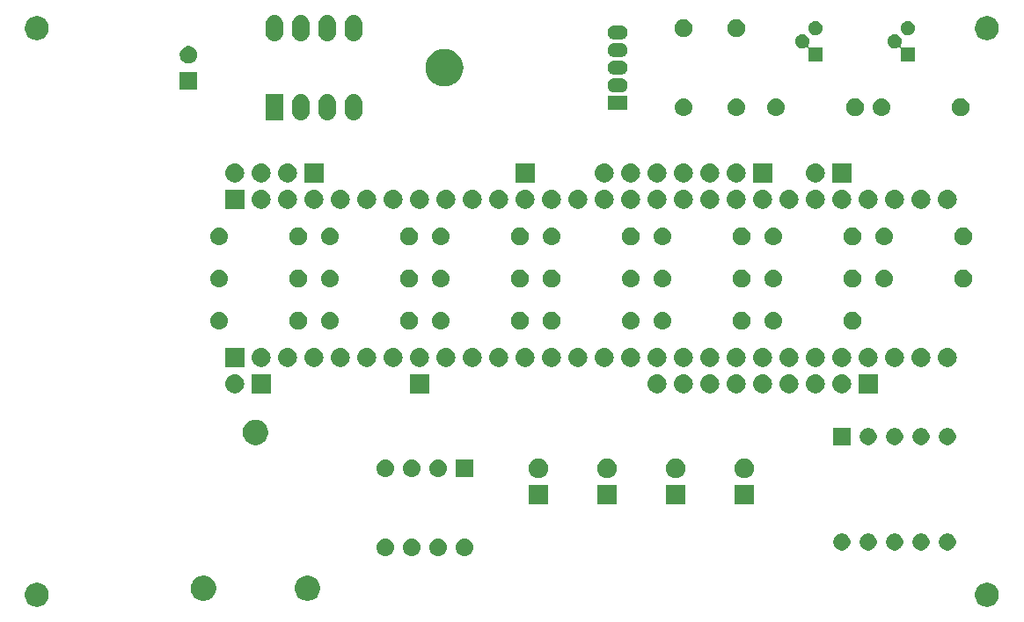
<source format=gbr>
G04 #@! TF.GenerationSoftware,KiCad,Pcbnew,(5.1.0)-1*
G04 #@! TF.CreationDate,2019-03-26T21:03:11+01:00*
G04 #@! TF.ProjectId,ac2-detpic-shield,6163322d-6465-4747-9069-632d73686965,rev?*
G04 #@! TF.SameCoordinates,Original*
G04 #@! TF.FileFunction,Soldermask,Top*
G04 #@! TF.FilePolarity,Negative*
%FSLAX46Y46*%
G04 Gerber Fmt 4.6, Leading zero omitted, Abs format (unit mm)*
G04 Created by KiCad (PCBNEW (5.1.0)-1) date 2019-03-26 21:03:11*
%MOMM*%
%LPD*%
G04 APERTURE LIST*
%ADD10C,0.100000*%
G04 APERTURE END LIST*
D10*
G36*
X222474549Y-82691116D02*
G01*
X222585734Y-82713232D01*
X222795203Y-82799997D01*
X222983720Y-82925960D01*
X223144040Y-83086280D01*
X223270003Y-83274797D01*
X223356768Y-83484266D01*
X223401000Y-83706636D01*
X223401000Y-83933364D01*
X223356768Y-84155734D01*
X223270003Y-84365203D01*
X223144040Y-84553720D01*
X222983720Y-84714040D01*
X222795203Y-84840003D01*
X222585734Y-84926768D01*
X222474549Y-84948884D01*
X222363365Y-84971000D01*
X222136635Y-84971000D01*
X222025451Y-84948884D01*
X221914266Y-84926768D01*
X221704797Y-84840003D01*
X221516280Y-84714040D01*
X221355960Y-84553720D01*
X221229997Y-84365203D01*
X221143232Y-84155734D01*
X221099000Y-83933364D01*
X221099000Y-83706636D01*
X221143232Y-83484266D01*
X221229997Y-83274797D01*
X221355960Y-83086280D01*
X221516280Y-82925960D01*
X221704797Y-82799997D01*
X221914266Y-82713232D01*
X222025451Y-82691116D01*
X222136635Y-82669000D01*
X222363365Y-82669000D01*
X222474549Y-82691116D01*
X222474549Y-82691116D01*
G37*
G36*
X131034549Y-82691116D02*
G01*
X131145734Y-82713232D01*
X131355203Y-82799997D01*
X131543720Y-82925960D01*
X131704040Y-83086280D01*
X131830003Y-83274797D01*
X131916768Y-83484266D01*
X131961000Y-83706636D01*
X131961000Y-83933364D01*
X131916768Y-84155734D01*
X131830003Y-84365203D01*
X131704040Y-84553720D01*
X131543720Y-84714040D01*
X131355203Y-84840003D01*
X131145734Y-84926768D01*
X131034549Y-84948884D01*
X130923365Y-84971000D01*
X130696635Y-84971000D01*
X130585451Y-84948884D01*
X130474266Y-84926768D01*
X130264797Y-84840003D01*
X130076280Y-84714040D01*
X129915960Y-84553720D01*
X129789997Y-84365203D01*
X129703232Y-84155734D01*
X129659000Y-83933364D01*
X129659000Y-83706636D01*
X129703232Y-83484266D01*
X129789997Y-83274797D01*
X129915960Y-83086280D01*
X130076280Y-82925960D01*
X130264797Y-82799997D01*
X130474266Y-82713232D01*
X130585451Y-82691116D01*
X130696635Y-82669000D01*
X130923365Y-82669000D01*
X131034549Y-82691116D01*
X131034549Y-82691116D01*
G37*
G36*
X147201153Y-82010922D02*
G01*
X147293194Y-82049047D01*
X147423359Y-82102963D01*
X147623342Y-82236587D01*
X147793413Y-82406658D01*
X147927037Y-82606641D01*
X148019078Y-82828848D01*
X148066000Y-83064741D01*
X148066000Y-83305259D01*
X148019078Y-83541152D01*
X147927037Y-83763359D01*
X147793413Y-83963342D01*
X147623342Y-84133413D01*
X147423359Y-84267037D01*
X147293194Y-84320953D01*
X147201153Y-84359078D01*
X147170370Y-84365201D01*
X146965259Y-84406000D01*
X146724741Y-84406000D01*
X146519630Y-84365201D01*
X146488847Y-84359078D01*
X146396806Y-84320953D01*
X146266641Y-84267037D01*
X146066658Y-84133413D01*
X145896587Y-83963342D01*
X145762963Y-83763359D01*
X145670922Y-83541152D01*
X145624000Y-83305259D01*
X145624000Y-83064741D01*
X145670922Y-82828848D01*
X145762963Y-82606641D01*
X145896587Y-82406658D01*
X146066658Y-82236587D01*
X146266641Y-82102963D01*
X146396806Y-82049047D01*
X146488847Y-82010922D01*
X146724741Y-81964000D01*
X146965259Y-81964000D01*
X147201153Y-82010922D01*
X147201153Y-82010922D01*
G37*
G36*
X157201153Y-82010922D02*
G01*
X157293194Y-82049047D01*
X157423359Y-82102963D01*
X157623342Y-82236587D01*
X157793413Y-82406658D01*
X157927037Y-82606641D01*
X158019078Y-82828848D01*
X158066000Y-83064741D01*
X158066000Y-83305259D01*
X158019078Y-83541152D01*
X157927037Y-83763359D01*
X157793413Y-83963342D01*
X157623342Y-84133413D01*
X157423359Y-84267037D01*
X157293194Y-84320953D01*
X157201153Y-84359078D01*
X157170370Y-84365201D01*
X156965259Y-84406000D01*
X156724741Y-84406000D01*
X156519630Y-84365201D01*
X156488847Y-84359078D01*
X156396806Y-84320953D01*
X156266641Y-84267037D01*
X156066658Y-84133413D01*
X155896587Y-83963342D01*
X155762963Y-83763359D01*
X155670922Y-83541152D01*
X155624000Y-83305259D01*
X155624000Y-83064741D01*
X155670922Y-82828848D01*
X155762963Y-82606641D01*
X155896587Y-82406658D01*
X156066658Y-82236587D01*
X156266641Y-82102963D01*
X156396806Y-82049047D01*
X156488847Y-82010922D01*
X156724741Y-81964000D01*
X156965259Y-81964000D01*
X157201153Y-82010922D01*
X157201153Y-82010922D01*
G37*
G36*
X172124823Y-78409313D02*
G01*
X172285242Y-78457976D01*
X172369208Y-78502857D01*
X172433078Y-78536996D01*
X172562659Y-78643341D01*
X172669004Y-78772922D01*
X172669005Y-78772924D01*
X172748024Y-78920758D01*
X172796687Y-79081177D01*
X172813117Y-79248000D01*
X172796687Y-79414823D01*
X172748024Y-79575242D01*
X172677114Y-79707906D01*
X172669004Y-79723078D01*
X172562659Y-79852659D01*
X172433078Y-79959004D01*
X172433076Y-79959005D01*
X172285242Y-80038024D01*
X172124823Y-80086687D01*
X171999804Y-80099000D01*
X171916196Y-80099000D01*
X171791177Y-80086687D01*
X171630758Y-80038024D01*
X171482924Y-79959005D01*
X171482922Y-79959004D01*
X171353341Y-79852659D01*
X171246996Y-79723078D01*
X171238886Y-79707906D01*
X171167976Y-79575242D01*
X171119313Y-79414823D01*
X171102883Y-79248000D01*
X171119313Y-79081177D01*
X171167976Y-78920758D01*
X171246995Y-78772924D01*
X171246996Y-78772922D01*
X171353341Y-78643341D01*
X171482922Y-78536996D01*
X171546792Y-78502857D01*
X171630758Y-78457976D01*
X171791177Y-78409313D01*
X171916196Y-78397000D01*
X171999804Y-78397000D01*
X172124823Y-78409313D01*
X172124823Y-78409313D01*
G37*
G36*
X169584823Y-78409313D02*
G01*
X169745242Y-78457976D01*
X169829208Y-78502857D01*
X169893078Y-78536996D01*
X170022659Y-78643341D01*
X170129004Y-78772922D01*
X170129005Y-78772924D01*
X170208024Y-78920758D01*
X170256687Y-79081177D01*
X170273117Y-79248000D01*
X170256687Y-79414823D01*
X170208024Y-79575242D01*
X170137114Y-79707906D01*
X170129004Y-79723078D01*
X170022659Y-79852659D01*
X169893078Y-79959004D01*
X169893076Y-79959005D01*
X169745242Y-80038024D01*
X169584823Y-80086687D01*
X169459804Y-80099000D01*
X169376196Y-80099000D01*
X169251177Y-80086687D01*
X169090758Y-80038024D01*
X168942924Y-79959005D01*
X168942922Y-79959004D01*
X168813341Y-79852659D01*
X168706996Y-79723078D01*
X168698886Y-79707906D01*
X168627976Y-79575242D01*
X168579313Y-79414823D01*
X168562883Y-79248000D01*
X168579313Y-79081177D01*
X168627976Y-78920758D01*
X168706995Y-78772924D01*
X168706996Y-78772922D01*
X168813341Y-78643341D01*
X168942922Y-78536996D01*
X169006792Y-78502857D01*
X169090758Y-78457976D01*
X169251177Y-78409313D01*
X169376196Y-78397000D01*
X169459804Y-78397000D01*
X169584823Y-78409313D01*
X169584823Y-78409313D01*
G37*
G36*
X167044823Y-78409313D02*
G01*
X167205242Y-78457976D01*
X167289208Y-78502857D01*
X167353078Y-78536996D01*
X167482659Y-78643341D01*
X167589004Y-78772922D01*
X167589005Y-78772924D01*
X167668024Y-78920758D01*
X167716687Y-79081177D01*
X167733117Y-79248000D01*
X167716687Y-79414823D01*
X167668024Y-79575242D01*
X167597114Y-79707906D01*
X167589004Y-79723078D01*
X167482659Y-79852659D01*
X167353078Y-79959004D01*
X167353076Y-79959005D01*
X167205242Y-80038024D01*
X167044823Y-80086687D01*
X166919804Y-80099000D01*
X166836196Y-80099000D01*
X166711177Y-80086687D01*
X166550758Y-80038024D01*
X166402924Y-79959005D01*
X166402922Y-79959004D01*
X166273341Y-79852659D01*
X166166996Y-79723078D01*
X166158886Y-79707906D01*
X166087976Y-79575242D01*
X166039313Y-79414823D01*
X166022883Y-79248000D01*
X166039313Y-79081177D01*
X166087976Y-78920758D01*
X166166995Y-78772924D01*
X166166996Y-78772922D01*
X166273341Y-78643341D01*
X166402922Y-78536996D01*
X166466792Y-78502857D01*
X166550758Y-78457976D01*
X166711177Y-78409313D01*
X166836196Y-78397000D01*
X166919804Y-78397000D01*
X167044823Y-78409313D01*
X167044823Y-78409313D01*
G37*
G36*
X164504823Y-78409313D02*
G01*
X164665242Y-78457976D01*
X164749208Y-78502857D01*
X164813078Y-78536996D01*
X164942659Y-78643341D01*
X165049004Y-78772922D01*
X165049005Y-78772924D01*
X165128024Y-78920758D01*
X165176687Y-79081177D01*
X165193117Y-79248000D01*
X165176687Y-79414823D01*
X165128024Y-79575242D01*
X165057114Y-79707906D01*
X165049004Y-79723078D01*
X164942659Y-79852659D01*
X164813078Y-79959004D01*
X164813076Y-79959005D01*
X164665242Y-80038024D01*
X164504823Y-80086687D01*
X164379804Y-80099000D01*
X164296196Y-80099000D01*
X164171177Y-80086687D01*
X164010758Y-80038024D01*
X163862924Y-79959005D01*
X163862922Y-79959004D01*
X163733341Y-79852659D01*
X163626996Y-79723078D01*
X163618886Y-79707906D01*
X163547976Y-79575242D01*
X163499313Y-79414823D01*
X163482883Y-79248000D01*
X163499313Y-79081177D01*
X163547976Y-78920758D01*
X163626995Y-78772924D01*
X163626996Y-78772922D01*
X163733341Y-78643341D01*
X163862922Y-78536996D01*
X163926792Y-78502857D01*
X164010758Y-78457976D01*
X164171177Y-78409313D01*
X164296196Y-78397000D01*
X164379804Y-78397000D01*
X164504823Y-78409313D01*
X164504823Y-78409313D01*
G37*
G36*
X216137142Y-77958242D02*
G01*
X216285101Y-78019529D01*
X216418255Y-78108499D01*
X216531501Y-78221745D01*
X216620471Y-78354899D01*
X216681758Y-78502858D01*
X216713000Y-78659925D01*
X216713000Y-78820075D01*
X216681758Y-78977142D01*
X216620471Y-79125101D01*
X216531501Y-79258255D01*
X216418255Y-79371501D01*
X216285101Y-79460471D01*
X216137142Y-79521758D01*
X215980075Y-79553000D01*
X215819925Y-79553000D01*
X215662858Y-79521758D01*
X215514899Y-79460471D01*
X215381745Y-79371501D01*
X215268499Y-79258255D01*
X215179529Y-79125101D01*
X215118242Y-78977142D01*
X215087000Y-78820075D01*
X215087000Y-78659925D01*
X215118242Y-78502858D01*
X215179529Y-78354899D01*
X215268499Y-78221745D01*
X215381745Y-78108499D01*
X215514899Y-78019529D01*
X215662858Y-77958242D01*
X215819925Y-77927000D01*
X215980075Y-77927000D01*
X216137142Y-77958242D01*
X216137142Y-77958242D01*
G37*
G36*
X218677142Y-77958242D02*
G01*
X218825101Y-78019529D01*
X218958255Y-78108499D01*
X219071501Y-78221745D01*
X219160471Y-78354899D01*
X219221758Y-78502858D01*
X219253000Y-78659925D01*
X219253000Y-78820075D01*
X219221758Y-78977142D01*
X219160471Y-79125101D01*
X219071501Y-79258255D01*
X218958255Y-79371501D01*
X218825101Y-79460471D01*
X218677142Y-79521758D01*
X218520075Y-79553000D01*
X218359925Y-79553000D01*
X218202858Y-79521758D01*
X218054899Y-79460471D01*
X217921745Y-79371501D01*
X217808499Y-79258255D01*
X217719529Y-79125101D01*
X217658242Y-78977142D01*
X217627000Y-78820075D01*
X217627000Y-78659925D01*
X217658242Y-78502858D01*
X217719529Y-78354899D01*
X217808499Y-78221745D01*
X217921745Y-78108499D01*
X218054899Y-78019529D01*
X218202858Y-77958242D01*
X218359925Y-77927000D01*
X218520075Y-77927000D01*
X218677142Y-77958242D01*
X218677142Y-77958242D01*
G37*
G36*
X213597142Y-77958242D02*
G01*
X213745101Y-78019529D01*
X213878255Y-78108499D01*
X213991501Y-78221745D01*
X214080471Y-78354899D01*
X214141758Y-78502858D01*
X214173000Y-78659925D01*
X214173000Y-78820075D01*
X214141758Y-78977142D01*
X214080471Y-79125101D01*
X213991501Y-79258255D01*
X213878255Y-79371501D01*
X213745101Y-79460471D01*
X213597142Y-79521758D01*
X213440075Y-79553000D01*
X213279925Y-79553000D01*
X213122858Y-79521758D01*
X212974899Y-79460471D01*
X212841745Y-79371501D01*
X212728499Y-79258255D01*
X212639529Y-79125101D01*
X212578242Y-78977142D01*
X212547000Y-78820075D01*
X212547000Y-78659925D01*
X212578242Y-78502858D01*
X212639529Y-78354899D01*
X212728499Y-78221745D01*
X212841745Y-78108499D01*
X212974899Y-78019529D01*
X213122858Y-77958242D01*
X213279925Y-77927000D01*
X213440075Y-77927000D01*
X213597142Y-77958242D01*
X213597142Y-77958242D01*
G37*
G36*
X211057142Y-77958242D02*
G01*
X211205101Y-78019529D01*
X211338255Y-78108499D01*
X211451501Y-78221745D01*
X211540471Y-78354899D01*
X211601758Y-78502858D01*
X211633000Y-78659925D01*
X211633000Y-78820075D01*
X211601758Y-78977142D01*
X211540471Y-79125101D01*
X211451501Y-79258255D01*
X211338255Y-79371501D01*
X211205101Y-79460471D01*
X211057142Y-79521758D01*
X210900075Y-79553000D01*
X210739925Y-79553000D01*
X210582858Y-79521758D01*
X210434899Y-79460471D01*
X210301745Y-79371501D01*
X210188499Y-79258255D01*
X210099529Y-79125101D01*
X210038242Y-78977142D01*
X210007000Y-78820075D01*
X210007000Y-78659925D01*
X210038242Y-78502858D01*
X210099529Y-78354899D01*
X210188499Y-78221745D01*
X210301745Y-78108499D01*
X210434899Y-78019529D01*
X210582858Y-77958242D01*
X210739925Y-77927000D01*
X210900075Y-77927000D01*
X211057142Y-77958242D01*
X211057142Y-77958242D01*
G37*
G36*
X208517142Y-77958242D02*
G01*
X208665101Y-78019529D01*
X208798255Y-78108499D01*
X208911501Y-78221745D01*
X209000471Y-78354899D01*
X209061758Y-78502858D01*
X209093000Y-78659925D01*
X209093000Y-78820075D01*
X209061758Y-78977142D01*
X209000471Y-79125101D01*
X208911501Y-79258255D01*
X208798255Y-79371501D01*
X208665101Y-79460471D01*
X208517142Y-79521758D01*
X208360075Y-79553000D01*
X208199925Y-79553000D01*
X208042858Y-79521758D01*
X207894899Y-79460471D01*
X207761745Y-79371501D01*
X207648499Y-79258255D01*
X207559529Y-79125101D01*
X207498242Y-78977142D01*
X207467000Y-78820075D01*
X207467000Y-78659925D01*
X207498242Y-78502858D01*
X207559529Y-78354899D01*
X207648499Y-78221745D01*
X207761745Y-78108499D01*
X207894899Y-78019529D01*
X208042858Y-77958242D01*
X208199925Y-77927000D01*
X208360075Y-77927000D01*
X208517142Y-77958242D01*
X208517142Y-77958242D01*
G37*
G36*
X180021000Y-75119000D02*
G01*
X178119000Y-75119000D01*
X178119000Y-73217000D01*
X180021000Y-73217000D01*
X180021000Y-75119000D01*
X180021000Y-75119000D01*
G37*
G36*
X199833000Y-75119000D02*
G01*
X197931000Y-75119000D01*
X197931000Y-73217000D01*
X199833000Y-73217000D01*
X199833000Y-75119000D01*
X199833000Y-75119000D01*
G37*
G36*
X186625000Y-75119000D02*
G01*
X184723000Y-75119000D01*
X184723000Y-73217000D01*
X186625000Y-73217000D01*
X186625000Y-75119000D01*
X186625000Y-75119000D01*
G37*
G36*
X193229000Y-75119000D02*
G01*
X191327000Y-75119000D01*
X191327000Y-73217000D01*
X193229000Y-73217000D01*
X193229000Y-75119000D01*
X193229000Y-75119000D01*
G37*
G36*
X185951395Y-70713546D02*
G01*
X186124466Y-70785234D01*
X186130572Y-70789314D01*
X186280227Y-70889310D01*
X186412690Y-71021773D01*
X186465081Y-71100182D01*
X186516766Y-71177534D01*
X186588454Y-71350605D01*
X186625000Y-71534333D01*
X186625000Y-71721667D01*
X186588454Y-71905395D01*
X186516766Y-72078466D01*
X186516765Y-72078467D01*
X186412690Y-72234227D01*
X186280227Y-72366690D01*
X186203400Y-72418024D01*
X186124466Y-72470766D01*
X185951395Y-72542454D01*
X185767667Y-72579000D01*
X185580333Y-72579000D01*
X185396605Y-72542454D01*
X185223534Y-72470766D01*
X185144600Y-72418024D01*
X185067773Y-72366690D01*
X184935310Y-72234227D01*
X184831235Y-72078467D01*
X184831234Y-72078466D01*
X184759546Y-71905395D01*
X184723000Y-71721667D01*
X184723000Y-71534333D01*
X184759546Y-71350605D01*
X184831234Y-71177534D01*
X184882919Y-71100182D01*
X184935310Y-71021773D01*
X185067773Y-70889310D01*
X185217428Y-70789314D01*
X185223534Y-70785234D01*
X185396605Y-70713546D01*
X185580333Y-70677000D01*
X185767667Y-70677000D01*
X185951395Y-70713546D01*
X185951395Y-70713546D01*
G37*
G36*
X179347395Y-70713546D02*
G01*
X179520466Y-70785234D01*
X179526572Y-70789314D01*
X179676227Y-70889310D01*
X179808690Y-71021773D01*
X179861081Y-71100182D01*
X179912766Y-71177534D01*
X179984454Y-71350605D01*
X180021000Y-71534333D01*
X180021000Y-71721667D01*
X179984454Y-71905395D01*
X179912766Y-72078466D01*
X179912765Y-72078467D01*
X179808690Y-72234227D01*
X179676227Y-72366690D01*
X179599400Y-72418024D01*
X179520466Y-72470766D01*
X179347395Y-72542454D01*
X179163667Y-72579000D01*
X178976333Y-72579000D01*
X178792605Y-72542454D01*
X178619534Y-72470766D01*
X178540600Y-72418024D01*
X178463773Y-72366690D01*
X178331310Y-72234227D01*
X178227235Y-72078467D01*
X178227234Y-72078466D01*
X178155546Y-71905395D01*
X178119000Y-71721667D01*
X178119000Y-71534333D01*
X178155546Y-71350605D01*
X178227234Y-71177534D01*
X178278919Y-71100182D01*
X178331310Y-71021773D01*
X178463773Y-70889310D01*
X178613428Y-70789314D01*
X178619534Y-70785234D01*
X178792605Y-70713546D01*
X178976333Y-70677000D01*
X179163667Y-70677000D01*
X179347395Y-70713546D01*
X179347395Y-70713546D01*
G37*
G36*
X192555395Y-70713546D02*
G01*
X192728466Y-70785234D01*
X192734572Y-70789314D01*
X192884227Y-70889310D01*
X193016690Y-71021773D01*
X193069081Y-71100182D01*
X193120766Y-71177534D01*
X193192454Y-71350605D01*
X193229000Y-71534333D01*
X193229000Y-71721667D01*
X193192454Y-71905395D01*
X193120766Y-72078466D01*
X193120765Y-72078467D01*
X193016690Y-72234227D01*
X192884227Y-72366690D01*
X192807400Y-72418024D01*
X192728466Y-72470766D01*
X192555395Y-72542454D01*
X192371667Y-72579000D01*
X192184333Y-72579000D01*
X192000605Y-72542454D01*
X191827534Y-72470766D01*
X191748600Y-72418024D01*
X191671773Y-72366690D01*
X191539310Y-72234227D01*
X191435235Y-72078467D01*
X191435234Y-72078466D01*
X191363546Y-71905395D01*
X191327000Y-71721667D01*
X191327000Y-71534333D01*
X191363546Y-71350605D01*
X191435234Y-71177534D01*
X191486919Y-71100182D01*
X191539310Y-71021773D01*
X191671773Y-70889310D01*
X191821428Y-70789314D01*
X191827534Y-70785234D01*
X192000605Y-70713546D01*
X192184333Y-70677000D01*
X192371667Y-70677000D01*
X192555395Y-70713546D01*
X192555395Y-70713546D01*
G37*
G36*
X199159395Y-70713546D02*
G01*
X199332466Y-70785234D01*
X199338572Y-70789314D01*
X199488227Y-70889310D01*
X199620690Y-71021773D01*
X199673081Y-71100182D01*
X199724766Y-71177534D01*
X199796454Y-71350605D01*
X199833000Y-71534333D01*
X199833000Y-71721667D01*
X199796454Y-71905395D01*
X199724766Y-72078466D01*
X199724765Y-72078467D01*
X199620690Y-72234227D01*
X199488227Y-72366690D01*
X199411400Y-72418024D01*
X199332466Y-72470766D01*
X199159395Y-72542454D01*
X198975667Y-72579000D01*
X198788333Y-72579000D01*
X198604605Y-72542454D01*
X198431534Y-72470766D01*
X198352600Y-72418024D01*
X198275773Y-72366690D01*
X198143310Y-72234227D01*
X198039235Y-72078467D01*
X198039234Y-72078466D01*
X197967546Y-71905395D01*
X197931000Y-71721667D01*
X197931000Y-71534333D01*
X197967546Y-71350605D01*
X198039234Y-71177534D01*
X198090919Y-71100182D01*
X198143310Y-71021773D01*
X198275773Y-70889310D01*
X198425428Y-70789314D01*
X198431534Y-70785234D01*
X198604605Y-70713546D01*
X198788333Y-70677000D01*
X198975667Y-70677000D01*
X199159395Y-70713546D01*
X199159395Y-70713546D01*
G37*
G36*
X172809000Y-72479000D02*
G01*
X171107000Y-72479000D01*
X171107000Y-70777000D01*
X172809000Y-70777000D01*
X172809000Y-72479000D01*
X172809000Y-72479000D01*
G37*
G36*
X169584823Y-70789313D02*
G01*
X169745242Y-70837976D01*
X169841279Y-70889309D01*
X169893078Y-70916996D01*
X170022659Y-71023341D01*
X170129004Y-71152922D01*
X170129005Y-71152924D01*
X170208024Y-71300758D01*
X170256687Y-71461177D01*
X170273117Y-71628000D01*
X170256687Y-71794823D01*
X170208024Y-71955242D01*
X170142159Y-72078466D01*
X170129004Y-72103078D01*
X170022659Y-72232659D01*
X169893078Y-72339004D01*
X169893076Y-72339005D01*
X169745242Y-72418024D01*
X169584823Y-72466687D01*
X169459804Y-72479000D01*
X169376196Y-72479000D01*
X169251177Y-72466687D01*
X169090758Y-72418024D01*
X168942924Y-72339005D01*
X168942922Y-72339004D01*
X168813341Y-72232659D01*
X168706996Y-72103078D01*
X168693841Y-72078466D01*
X168627976Y-71955242D01*
X168579313Y-71794823D01*
X168562883Y-71628000D01*
X168579313Y-71461177D01*
X168627976Y-71300758D01*
X168706995Y-71152924D01*
X168706996Y-71152922D01*
X168813341Y-71023341D01*
X168942922Y-70916996D01*
X168994721Y-70889309D01*
X169090758Y-70837976D01*
X169251177Y-70789313D01*
X169376196Y-70777000D01*
X169459804Y-70777000D01*
X169584823Y-70789313D01*
X169584823Y-70789313D01*
G37*
G36*
X167044823Y-70789313D02*
G01*
X167205242Y-70837976D01*
X167301279Y-70889309D01*
X167353078Y-70916996D01*
X167482659Y-71023341D01*
X167589004Y-71152922D01*
X167589005Y-71152924D01*
X167668024Y-71300758D01*
X167716687Y-71461177D01*
X167733117Y-71628000D01*
X167716687Y-71794823D01*
X167668024Y-71955242D01*
X167602159Y-72078466D01*
X167589004Y-72103078D01*
X167482659Y-72232659D01*
X167353078Y-72339004D01*
X167353076Y-72339005D01*
X167205242Y-72418024D01*
X167044823Y-72466687D01*
X166919804Y-72479000D01*
X166836196Y-72479000D01*
X166711177Y-72466687D01*
X166550758Y-72418024D01*
X166402924Y-72339005D01*
X166402922Y-72339004D01*
X166273341Y-72232659D01*
X166166996Y-72103078D01*
X166153841Y-72078466D01*
X166087976Y-71955242D01*
X166039313Y-71794823D01*
X166022883Y-71628000D01*
X166039313Y-71461177D01*
X166087976Y-71300758D01*
X166166995Y-71152924D01*
X166166996Y-71152922D01*
X166273341Y-71023341D01*
X166402922Y-70916996D01*
X166454721Y-70889309D01*
X166550758Y-70837976D01*
X166711177Y-70789313D01*
X166836196Y-70777000D01*
X166919804Y-70777000D01*
X167044823Y-70789313D01*
X167044823Y-70789313D01*
G37*
G36*
X164504823Y-70789313D02*
G01*
X164665242Y-70837976D01*
X164761279Y-70889309D01*
X164813078Y-70916996D01*
X164942659Y-71023341D01*
X165049004Y-71152922D01*
X165049005Y-71152924D01*
X165128024Y-71300758D01*
X165176687Y-71461177D01*
X165193117Y-71628000D01*
X165176687Y-71794823D01*
X165128024Y-71955242D01*
X165062159Y-72078466D01*
X165049004Y-72103078D01*
X164942659Y-72232659D01*
X164813078Y-72339004D01*
X164813076Y-72339005D01*
X164665242Y-72418024D01*
X164504823Y-72466687D01*
X164379804Y-72479000D01*
X164296196Y-72479000D01*
X164171177Y-72466687D01*
X164010758Y-72418024D01*
X163862924Y-72339005D01*
X163862922Y-72339004D01*
X163733341Y-72232659D01*
X163626996Y-72103078D01*
X163613841Y-72078466D01*
X163547976Y-71955242D01*
X163499313Y-71794823D01*
X163482883Y-71628000D01*
X163499313Y-71461177D01*
X163547976Y-71300758D01*
X163626995Y-71152924D01*
X163626996Y-71152922D01*
X163733341Y-71023341D01*
X163862922Y-70916996D01*
X163914721Y-70889309D01*
X164010758Y-70837976D01*
X164171177Y-70789313D01*
X164296196Y-70777000D01*
X164379804Y-70777000D01*
X164504823Y-70789313D01*
X164504823Y-70789313D01*
G37*
G36*
X152201153Y-67010922D02*
G01*
X152293194Y-67049047D01*
X152423359Y-67102963D01*
X152623342Y-67236587D01*
X152793413Y-67406658D01*
X152927037Y-67606641D01*
X153019078Y-67828848D01*
X153066000Y-68064741D01*
X153066000Y-68305259D01*
X153019078Y-68541152D01*
X152927037Y-68763359D01*
X152793413Y-68963342D01*
X152623342Y-69133413D01*
X152423359Y-69267037D01*
X152342642Y-69300471D01*
X152201153Y-69359078D01*
X152083205Y-69382539D01*
X151965259Y-69406000D01*
X151724741Y-69406000D01*
X151606795Y-69382539D01*
X151488847Y-69359078D01*
X151347358Y-69300471D01*
X151266641Y-69267037D01*
X151066658Y-69133413D01*
X150896587Y-68963342D01*
X150762963Y-68763359D01*
X150670922Y-68541152D01*
X150624000Y-68305259D01*
X150624000Y-68064741D01*
X150670922Y-67828848D01*
X150762963Y-67606641D01*
X150896587Y-67406658D01*
X151066658Y-67236587D01*
X151266641Y-67102963D01*
X151396806Y-67049047D01*
X151488847Y-67010922D01*
X151724741Y-66964000D01*
X151965259Y-66964000D01*
X152201153Y-67010922D01*
X152201153Y-67010922D01*
G37*
G36*
X213597142Y-67798242D02*
G01*
X213745101Y-67859529D01*
X213878255Y-67948499D01*
X213991501Y-68061745D01*
X214080471Y-68194899D01*
X214141758Y-68342858D01*
X214173000Y-68499925D01*
X214173000Y-68660075D01*
X214141758Y-68817142D01*
X214080471Y-68965101D01*
X213991501Y-69098255D01*
X213878255Y-69211501D01*
X213745101Y-69300471D01*
X213597142Y-69361758D01*
X213440075Y-69393000D01*
X213279925Y-69393000D01*
X213122858Y-69361758D01*
X212974899Y-69300471D01*
X212841745Y-69211501D01*
X212728499Y-69098255D01*
X212639529Y-68965101D01*
X212578242Y-68817142D01*
X212547000Y-68660075D01*
X212547000Y-68499925D01*
X212578242Y-68342858D01*
X212639529Y-68194899D01*
X212728499Y-68061745D01*
X212841745Y-67948499D01*
X212974899Y-67859529D01*
X213122858Y-67798242D01*
X213279925Y-67767000D01*
X213440075Y-67767000D01*
X213597142Y-67798242D01*
X213597142Y-67798242D01*
G37*
G36*
X209093000Y-69393000D02*
G01*
X207467000Y-69393000D01*
X207467000Y-67767000D01*
X209093000Y-67767000D01*
X209093000Y-69393000D01*
X209093000Y-69393000D01*
G37*
G36*
X211057142Y-67798242D02*
G01*
X211205101Y-67859529D01*
X211338255Y-67948499D01*
X211451501Y-68061745D01*
X211540471Y-68194899D01*
X211601758Y-68342858D01*
X211633000Y-68499925D01*
X211633000Y-68660075D01*
X211601758Y-68817142D01*
X211540471Y-68965101D01*
X211451501Y-69098255D01*
X211338255Y-69211501D01*
X211205101Y-69300471D01*
X211057142Y-69361758D01*
X210900075Y-69393000D01*
X210739925Y-69393000D01*
X210582858Y-69361758D01*
X210434899Y-69300471D01*
X210301745Y-69211501D01*
X210188499Y-69098255D01*
X210099529Y-68965101D01*
X210038242Y-68817142D01*
X210007000Y-68660075D01*
X210007000Y-68499925D01*
X210038242Y-68342858D01*
X210099529Y-68194899D01*
X210188499Y-68061745D01*
X210301745Y-67948499D01*
X210434899Y-67859529D01*
X210582858Y-67798242D01*
X210739925Y-67767000D01*
X210900075Y-67767000D01*
X211057142Y-67798242D01*
X211057142Y-67798242D01*
G37*
G36*
X216137142Y-67798242D02*
G01*
X216285101Y-67859529D01*
X216418255Y-67948499D01*
X216531501Y-68061745D01*
X216620471Y-68194899D01*
X216681758Y-68342858D01*
X216713000Y-68499925D01*
X216713000Y-68660075D01*
X216681758Y-68817142D01*
X216620471Y-68965101D01*
X216531501Y-69098255D01*
X216418255Y-69211501D01*
X216285101Y-69300471D01*
X216137142Y-69361758D01*
X215980075Y-69393000D01*
X215819925Y-69393000D01*
X215662858Y-69361758D01*
X215514899Y-69300471D01*
X215381745Y-69211501D01*
X215268499Y-69098255D01*
X215179529Y-68965101D01*
X215118242Y-68817142D01*
X215087000Y-68660075D01*
X215087000Y-68499925D01*
X215118242Y-68342858D01*
X215179529Y-68194899D01*
X215268499Y-68061745D01*
X215381745Y-67948499D01*
X215514899Y-67859529D01*
X215662858Y-67798242D01*
X215819925Y-67767000D01*
X215980075Y-67767000D01*
X216137142Y-67798242D01*
X216137142Y-67798242D01*
G37*
G36*
X218677142Y-67798242D02*
G01*
X218825101Y-67859529D01*
X218958255Y-67948499D01*
X219071501Y-68061745D01*
X219160471Y-68194899D01*
X219221758Y-68342858D01*
X219253000Y-68499925D01*
X219253000Y-68660075D01*
X219221758Y-68817142D01*
X219160471Y-68965101D01*
X219071501Y-69098255D01*
X218958255Y-69211501D01*
X218825101Y-69300471D01*
X218677142Y-69361758D01*
X218520075Y-69393000D01*
X218359925Y-69393000D01*
X218202858Y-69361758D01*
X218054899Y-69300471D01*
X217921745Y-69211501D01*
X217808499Y-69098255D01*
X217719529Y-68965101D01*
X217658242Y-68817142D01*
X217627000Y-68660075D01*
X217627000Y-68499925D01*
X217658242Y-68342858D01*
X217719529Y-68194899D01*
X217808499Y-68061745D01*
X217921745Y-67948499D01*
X218054899Y-67859529D01*
X218202858Y-67798242D01*
X218359925Y-67767000D01*
X218520075Y-67767000D01*
X218677142Y-67798242D01*
X218677142Y-67798242D01*
G37*
G36*
X200770442Y-62605518D02*
G01*
X200836627Y-62612037D01*
X201006466Y-62663557D01*
X201162991Y-62747222D01*
X201198729Y-62776552D01*
X201300186Y-62859814D01*
X201383448Y-62961271D01*
X201412778Y-62997009D01*
X201496443Y-63153534D01*
X201547963Y-63323373D01*
X201565359Y-63500000D01*
X201547963Y-63676627D01*
X201496443Y-63846466D01*
X201412778Y-64002991D01*
X201383448Y-64038729D01*
X201300186Y-64140186D01*
X201198729Y-64223448D01*
X201162991Y-64252778D01*
X201006466Y-64336443D01*
X200836627Y-64387963D01*
X200770442Y-64394482D01*
X200704260Y-64401000D01*
X200615740Y-64401000D01*
X200549558Y-64394482D01*
X200483373Y-64387963D01*
X200313534Y-64336443D01*
X200157009Y-64252778D01*
X200121271Y-64223448D01*
X200019814Y-64140186D01*
X199936552Y-64038729D01*
X199907222Y-64002991D01*
X199823557Y-63846466D01*
X199772037Y-63676627D01*
X199754641Y-63500000D01*
X199772037Y-63323373D01*
X199823557Y-63153534D01*
X199907222Y-62997009D01*
X199936552Y-62961271D01*
X200019814Y-62859814D01*
X200121271Y-62776552D01*
X200157009Y-62747222D01*
X200313534Y-62663557D01*
X200483373Y-62612037D01*
X200549558Y-62605518D01*
X200615740Y-62599000D01*
X200704260Y-62599000D01*
X200770442Y-62605518D01*
X200770442Y-62605518D01*
G37*
G36*
X203310442Y-62605518D02*
G01*
X203376627Y-62612037D01*
X203546466Y-62663557D01*
X203702991Y-62747222D01*
X203738729Y-62776552D01*
X203840186Y-62859814D01*
X203923448Y-62961271D01*
X203952778Y-62997009D01*
X204036443Y-63153534D01*
X204087963Y-63323373D01*
X204105359Y-63500000D01*
X204087963Y-63676627D01*
X204036443Y-63846466D01*
X203952778Y-64002991D01*
X203923448Y-64038729D01*
X203840186Y-64140186D01*
X203738729Y-64223448D01*
X203702991Y-64252778D01*
X203546466Y-64336443D01*
X203376627Y-64387963D01*
X203310442Y-64394482D01*
X203244260Y-64401000D01*
X203155740Y-64401000D01*
X203089558Y-64394482D01*
X203023373Y-64387963D01*
X202853534Y-64336443D01*
X202697009Y-64252778D01*
X202661271Y-64223448D01*
X202559814Y-64140186D01*
X202476552Y-64038729D01*
X202447222Y-64002991D01*
X202363557Y-63846466D01*
X202312037Y-63676627D01*
X202294641Y-63500000D01*
X202312037Y-63323373D01*
X202363557Y-63153534D01*
X202447222Y-62997009D01*
X202476552Y-62961271D01*
X202559814Y-62859814D01*
X202661271Y-62776552D01*
X202697009Y-62747222D01*
X202853534Y-62663557D01*
X203023373Y-62612037D01*
X203089558Y-62605518D01*
X203155740Y-62599000D01*
X203244260Y-62599000D01*
X203310442Y-62605518D01*
X203310442Y-62605518D01*
G37*
G36*
X190610442Y-62605518D02*
G01*
X190676627Y-62612037D01*
X190846466Y-62663557D01*
X191002991Y-62747222D01*
X191038729Y-62776552D01*
X191140186Y-62859814D01*
X191223448Y-62961271D01*
X191252778Y-62997009D01*
X191336443Y-63153534D01*
X191387963Y-63323373D01*
X191405359Y-63500000D01*
X191387963Y-63676627D01*
X191336443Y-63846466D01*
X191252778Y-64002991D01*
X191223448Y-64038729D01*
X191140186Y-64140186D01*
X191038729Y-64223448D01*
X191002991Y-64252778D01*
X190846466Y-64336443D01*
X190676627Y-64387963D01*
X190610442Y-64394482D01*
X190544260Y-64401000D01*
X190455740Y-64401000D01*
X190389558Y-64394482D01*
X190323373Y-64387963D01*
X190153534Y-64336443D01*
X189997009Y-64252778D01*
X189961271Y-64223448D01*
X189859814Y-64140186D01*
X189776552Y-64038729D01*
X189747222Y-64002991D01*
X189663557Y-63846466D01*
X189612037Y-63676627D01*
X189594641Y-63500000D01*
X189612037Y-63323373D01*
X189663557Y-63153534D01*
X189747222Y-62997009D01*
X189776552Y-62961271D01*
X189859814Y-62859814D01*
X189961271Y-62776552D01*
X189997009Y-62747222D01*
X190153534Y-62663557D01*
X190323373Y-62612037D01*
X190389558Y-62605518D01*
X190455740Y-62599000D01*
X190544260Y-62599000D01*
X190610442Y-62605518D01*
X190610442Y-62605518D01*
G37*
G36*
X195690442Y-62605518D02*
G01*
X195756627Y-62612037D01*
X195926466Y-62663557D01*
X196082991Y-62747222D01*
X196118729Y-62776552D01*
X196220186Y-62859814D01*
X196303448Y-62961271D01*
X196332778Y-62997009D01*
X196416443Y-63153534D01*
X196467963Y-63323373D01*
X196485359Y-63500000D01*
X196467963Y-63676627D01*
X196416443Y-63846466D01*
X196332778Y-64002991D01*
X196303448Y-64038729D01*
X196220186Y-64140186D01*
X196118729Y-64223448D01*
X196082991Y-64252778D01*
X195926466Y-64336443D01*
X195756627Y-64387963D01*
X195690442Y-64394482D01*
X195624260Y-64401000D01*
X195535740Y-64401000D01*
X195469558Y-64394482D01*
X195403373Y-64387963D01*
X195233534Y-64336443D01*
X195077009Y-64252778D01*
X195041271Y-64223448D01*
X194939814Y-64140186D01*
X194856552Y-64038729D01*
X194827222Y-64002991D01*
X194743557Y-63846466D01*
X194692037Y-63676627D01*
X194674641Y-63500000D01*
X194692037Y-63323373D01*
X194743557Y-63153534D01*
X194827222Y-62997009D01*
X194856552Y-62961271D01*
X194939814Y-62859814D01*
X195041271Y-62776552D01*
X195077009Y-62747222D01*
X195233534Y-62663557D01*
X195403373Y-62612037D01*
X195469558Y-62605518D01*
X195535740Y-62599000D01*
X195624260Y-62599000D01*
X195690442Y-62605518D01*
X195690442Y-62605518D01*
G37*
G36*
X193150442Y-62605518D02*
G01*
X193216627Y-62612037D01*
X193386466Y-62663557D01*
X193542991Y-62747222D01*
X193578729Y-62776552D01*
X193680186Y-62859814D01*
X193763448Y-62961271D01*
X193792778Y-62997009D01*
X193876443Y-63153534D01*
X193927963Y-63323373D01*
X193945359Y-63500000D01*
X193927963Y-63676627D01*
X193876443Y-63846466D01*
X193792778Y-64002991D01*
X193763448Y-64038729D01*
X193680186Y-64140186D01*
X193578729Y-64223448D01*
X193542991Y-64252778D01*
X193386466Y-64336443D01*
X193216627Y-64387963D01*
X193150442Y-64394482D01*
X193084260Y-64401000D01*
X192995740Y-64401000D01*
X192929558Y-64394482D01*
X192863373Y-64387963D01*
X192693534Y-64336443D01*
X192537009Y-64252778D01*
X192501271Y-64223448D01*
X192399814Y-64140186D01*
X192316552Y-64038729D01*
X192287222Y-64002991D01*
X192203557Y-63846466D01*
X192152037Y-63676627D01*
X192134641Y-63500000D01*
X192152037Y-63323373D01*
X192203557Y-63153534D01*
X192287222Y-62997009D01*
X192316552Y-62961271D01*
X192399814Y-62859814D01*
X192501271Y-62776552D01*
X192537009Y-62747222D01*
X192693534Y-62663557D01*
X192863373Y-62612037D01*
X192929558Y-62605518D01*
X192995740Y-62599000D01*
X193084260Y-62599000D01*
X193150442Y-62605518D01*
X193150442Y-62605518D01*
G37*
G36*
X149970442Y-62605518D02*
G01*
X150036627Y-62612037D01*
X150206466Y-62663557D01*
X150362991Y-62747222D01*
X150398729Y-62776552D01*
X150500186Y-62859814D01*
X150583448Y-62961271D01*
X150612778Y-62997009D01*
X150696443Y-63153534D01*
X150747963Y-63323373D01*
X150765359Y-63500000D01*
X150747963Y-63676627D01*
X150696443Y-63846466D01*
X150612778Y-64002991D01*
X150583448Y-64038729D01*
X150500186Y-64140186D01*
X150398729Y-64223448D01*
X150362991Y-64252778D01*
X150206466Y-64336443D01*
X150036627Y-64387963D01*
X149970442Y-64394482D01*
X149904260Y-64401000D01*
X149815740Y-64401000D01*
X149749558Y-64394482D01*
X149683373Y-64387963D01*
X149513534Y-64336443D01*
X149357009Y-64252778D01*
X149321271Y-64223448D01*
X149219814Y-64140186D01*
X149136552Y-64038729D01*
X149107222Y-64002991D01*
X149023557Y-63846466D01*
X148972037Y-63676627D01*
X148954641Y-63500000D01*
X148972037Y-63323373D01*
X149023557Y-63153534D01*
X149107222Y-62997009D01*
X149136552Y-62961271D01*
X149219814Y-62859814D01*
X149321271Y-62776552D01*
X149357009Y-62747222D01*
X149513534Y-62663557D01*
X149683373Y-62612037D01*
X149749558Y-62605518D01*
X149815740Y-62599000D01*
X149904260Y-62599000D01*
X149970442Y-62605518D01*
X149970442Y-62605518D01*
G37*
G36*
X153301000Y-64401000D02*
G01*
X151499000Y-64401000D01*
X151499000Y-62599000D01*
X153301000Y-62599000D01*
X153301000Y-64401000D01*
X153301000Y-64401000D01*
G37*
G36*
X168541000Y-64401000D02*
G01*
X166739000Y-64401000D01*
X166739000Y-62599000D01*
X168541000Y-62599000D01*
X168541000Y-64401000D01*
X168541000Y-64401000D01*
G37*
G36*
X211721000Y-64401000D02*
G01*
X209919000Y-64401000D01*
X209919000Y-62599000D01*
X211721000Y-62599000D01*
X211721000Y-64401000D01*
X211721000Y-64401000D01*
G37*
G36*
X208390442Y-62605518D02*
G01*
X208456627Y-62612037D01*
X208626466Y-62663557D01*
X208782991Y-62747222D01*
X208818729Y-62776552D01*
X208920186Y-62859814D01*
X209003448Y-62961271D01*
X209032778Y-62997009D01*
X209116443Y-63153534D01*
X209167963Y-63323373D01*
X209185359Y-63500000D01*
X209167963Y-63676627D01*
X209116443Y-63846466D01*
X209032778Y-64002991D01*
X209003448Y-64038729D01*
X208920186Y-64140186D01*
X208818729Y-64223448D01*
X208782991Y-64252778D01*
X208626466Y-64336443D01*
X208456627Y-64387963D01*
X208390442Y-64394482D01*
X208324260Y-64401000D01*
X208235740Y-64401000D01*
X208169558Y-64394482D01*
X208103373Y-64387963D01*
X207933534Y-64336443D01*
X207777009Y-64252778D01*
X207741271Y-64223448D01*
X207639814Y-64140186D01*
X207556552Y-64038729D01*
X207527222Y-64002991D01*
X207443557Y-63846466D01*
X207392037Y-63676627D01*
X207374641Y-63500000D01*
X207392037Y-63323373D01*
X207443557Y-63153534D01*
X207527222Y-62997009D01*
X207556552Y-62961271D01*
X207639814Y-62859814D01*
X207741271Y-62776552D01*
X207777009Y-62747222D01*
X207933534Y-62663557D01*
X208103373Y-62612037D01*
X208169558Y-62605518D01*
X208235740Y-62599000D01*
X208324260Y-62599000D01*
X208390442Y-62605518D01*
X208390442Y-62605518D01*
G37*
G36*
X198230442Y-62605518D02*
G01*
X198296627Y-62612037D01*
X198466466Y-62663557D01*
X198622991Y-62747222D01*
X198658729Y-62776552D01*
X198760186Y-62859814D01*
X198843448Y-62961271D01*
X198872778Y-62997009D01*
X198956443Y-63153534D01*
X199007963Y-63323373D01*
X199025359Y-63500000D01*
X199007963Y-63676627D01*
X198956443Y-63846466D01*
X198872778Y-64002991D01*
X198843448Y-64038729D01*
X198760186Y-64140186D01*
X198658729Y-64223448D01*
X198622991Y-64252778D01*
X198466466Y-64336443D01*
X198296627Y-64387963D01*
X198230442Y-64394482D01*
X198164260Y-64401000D01*
X198075740Y-64401000D01*
X198009558Y-64394482D01*
X197943373Y-64387963D01*
X197773534Y-64336443D01*
X197617009Y-64252778D01*
X197581271Y-64223448D01*
X197479814Y-64140186D01*
X197396552Y-64038729D01*
X197367222Y-64002991D01*
X197283557Y-63846466D01*
X197232037Y-63676627D01*
X197214641Y-63500000D01*
X197232037Y-63323373D01*
X197283557Y-63153534D01*
X197367222Y-62997009D01*
X197396552Y-62961271D01*
X197479814Y-62859814D01*
X197581271Y-62776552D01*
X197617009Y-62747222D01*
X197773534Y-62663557D01*
X197943373Y-62612037D01*
X198009558Y-62605518D01*
X198075740Y-62599000D01*
X198164260Y-62599000D01*
X198230442Y-62605518D01*
X198230442Y-62605518D01*
G37*
G36*
X205850442Y-62605518D02*
G01*
X205916627Y-62612037D01*
X206086466Y-62663557D01*
X206242991Y-62747222D01*
X206278729Y-62776552D01*
X206380186Y-62859814D01*
X206463448Y-62961271D01*
X206492778Y-62997009D01*
X206576443Y-63153534D01*
X206627963Y-63323373D01*
X206645359Y-63500000D01*
X206627963Y-63676627D01*
X206576443Y-63846466D01*
X206492778Y-64002991D01*
X206463448Y-64038729D01*
X206380186Y-64140186D01*
X206278729Y-64223448D01*
X206242991Y-64252778D01*
X206086466Y-64336443D01*
X205916627Y-64387963D01*
X205850442Y-64394482D01*
X205784260Y-64401000D01*
X205695740Y-64401000D01*
X205629558Y-64394482D01*
X205563373Y-64387963D01*
X205393534Y-64336443D01*
X205237009Y-64252778D01*
X205201271Y-64223448D01*
X205099814Y-64140186D01*
X205016552Y-64038729D01*
X204987222Y-64002991D01*
X204903557Y-63846466D01*
X204852037Y-63676627D01*
X204834641Y-63500000D01*
X204852037Y-63323373D01*
X204903557Y-63153534D01*
X204987222Y-62997009D01*
X205016552Y-62961271D01*
X205099814Y-62859814D01*
X205201271Y-62776552D01*
X205237009Y-62747222D01*
X205393534Y-62663557D01*
X205563373Y-62612037D01*
X205629558Y-62605518D01*
X205695740Y-62599000D01*
X205784260Y-62599000D01*
X205850442Y-62605518D01*
X205850442Y-62605518D01*
G37*
G36*
X172830442Y-60065518D02*
G01*
X172896627Y-60072037D01*
X173066466Y-60123557D01*
X173222991Y-60207222D01*
X173258729Y-60236552D01*
X173360186Y-60319814D01*
X173443448Y-60421271D01*
X173472778Y-60457009D01*
X173556443Y-60613534D01*
X173607963Y-60783373D01*
X173625359Y-60960000D01*
X173607963Y-61136627D01*
X173556443Y-61306466D01*
X173472778Y-61462991D01*
X173443448Y-61498729D01*
X173360186Y-61600186D01*
X173258729Y-61683448D01*
X173222991Y-61712778D01*
X173066466Y-61796443D01*
X172896627Y-61847963D01*
X172830443Y-61854481D01*
X172764260Y-61861000D01*
X172675740Y-61861000D01*
X172609557Y-61854481D01*
X172543373Y-61847963D01*
X172373534Y-61796443D01*
X172217009Y-61712778D01*
X172181271Y-61683448D01*
X172079814Y-61600186D01*
X171996552Y-61498729D01*
X171967222Y-61462991D01*
X171883557Y-61306466D01*
X171832037Y-61136627D01*
X171814641Y-60960000D01*
X171832037Y-60783373D01*
X171883557Y-60613534D01*
X171967222Y-60457009D01*
X171996552Y-60421271D01*
X172079814Y-60319814D01*
X172181271Y-60236552D01*
X172217009Y-60207222D01*
X172373534Y-60123557D01*
X172543373Y-60072037D01*
X172609558Y-60065518D01*
X172675740Y-60059000D01*
X172764260Y-60059000D01*
X172830442Y-60065518D01*
X172830442Y-60065518D01*
G37*
G36*
X177910442Y-60065518D02*
G01*
X177976627Y-60072037D01*
X178146466Y-60123557D01*
X178302991Y-60207222D01*
X178338729Y-60236552D01*
X178440186Y-60319814D01*
X178523448Y-60421271D01*
X178552778Y-60457009D01*
X178636443Y-60613534D01*
X178687963Y-60783373D01*
X178705359Y-60960000D01*
X178687963Y-61136627D01*
X178636443Y-61306466D01*
X178552778Y-61462991D01*
X178523448Y-61498729D01*
X178440186Y-61600186D01*
X178338729Y-61683448D01*
X178302991Y-61712778D01*
X178146466Y-61796443D01*
X177976627Y-61847963D01*
X177910443Y-61854481D01*
X177844260Y-61861000D01*
X177755740Y-61861000D01*
X177689557Y-61854481D01*
X177623373Y-61847963D01*
X177453534Y-61796443D01*
X177297009Y-61712778D01*
X177261271Y-61683448D01*
X177159814Y-61600186D01*
X177076552Y-61498729D01*
X177047222Y-61462991D01*
X176963557Y-61306466D01*
X176912037Y-61136627D01*
X176894641Y-60960000D01*
X176912037Y-60783373D01*
X176963557Y-60613534D01*
X177047222Y-60457009D01*
X177076552Y-60421271D01*
X177159814Y-60319814D01*
X177261271Y-60236552D01*
X177297009Y-60207222D01*
X177453534Y-60123557D01*
X177623373Y-60072037D01*
X177689558Y-60065518D01*
X177755740Y-60059000D01*
X177844260Y-60059000D01*
X177910442Y-60065518D01*
X177910442Y-60065518D01*
G37*
G36*
X180450442Y-60065518D02*
G01*
X180516627Y-60072037D01*
X180686466Y-60123557D01*
X180842991Y-60207222D01*
X180878729Y-60236552D01*
X180980186Y-60319814D01*
X181063448Y-60421271D01*
X181092778Y-60457009D01*
X181176443Y-60613534D01*
X181227963Y-60783373D01*
X181245359Y-60960000D01*
X181227963Y-61136627D01*
X181176443Y-61306466D01*
X181092778Y-61462991D01*
X181063448Y-61498729D01*
X180980186Y-61600186D01*
X180878729Y-61683448D01*
X180842991Y-61712778D01*
X180686466Y-61796443D01*
X180516627Y-61847963D01*
X180450443Y-61854481D01*
X180384260Y-61861000D01*
X180295740Y-61861000D01*
X180229557Y-61854481D01*
X180163373Y-61847963D01*
X179993534Y-61796443D01*
X179837009Y-61712778D01*
X179801271Y-61683448D01*
X179699814Y-61600186D01*
X179616552Y-61498729D01*
X179587222Y-61462991D01*
X179503557Y-61306466D01*
X179452037Y-61136627D01*
X179434641Y-60960000D01*
X179452037Y-60783373D01*
X179503557Y-60613534D01*
X179587222Y-60457009D01*
X179616552Y-60421271D01*
X179699814Y-60319814D01*
X179801271Y-60236552D01*
X179837009Y-60207222D01*
X179993534Y-60123557D01*
X180163373Y-60072037D01*
X180229558Y-60065518D01*
X180295740Y-60059000D01*
X180384260Y-60059000D01*
X180450442Y-60065518D01*
X180450442Y-60065518D01*
G37*
G36*
X182990442Y-60065518D02*
G01*
X183056627Y-60072037D01*
X183226466Y-60123557D01*
X183382991Y-60207222D01*
X183418729Y-60236552D01*
X183520186Y-60319814D01*
X183603448Y-60421271D01*
X183632778Y-60457009D01*
X183716443Y-60613534D01*
X183767963Y-60783373D01*
X183785359Y-60960000D01*
X183767963Y-61136627D01*
X183716443Y-61306466D01*
X183632778Y-61462991D01*
X183603448Y-61498729D01*
X183520186Y-61600186D01*
X183418729Y-61683448D01*
X183382991Y-61712778D01*
X183226466Y-61796443D01*
X183056627Y-61847963D01*
X182990443Y-61854481D01*
X182924260Y-61861000D01*
X182835740Y-61861000D01*
X182769557Y-61854481D01*
X182703373Y-61847963D01*
X182533534Y-61796443D01*
X182377009Y-61712778D01*
X182341271Y-61683448D01*
X182239814Y-61600186D01*
X182156552Y-61498729D01*
X182127222Y-61462991D01*
X182043557Y-61306466D01*
X181992037Y-61136627D01*
X181974641Y-60960000D01*
X181992037Y-60783373D01*
X182043557Y-60613534D01*
X182127222Y-60457009D01*
X182156552Y-60421271D01*
X182239814Y-60319814D01*
X182341271Y-60236552D01*
X182377009Y-60207222D01*
X182533534Y-60123557D01*
X182703373Y-60072037D01*
X182769558Y-60065518D01*
X182835740Y-60059000D01*
X182924260Y-60059000D01*
X182990442Y-60065518D01*
X182990442Y-60065518D01*
G37*
G36*
X185530442Y-60065518D02*
G01*
X185596627Y-60072037D01*
X185766466Y-60123557D01*
X185922991Y-60207222D01*
X185958729Y-60236552D01*
X186060186Y-60319814D01*
X186143448Y-60421271D01*
X186172778Y-60457009D01*
X186256443Y-60613534D01*
X186307963Y-60783373D01*
X186325359Y-60960000D01*
X186307963Y-61136627D01*
X186256443Y-61306466D01*
X186172778Y-61462991D01*
X186143448Y-61498729D01*
X186060186Y-61600186D01*
X185958729Y-61683448D01*
X185922991Y-61712778D01*
X185766466Y-61796443D01*
X185596627Y-61847963D01*
X185530443Y-61854481D01*
X185464260Y-61861000D01*
X185375740Y-61861000D01*
X185309557Y-61854481D01*
X185243373Y-61847963D01*
X185073534Y-61796443D01*
X184917009Y-61712778D01*
X184881271Y-61683448D01*
X184779814Y-61600186D01*
X184696552Y-61498729D01*
X184667222Y-61462991D01*
X184583557Y-61306466D01*
X184532037Y-61136627D01*
X184514641Y-60960000D01*
X184532037Y-60783373D01*
X184583557Y-60613534D01*
X184667222Y-60457009D01*
X184696552Y-60421271D01*
X184779814Y-60319814D01*
X184881271Y-60236552D01*
X184917009Y-60207222D01*
X185073534Y-60123557D01*
X185243373Y-60072037D01*
X185309558Y-60065518D01*
X185375740Y-60059000D01*
X185464260Y-60059000D01*
X185530442Y-60065518D01*
X185530442Y-60065518D01*
G37*
G36*
X188070442Y-60065518D02*
G01*
X188136627Y-60072037D01*
X188306466Y-60123557D01*
X188462991Y-60207222D01*
X188498729Y-60236552D01*
X188600186Y-60319814D01*
X188683448Y-60421271D01*
X188712778Y-60457009D01*
X188796443Y-60613534D01*
X188847963Y-60783373D01*
X188865359Y-60960000D01*
X188847963Y-61136627D01*
X188796443Y-61306466D01*
X188712778Y-61462991D01*
X188683448Y-61498729D01*
X188600186Y-61600186D01*
X188498729Y-61683448D01*
X188462991Y-61712778D01*
X188306466Y-61796443D01*
X188136627Y-61847963D01*
X188070443Y-61854481D01*
X188004260Y-61861000D01*
X187915740Y-61861000D01*
X187849557Y-61854481D01*
X187783373Y-61847963D01*
X187613534Y-61796443D01*
X187457009Y-61712778D01*
X187421271Y-61683448D01*
X187319814Y-61600186D01*
X187236552Y-61498729D01*
X187207222Y-61462991D01*
X187123557Y-61306466D01*
X187072037Y-61136627D01*
X187054641Y-60960000D01*
X187072037Y-60783373D01*
X187123557Y-60613534D01*
X187207222Y-60457009D01*
X187236552Y-60421271D01*
X187319814Y-60319814D01*
X187421271Y-60236552D01*
X187457009Y-60207222D01*
X187613534Y-60123557D01*
X187783373Y-60072037D01*
X187849558Y-60065518D01*
X187915740Y-60059000D01*
X188004260Y-60059000D01*
X188070442Y-60065518D01*
X188070442Y-60065518D01*
G37*
G36*
X165210442Y-60065518D02*
G01*
X165276627Y-60072037D01*
X165446466Y-60123557D01*
X165602991Y-60207222D01*
X165638729Y-60236552D01*
X165740186Y-60319814D01*
X165823448Y-60421271D01*
X165852778Y-60457009D01*
X165936443Y-60613534D01*
X165987963Y-60783373D01*
X166005359Y-60960000D01*
X165987963Y-61136627D01*
X165936443Y-61306466D01*
X165852778Y-61462991D01*
X165823448Y-61498729D01*
X165740186Y-61600186D01*
X165638729Y-61683448D01*
X165602991Y-61712778D01*
X165446466Y-61796443D01*
X165276627Y-61847963D01*
X165210443Y-61854481D01*
X165144260Y-61861000D01*
X165055740Y-61861000D01*
X164989557Y-61854481D01*
X164923373Y-61847963D01*
X164753534Y-61796443D01*
X164597009Y-61712778D01*
X164561271Y-61683448D01*
X164459814Y-61600186D01*
X164376552Y-61498729D01*
X164347222Y-61462991D01*
X164263557Y-61306466D01*
X164212037Y-61136627D01*
X164194641Y-60960000D01*
X164212037Y-60783373D01*
X164263557Y-60613534D01*
X164347222Y-60457009D01*
X164376552Y-60421271D01*
X164459814Y-60319814D01*
X164561271Y-60236552D01*
X164597009Y-60207222D01*
X164753534Y-60123557D01*
X164923373Y-60072037D01*
X164989558Y-60065518D01*
X165055740Y-60059000D01*
X165144260Y-60059000D01*
X165210442Y-60065518D01*
X165210442Y-60065518D01*
G37*
G36*
X162670442Y-60065518D02*
G01*
X162736627Y-60072037D01*
X162906466Y-60123557D01*
X163062991Y-60207222D01*
X163098729Y-60236552D01*
X163200186Y-60319814D01*
X163283448Y-60421271D01*
X163312778Y-60457009D01*
X163396443Y-60613534D01*
X163447963Y-60783373D01*
X163465359Y-60960000D01*
X163447963Y-61136627D01*
X163396443Y-61306466D01*
X163312778Y-61462991D01*
X163283448Y-61498729D01*
X163200186Y-61600186D01*
X163098729Y-61683448D01*
X163062991Y-61712778D01*
X162906466Y-61796443D01*
X162736627Y-61847963D01*
X162670443Y-61854481D01*
X162604260Y-61861000D01*
X162515740Y-61861000D01*
X162449557Y-61854481D01*
X162383373Y-61847963D01*
X162213534Y-61796443D01*
X162057009Y-61712778D01*
X162021271Y-61683448D01*
X161919814Y-61600186D01*
X161836552Y-61498729D01*
X161807222Y-61462991D01*
X161723557Y-61306466D01*
X161672037Y-61136627D01*
X161654641Y-60960000D01*
X161672037Y-60783373D01*
X161723557Y-60613534D01*
X161807222Y-60457009D01*
X161836552Y-60421271D01*
X161919814Y-60319814D01*
X162021271Y-60236552D01*
X162057009Y-60207222D01*
X162213534Y-60123557D01*
X162383373Y-60072037D01*
X162449558Y-60065518D01*
X162515740Y-60059000D01*
X162604260Y-60059000D01*
X162670442Y-60065518D01*
X162670442Y-60065518D01*
G37*
G36*
X160130442Y-60065518D02*
G01*
X160196627Y-60072037D01*
X160366466Y-60123557D01*
X160522991Y-60207222D01*
X160558729Y-60236552D01*
X160660186Y-60319814D01*
X160743448Y-60421271D01*
X160772778Y-60457009D01*
X160856443Y-60613534D01*
X160907963Y-60783373D01*
X160925359Y-60960000D01*
X160907963Y-61136627D01*
X160856443Y-61306466D01*
X160772778Y-61462991D01*
X160743448Y-61498729D01*
X160660186Y-61600186D01*
X160558729Y-61683448D01*
X160522991Y-61712778D01*
X160366466Y-61796443D01*
X160196627Y-61847963D01*
X160130443Y-61854481D01*
X160064260Y-61861000D01*
X159975740Y-61861000D01*
X159909557Y-61854481D01*
X159843373Y-61847963D01*
X159673534Y-61796443D01*
X159517009Y-61712778D01*
X159481271Y-61683448D01*
X159379814Y-61600186D01*
X159296552Y-61498729D01*
X159267222Y-61462991D01*
X159183557Y-61306466D01*
X159132037Y-61136627D01*
X159114641Y-60960000D01*
X159132037Y-60783373D01*
X159183557Y-60613534D01*
X159267222Y-60457009D01*
X159296552Y-60421271D01*
X159379814Y-60319814D01*
X159481271Y-60236552D01*
X159517009Y-60207222D01*
X159673534Y-60123557D01*
X159843373Y-60072037D01*
X159909558Y-60065518D01*
X159975740Y-60059000D01*
X160064260Y-60059000D01*
X160130442Y-60065518D01*
X160130442Y-60065518D01*
G37*
G36*
X157590442Y-60065518D02*
G01*
X157656627Y-60072037D01*
X157826466Y-60123557D01*
X157982991Y-60207222D01*
X158018729Y-60236552D01*
X158120186Y-60319814D01*
X158203448Y-60421271D01*
X158232778Y-60457009D01*
X158316443Y-60613534D01*
X158367963Y-60783373D01*
X158385359Y-60960000D01*
X158367963Y-61136627D01*
X158316443Y-61306466D01*
X158232778Y-61462991D01*
X158203448Y-61498729D01*
X158120186Y-61600186D01*
X158018729Y-61683448D01*
X157982991Y-61712778D01*
X157826466Y-61796443D01*
X157656627Y-61847963D01*
X157590443Y-61854481D01*
X157524260Y-61861000D01*
X157435740Y-61861000D01*
X157369557Y-61854481D01*
X157303373Y-61847963D01*
X157133534Y-61796443D01*
X156977009Y-61712778D01*
X156941271Y-61683448D01*
X156839814Y-61600186D01*
X156756552Y-61498729D01*
X156727222Y-61462991D01*
X156643557Y-61306466D01*
X156592037Y-61136627D01*
X156574641Y-60960000D01*
X156592037Y-60783373D01*
X156643557Y-60613534D01*
X156727222Y-60457009D01*
X156756552Y-60421271D01*
X156839814Y-60319814D01*
X156941271Y-60236552D01*
X156977009Y-60207222D01*
X157133534Y-60123557D01*
X157303373Y-60072037D01*
X157369558Y-60065518D01*
X157435740Y-60059000D01*
X157524260Y-60059000D01*
X157590442Y-60065518D01*
X157590442Y-60065518D01*
G37*
G36*
X155050442Y-60065518D02*
G01*
X155116627Y-60072037D01*
X155286466Y-60123557D01*
X155442991Y-60207222D01*
X155478729Y-60236552D01*
X155580186Y-60319814D01*
X155663448Y-60421271D01*
X155692778Y-60457009D01*
X155776443Y-60613534D01*
X155827963Y-60783373D01*
X155845359Y-60960000D01*
X155827963Y-61136627D01*
X155776443Y-61306466D01*
X155692778Y-61462991D01*
X155663448Y-61498729D01*
X155580186Y-61600186D01*
X155478729Y-61683448D01*
X155442991Y-61712778D01*
X155286466Y-61796443D01*
X155116627Y-61847963D01*
X155050443Y-61854481D01*
X154984260Y-61861000D01*
X154895740Y-61861000D01*
X154829557Y-61854481D01*
X154763373Y-61847963D01*
X154593534Y-61796443D01*
X154437009Y-61712778D01*
X154401271Y-61683448D01*
X154299814Y-61600186D01*
X154216552Y-61498729D01*
X154187222Y-61462991D01*
X154103557Y-61306466D01*
X154052037Y-61136627D01*
X154034641Y-60960000D01*
X154052037Y-60783373D01*
X154103557Y-60613534D01*
X154187222Y-60457009D01*
X154216552Y-60421271D01*
X154299814Y-60319814D01*
X154401271Y-60236552D01*
X154437009Y-60207222D01*
X154593534Y-60123557D01*
X154763373Y-60072037D01*
X154829558Y-60065518D01*
X154895740Y-60059000D01*
X154984260Y-60059000D01*
X155050442Y-60065518D01*
X155050442Y-60065518D01*
G37*
G36*
X152510442Y-60065518D02*
G01*
X152576627Y-60072037D01*
X152746466Y-60123557D01*
X152902991Y-60207222D01*
X152938729Y-60236552D01*
X153040186Y-60319814D01*
X153123448Y-60421271D01*
X153152778Y-60457009D01*
X153236443Y-60613534D01*
X153287963Y-60783373D01*
X153305359Y-60960000D01*
X153287963Y-61136627D01*
X153236443Y-61306466D01*
X153152778Y-61462991D01*
X153123448Y-61498729D01*
X153040186Y-61600186D01*
X152938729Y-61683448D01*
X152902991Y-61712778D01*
X152746466Y-61796443D01*
X152576627Y-61847963D01*
X152510443Y-61854481D01*
X152444260Y-61861000D01*
X152355740Y-61861000D01*
X152289557Y-61854481D01*
X152223373Y-61847963D01*
X152053534Y-61796443D01*
X151897009Y-61712778D01*
X151861271Y-61683448D01*
X151759814Y-61600186D01*
X151676552Y-61498729D01*
X151647222Y-61462991D01*
X151563557Y-61306466D01*
X151512037Y-61136627D01*
X151494641Y-60960000D01*
X151512037Y-60783373D01*
X151563557Y-60613534D01*
X151647222Y-60457009D01*
X151676552Y-60421271D01*
X151759814Y-60319814D01*
X151861271Y-60236552D01*
X151897009Y-60207222D01*
X152053534Y-60123557D01*
X152223373Y-60072037D01*
X152289558Y-60065518D01*
X152355740Y-60059000D01*
X152444260Y-60059000D01*
X152510442Y-60065518D01*
X152510442Y-60065518D01*
G37*
G36*
X150761000Y-61861000D02*
G01*
X148959000Y-61861000D01*
X148959000Y-60059000D01*
X150761000Y-60059000D01*
X150761000Y-61861000D01*
X150761000Y-61861000D01*
G37*
G36*
X195690442Y-60065518D02*
G01*
X195756627Y-60072037D01*
X195926466Y-60123557D01*
X196082991Y-60207222D01*
X196118729Y-60236552D01*
X196220186Y-60319814D01*
X196303448Y-60421271D01*
X196332778Y-60457009D01*
X196416443Y-60613534D01*
X196467963Y-60783373D01*
X196485359Y-60960000D01*
X196467963Y-61136627D01*
X196416443Y-61306466D01*
X196332778Y-61462991D01*
X196303448Y-61498729D01*
X196220186Y-61600186D01*
X196118729Y-61683448D01*
X196082991Y-61712778D01*
X195926466Y-61796443D01*
X195756627Y-61847963D01*
X195690443Y-61854481D01*
X195624260Y-61861000D01*
X195535740Y-61861000D01*
X195469557Y-61854481D01*
X195403373Y-61847963D01*
X195233534Y-61796443D01*
X195077009Y-61712778D01*
X195041271Y-61683448D01*
X194939814Y-61600186D01*
X194856552Y-61498729D01*
X194827222Y-61462991D01*
X194743557Y-61306466D01*
X194692037Y-61136627D01*
X194674641Y-60960000D01*
X194692037Y-60783373D01*
X194743557Y-60613534D01*
X194827222Y-60457009D01*
X194856552Y-60421271D01*
X194939814Y-60319814D01*
X195041271Y-60236552D01*
X195077009Y-60207222D01*
X195233534Y-60123557D01*
X195403373Y-60072037D01*
X195469558Y-60065518D01*
X195535740Y-60059000D01*
X195624260Y-60059000D01*
X195690442Y-60065518D01*
X195690442Y-60065518D01*
G37*
G36*
X167750442Y-60065518D02*
G01*
X167816627Y-60072037D01*
X167986466Y-60123557D01*
X168142991Y-60207222D01*
X168178729Y-60236552D01*
X168280186Y-60319814D01*
X168363448Y-60421271D01*
X168392778Y-60457009D01*
X168476443Y-60613534D01*
X168527963Y-60783373D01*
X168545359Y-60960000D01*
X168527963Y-61136627D01*
X168476443Y-61306466D01*
X168392778Y-61462991D01*
X168363448Y-61498729D01*
X168280186Y-61600186D01*
X168178729Y-61683448D01*
X168142991Y-61712778D01*
X167986466Y-61796443D01*
X167816627Y-61847963D01*
X167750443Y-61854481D01*
X167684260Y-61861000D01*
X167595740Y-61861000D01*
X167529557Y-61854481D01*
X167463373Y-61847963D01*
X167293534Y-61796443D01*
X167137009Y-61712778D01*
X167101271Y-61683448D01*
X166999814Y-61600186D01*
X166916552Y-61498729D01*
X166887222Y-61462991D01*
X166803557Y-61306466D01*
X166752037Y-61136627D01*
X166734641Y-60960000D01*
X166752037Y-60783373D01*
X166803557Y-60613534D01*
X166887222Y-60457009D01*
X166916552Y-60421271D01*
X166999814Y-60319814D01*
X167101271Y-60236552D01*
X167137009Y-60207222D01*
X167293534Y-60123557D01*
X167463373Y-60072037D01*
X167529558Y-60065518D01*
X167595740Y-60059000D01*
X167684260Y-60059000D01*
X167750442Y-60065518D01*
X167750442Y-60065518D01*
G37*
G36*
X170290442Y-60065518D02*
G01*
X170356627Y-60072037D01*
X170526466Y-60123557D01*
X170682991Y-60207222D01*
X170718729Y-60236552D01*
X170820186Y-60319814D01*
X170903448Y-60421271D01*
X170932778Y-60457009D01*
X171016443Y-60613534D01*
X171067963Y-60783373D01*
X171085359Y-60960000D01*
X171067963Y-61136627D01*
X171016443Y-61306466D01*
X170932778Y-61462991D01*
X170903448Y-61498729D01*
X170820186Y-61600186D01*
X170718729Y-61683448D01*
X170682991Y-61712778D01*
X170526466Y-61796443D01*
X170356627Y-61847963D01*
X170290443Y-61854481D01*
X170224260Y-61861000D01*
X170135740Y-61861000D01*
X170069557Y-61854481D01*
X170003373Y-61847963D01*
X169833534Y-61796443D01*
X169677009Y-61712778D01*
X169641271Y-61683448D01*
X169539814Y-61600186D01*
X169456552Y-61498729D01*
X169427222Y-61462991D01*
X169343557Y-61306466D01*
X169292037Y-61136627D01*
X169274641Y-60960000D01*
X169292037Y-60783373D01*
X169343557Y-60613534D01*
X169427222Y-60457009D01*
X169456552Y-60421271D01*
X169539814Y-60319814D01*
X169641271Y-60236552D01*
X169677009Y-60207222D01*
X169833534Y-60123557D01*
X170003373Y-60072037D01*
X170069558Y-60065518D01*
X170135740Y-60059000D01*
X170224260Y-60059000D01*
X170290442Y-60065518D01*
X170290442Y-60065518D01*
G37*
G36*
X193150442Y-60065518D02*
G01*
X193216627Y-60072037D01*
X193386466Y-60123557D01*
X193542991Y-60207222D01*
X193578729Y-60236552D01*
X193680186Y-60319814D01*
X193763448Y-60421271D01*
X193792778Y-60457009D01*
X193876443Y-60613534D01*
X193927963Y-60783373D01*
X193945359Y-60960000D01*
X193927963Y-61136627D01*
X193876443Y-61306466D01*
X193792778Y-61462991D01*
X193763448Y-61498729D01*
X193680186Y-61600186D01*
X193578729Y-61683448D01*
X193542991Y-61712778D01*
X193386466Y-61796443D01*
X193216627Y-61847963D01*
X193150443Y-61854481D01*
X193084260Y-61861000D01*
X192995740Y-61861000D01*
X192929557Y-61854481D01*
X192863373Y-61847963D01*
X192693534Y-61796443D01*
X192537009Y-61712778D01*
X192501271Y-61683448D01*
X192399814Y-61600186D01*
X192316552Y-61498729D01*
X192287222Y-61462991D01*
X192203557Y-61306466D01*
X192152037Y-61136627D01*
X192134641Y-60960000D01*
X192152037Y-60783373D01*
X192203557Y-60613534D01*
X192287222Y-60457009D01*
X192316552Y-60421271D01*
X192399814Y-60319814D01*
X192501271Y-60236552D01*
X192537009Y-60207222D01*
X192693534Y-60123557D01*
X192863373Y-60072037D01*
X192929558Y-60065518D01*
X192995740Y-60059000D01*
X193084260Y-60059000D01*
X193150442Y-60065518D01*
X193150442Y-60065518D01*
G37*
G36*
X190610442Y-60065518D02*
G01*
X190676627Y-60072037D01*
X190846466Y-60123557D01*
X191002991Y-60207222D01*
X191038729Y-60236552D01*
X191140186Y-60319814D01*
X191223448Y-60421271D01*
X191252778Y-60457009D01*
X191336443Y-60613534D01*
X191387963Y-60783373D01*
X191405359Y-60960000D01*
X191387963Y-61136627D01*
X191336443Y-61306466D01*
X191252778Y-61462991D01*
X191223448Y-61498729D01*
X191140186Y-61600186D01*
X191038729Y-61683448D01*
X191002991Y-61712778D01*
X190846466Y-61796443D01*
X190676627Y-61847963D01*
X190610443Y-61854481D01*
X190544260Y-61861000D01*
X190455740Y-61861000D01*
X190389557Y-61854481D01*
X190323373Y-61847963D01*
X190153534Y-61796443D01*
X189997009Y-61712778D01*
X189961271Y-61683448D01*
X189859814Y-61600186D01*
X189776552Y-61498729D01*
X189747222Y-61462991D01*
X189663557Y-61306466D01*
X189612037Y-61136627D01*
X189594641Y-60960000D01*
X189612037Y-60783373D01*
X189663557Y-60613534D01*
X189747222Y-60457009D01*
X189776552Y-60421271D01*
X189859814Y-60319814D01*
X189961271Y-60236552D01*
X189997009Y-60207222D01*
X190153534Y-60123557D01*
X190323373Y-60072037D01*
X190389558Y-60065518D01*
X190455740Y-60059000D01*
X190544260Y-60059000D01*
X190610442Y-60065518D01*
X190610442Y-60065518D01*
G37*
G36*
X198230442Y-60065518D02*
G01*
X198296627Y-60072037D01*
X198466466Y-60123557D01*
X198622991Y-60207222D01*
X198658729Y-60236552D01*
X198760186Y-60319814D01*
X198843448Y-60421271D01*
X198872778Y-60457009D01*
X198956443Y-60613534D01*
X199007963Y-60783373D01*
X199025359Y-60960000D01*
X199007963Y-61136627D01*
X198956443Y-61306466D01*
X198872778Y-61462991D01*
X198843448Y-61498729D01*
X198760186Y-61600186D01*
X198658729Y-61683448D01*
X198622991Y-61712778D01*
X198466466Y-61796443D01*
X198296627Y-61847963D01*
X198230443Y-61854481D01*
X198164260Y-61861000D01*
X198075740Y-61861000D01*
X198009557Y-61854481D01*
X197943373Y-61847963D01*
X197773534Y-61796443D01*
X197617009Y-61712778D01*
X197581271Y-61683448D01*
X197479814Y-61600186D01*
X197396552Y-61498729D01*
X197367222Y-61462991D01*
X197283557Y-61306466D01*
X197232037Y-61136627D01*
X197214641Y-60960000D01*
X197232037Y-60783373D01*
X197283557Y-60613534D01*
X197367222Y-60457009D01*
X197396552Y-60421271D01*
X197479814Y-60319814D01*
X197581271Y-60236552D01*
X197617009Y-60207222D01*
X197773534Y-60123557D01*
X197943373Y-60072037D01*
X198009558Y-60065518D01*
X198075740Y-60059000D01*
X198164260Y-60059000D01*
X198230442Y-60065518D01*
X198230442Y-60065518D01*
G37*
G36*
X200770442Y-60065518D02*
G01*
X200836627Y-60072037D01*
X201006466Y-60123557D01*
X201162991Y-60207222D01*
X201198729Y-60236552D01*
X201300186Y-60319814D01*
X201383448Y-60421271D01*
X201412778Y-60457009D01*
X201496443Y-60613534D01*
X201547963Y-60783373D01*
X201565359Y-60960000D01*
X201547963Y-61136627D01*
X201496443Y-61306466D01*
X201412778Y-61462991D01*
X201383448Y-61498729D01*
X201300186Y-61600186D01*
X201198729Y-61683448D01*
X201162991Y-61712778D01*
X201006466Y-61796443D01*
X200836627Y-61847963D01*
X200770443Y-61854481D01*
X200704260Y-61861000D01*
X200615740Y-61861000D01*
X200549557Y-61854481D01*
X200483373Y-61847963D01*
X200313534Y-61796443D01*
X200157009Y-61712778D01*
X200121271Y-61683448D01*
X200019814Y-61600186D01*
X199936552Y-61498729D01*
X199907222Y-61462991D01*
X199823557Y-61306466D01*
X199772037Y-61136627D01*
X199754641Y-60960000D01*
X199772037Y-60783373D01*
X199823557Y-60613534D01*
X199907222Y-60457009D01*
X199936552Y-60421271D01*
X200019814Y-60319814D01*
X200121271Y-60236552D01*
X200157009Y-60207222D01*
X200313534Y-60123557D01*
X200483373Y-60072037D01*
X200549558Y-60065518D01*
X200615740Y-60059000D01*
X200704260Y-60059000D01*
X200770442Y-60065518D01*
X200770442Y-60065518D01*
G37*
G36*
X175370442Y-60065518D02*
G01*
X175436627Y-60072037D01*
X175606466Y-60123557D01*
X175762991Y-60207222D01*
X175798729Y-60236552D01*
X175900186Y-60319814D01*
X175983448Y-60421271D01*
X176012778Y-60457009D01*
X176096443Y-60613534D01*
X176147963Y-60783373D01*
X176165359Y-60960000D01*
X176147963Y-61136627D01*
X176096443Y-61306466D01*
X176012778Y-61462991D01*
X175983448Y-61498729D01*
X175900186Y-61600186D01*
X175798729Y-61683448D01*
X175762991Y-61712778D01*
X175606466Y-61796443D01*
X175436627Y-61847963D01*
X175370443Y-61854481D01*
X175304260Y-61861000D01*
X175215740Y-61861000D01*
X175149557Y-61854481D01*
X175083373Y-61847963D01*
X174913534Y-61796443D01*
X174757009Y-61712778D01*
X174721271Y-61683448D01*
X174619814Y-61600186D01*
X174536552Y-61498729D01*
X174507222Y-61462991D01*
X174423557Y-61306466D01*
X174372037Y-61136627D01*
X174354641Y-60960000D01*
X174372037Y-60783373D01*
X174423557Y-60613534D01*
X174507222Y-60457009D01*
X174536552Y-60421271D01*
X174619814Y-60319814D01*
X174721271Y-60236552D01*
X174757009Y-60207222D01*
X174913534Y-60123557D01*
X175083373Y-60072037D01*
X175149558Y-60065518D01*
X175215740Y-60059000D01*
X175304260Y-60059000D01*
X175370442Y-60065518D01*
X175370442Y-60065518D01*
G37*
G36*
X203310442Y-60065518D02*
G01*
X203376627Y-60072037D01*
X203546466Y-60123557D01*
X203702991Y-60207222D01*
X203738729Y-60236552D01*
X203840186Y-60319814D01*
X203923448Y-60421271D01*
X203952778Y-60457009D01*
X204036443Y-60613534D01*
X204087963Y-60783373D01*
X204105359Y-60960000D01*
X204087963Y-61136627D01*
X204036443Y-61306466D01*
X203952778Y-61462991D01*
X203923448Y-61498729D01*
X203840186Y-61600186D01*
X203738729Y-61683448D01*
X203702991Y-61712778D01*
X203546466Y-61796443D01*
X203376627Y-61847963D01*
X203310443Y-61854481D01*
X203244260Y-61861000D01*
X203155740Y-61861000D01*
X203089557Y-61854481D01*
X203023373Y-61847963D01*
X202853534Y-61796443D01*
X202697009Y-61712778D01*
X202661271Y-61683448D01*
X202559814Y-61600186D01*
X202476552Y-61498729D01*
X202447222Y-61462991D01*
X202363557Y-61306466D01*
X202312037Y-61136627D01*
X202294641Y-60960000D01*
X202312037Y-60783373D01*
X202363557Y-60613534D01*
X202447222Y-60457009D01*
X202476552Y-60421271D01*
X202559814Y-60319814D01*
X202661271Y-60236552D01*
X202697009Y-60207222D01*
X202853534Y-60123557D01*
X203023373Y-60072037D01*
X203089558Y-60065518D01*
X203155740Y-60059000D01*
X203244260Y-60059000D01*
X203310442Y-60065518D01*
X203310442Y-60065518D01*
G37*
G36*
X205850442Y-60065518D02*
G01*
X205916627Y-60072037D01*
X206086466Y-60123557D01*
X206242991Y-60207222D01*
X206278729Y-60236552D01*
X206380186Y-60319814D01*
X206463448Y-60421271D01*
X206492778Y-60457009D01*
X206576443Y-60613534D01*
X206627963Y-60783373D01*
X206645359Y-60960000D01*
X206627963Y-61136627D01*
X206576443Y-61306466D01*
X206492778Y-61462991D01*
X206463448Y-61498729D01*
X206380186Y-61600186D01*
X206278729Y-61683448D01*
X206242991Y-61712778D01*
X206086466Y-61796443D01*
X205916627Y-61847963D01*
X205850443Y-61854481D01*
X205784260Y-61861000D01*
X205695740Y-61861000D01*
X205629557Y-61854481D01*
X205563373Y-61847963D01*
X205393534Y-61796443D01*
X205237009Y-61712778D01*
X205201271Y-61683448D01*
X205099814Y-61600186D01*
X205016552Y-61498729D01*
X204987222Y-61462991D01*
X204903557Y-61306466D01*
X204852037Y-61136627D01*
X204834641Y-60960000D01*
X204852037Y-60783373D01*
X204903557Y-60613534D01*
X204987222Y-60457009D01*
X205016552Y-60421271D01*
X205099814Y-60319814D01*
X205201271Y-60236552D01*
X205237009Y-60207222D01*
X205393534Y-60123557D01*
X205563373Y-60072037D01*
X205629558Y-60065518D01*
X205695740Y-60059000D01*
X205784260Y-60059000D01*
X205850442Y-60065518D01*
X205850442Y-60065518D01*
G37*
G36*
X208390442Y-60065518D02*
G01*
X208456627Y-60072037D01*
X208626466Y-60123557D01*
X208782991Y-60207222D01*
X208818729Y-60236552D01*
X208920186Y-60319814D01*
X209003448Y-60421271D01*
X209032778Y-60457009D01*
X209116443Y-60613534D01*
X209167963Y-60783373D01*
X209185359Y-60960000D01*
X209167963Y-61136627D01*
X209116443Y-61306466D01*
X209032778Y-61462991D01*
X209003448Y-61498729D01*
X208920186Y-61600186D01*
X208818729Y-61683448D01*
X208782991Y-61712778D01*
X208626466Y-61796443D01*
X208456627Y-61847963D01*
X208390443Y-61854481D01*
X208324260Y-61861000D01*
X208235740Y-61861000D01*
X208169557Y-61854481D01*
X208103373Y-61847963D01*
X207933534Y-61796443D01*
X207777009Y-61712778D01*
X207741271Y-61683448D01*
X207639814Y-61600186D01*
X207556552Y-61498729D01*
X207527222Y-61462991D01*
X207443557Y-61306466D01*
X207392037Y-61136627D01*
X207374641Y-60960000D01*
X207392037Y-60783373D01*
X207443557Y-60613534D01*
X207527222Y-60457009D01*
X207556552Y-60421271D01*
X207639814Y-60319814D01*
X207741271Y-60236552D01*
X207777009Y-60207222D01*
X207933534Y-60123557D01*
X208103373Y-60072037D01*
X208169558Y-60065518D01*
X208235740Y-60059000D01*
X208324260Y-60059000D01*
X208390442Y-60065518D01*
X208390442Y-60065518D01*
G37*
G36*
X210930442Y-60065518D02*
G01*
X210996627Y-60072037D01*
X211166466Y-60123557D01*
X211322991Y-60207222D01*
X211358729Y-60236552D01*
X211460186Y-60319814D01*
X211543448Y-60421271D01*
X211572778Y-60457009D01*
X211656443Y-60613534D01*
X211707963Y-60783373D01*
X211725359Y-60960000D01*
X211707963Y-61136627D01*
X211656443Y-61306466D01*
X211572778Y-61462991D01*
X211543448Y-61498729D01*
X211460186Y-61600186D01*
X211358729Y-61683448D01*
X211322991Y-61712778D01*
X211166466Y-61796443D01*
X210996627Y-61847963D01*
X210930443Y-61854481D01*
X210864260Y-61861000D01*
X210775740Y-61861000D01*
X210709557Y-61854481D01*
X210643373Y-61847963D01*
X210473534Y-61796443D01*
X210317009Y-61712778D01*
X210281271Y-61683448D01*
X210179814Y-61600186D01*
X210096552Y-61498729D01*
X210067222Y-61462991D01*
X209983557Y-61306466D01*
X209932037Y-61136627D01*
X209914641Y-60960000D01*
X209932037Y-60783373D01*
X209983557Y-60613534D01*
X210067222Y-60457009D01*
X210096552Y-60421271D01*
X210179814Y-60319814D01*
X210281271Y-60236552D01*
X210317009Y-60207222D01*
X210473534Y-60123557D01*
X210643373Y-60072037D01*
X210709558Y-60065518D01*
X210775740Y-60059000D01*
X210864260Y-60059000D01*
X210930442Y-60065518D01*
X210930442Y-60065518D01*
G37*
G36*
X213470442Y-60065518D02*
G01*
X213536627Y-60072037D01*
X213706466Y-60123557D01*
X213862991Y-60207222D01*
X213898729Y-60236552D01*
X214000186Y-60319814D01*
X214083448Y-60421271D01*
X214112778Y-60457009D01*
X214196443Y-60613534D01*
X214247963Y-60783373D01*
X214265359Y-60960000D01*
X214247963Y-61136627D01*
X214196443Y-61306466D01*
X214112778Y-61462991D01*
X214083448Y-61498729D01*
X214000186Y-61600186D01*
X213898729Y-61683448D01*
X213862991Y-61712778D01*
X213706466Y-61796443D01*
X213536627Y-61847963D01*
X213470443Y-61854481D01*
X213404260Y-61861000D01*
X213315740Y-61861000D01*
X213249557Y-61854481D01*
X213183373Y-61847963D01*
X213013534Y-61796443D01*
X212857009Y-61712778D01*
X212821271Y-61683448D01*
X212719814Y-61600186D01*
X212636552Y-61498729D01*
X212607222Y-61462991D01*
X212523557Y-61306466D01*
X212472037Y-61136627D01*
X212454641Y-60960000D01*
X212472037Y-60783373D01*
X212523557Y-60613534D01*
X212607222Y-60457009D01*
X212636552Y-60421271D01*
X212719814Y-60319814D01*
X212821271Y-60236552D01*
X212857009Y-60207222D01*
X213013534Y-60123557D01*
X213183373Y-60072037D01*
X213249558Y-60065518D01*
X213315740Y-60059000D01*
X213404260Y-60059000D01*
X213470442Y-60065518D01*
X213470442Y-60065518D01*
G37*
G36*
X216010442Y-60065518D02*
G01*
X216076627Y-60072037D01*
X216246466Y-60123557D01*
X216402991Y-60207222D01*
X216438729Y-60236552D01*
X216540186Y-60319814D01*
X216623448Y-60421271D01*
X216652778Y-60457009D01*
X216736443Y-60613534D01*
X216787963Y-60783373D01*
X216805359Y-60960000D01*
X216787963Y-61136627D01*
X216736443Y-61306466D01*
X216652778Y-61462991D01*
X216623448Y-61498729D01*
X216540186Y-61600186D01*
X216438729Y-61683448D01*
X216402991Y-61712778D01*
X216246466Y-61796443D01*
X216076627Y-61847963D01*
X216010443Y-61854481D01*
X215944260Y-61861000D01*
X215855740Y-61861000D01*
X215789557Y-61854481D01*
X215723373Y-61847963D01*
X215553534Y-61796443D01*
X215397009Y-61712778D01*
X215361271Y-61683448D01*
X215259814Y-61600186D01*
X215176552Y-61498729D01*
X215147222Y-61462991D01*
X215063557Y-61306466D01*
X215012037Y-61136627D01*
X214994641Y-60960000D01*
X215012037Y-60783373D01*
X215063557Y-60613534D01*
X215147222Y-60457009D01*
X215176552Y-60421271D01*
X215259814Y-60319814D01*
X215361271Y-60236552D01*
X215397009Y-60207222D01*
X215553534Y-60123557D01*
X215723373Y-60072037D01*
X215789558Y-60065518D01*
X215855740Y-60059000D01*
X215944260Y-60059000D01*
X216010442Y-60065518D01*
X216010442Y-60065518D01*
G37*
G36*
X218550442Y-60065518D02*
G01*
X218616627Y-60072037D01*
X218786466Y-60123557D01*
X218942991Y-60207222D01*
X218978729Y-60236552D01*
X219080186Y-60319814D01*
X219163448Y-60421271D01*
X219192778Y-60457009D01*
X219276443Y-60613534D01*
X219327963Y-60783373D01*
X219345359Y-60960000D01*
X219327963Y-61136627D01*
X219276443Y-61306466D01*
X219192778Y-61462991D01*
X219163448Y-61498729D01*
X219080186Y-61600186D01*
X218978729Y-61683448D01*
X218942991Y-61712778D01*
X218786466Y-61796443D01*
X218616627Y-61847963D01*
X218550443Y-61854481D01*
X218484260Y-61861000D01*
X218395740Y-61861000D01*
X218329557Y-61854481D01*
X218263373Y-61847963D01*
X218093534Y-61796443D01*
X217937009Y-61712778D01*
X217901271Y-61683448D01*
X217799814Y-61600186D01*
X217716552Y-61498729D01*
X217687222Y-61462991D01*
X217603557Y-61306466D01*
X217552037Y-61136627D01*
X217534641Y-60960000D01*
X217552037Y-60783373D01*
X217603557Y-60613534D01*
X217687222Y-60457009D01*
X217716552Y-60421271D01*
X217799814Y-60319814D01*
X217901271Y-60236552D01*
X217937009Y-60207222D01*
X218093534Y-60123557D01*
X218263373Y-60072037D01*
X218329558Y-60065518D01*
X218395740Y-60059000D01*
X218484260Y-60059000D01*
X218550442Y-60065518D01*
X218550442Y-60065518D01*
G37*
G36*
X209544228Y-56585703D02*
G01*
X209699100Y-56649853D01*
X209838481Y-56742985D01*
X209957015Y-56861519D01*
X210050147Y-57000900D01*
X210114297Y-57155772D01*
X210147000Y-57320184D01*
X210147000Y-57487816D01*
X210114297Y-57652228D01*
X210050147Y-57807100D01*
X209957015Y-57946481D01*
X209838481Y-58065015D01*
X209699100Y-58158147D01*
X209544228Y-58222297D01*
X209379816Y-58255000D01*
X209212184Y-58255000D01*
X209047772Y-58222297D01*
X208892900Y-58158147D01*
X208753519Y-58065015D01*
X208634985Y-57946481D01*
X208541853Y-57807100D01*
X208477703Y-57652228D01*
X208445000Y-57487816D01*
X208445000Y-57320184D01*
X208477703Y-57155772D01*
X208541853Y-57000900D01*
X208634985Y-56861519D01*
X208753519Y-56742985D01*
X208892900Y-56649853D01*
X209047772Y-56585703D01*
X209212184Y-56553000D01*
X209379816Y-56553000D01*
X209544228Y-56585703D01*
X209544228Y-56585703D01*
G37*
G36*
X201842823Y-56565313D02*
G01*
X202003242Y-56613976D01*
X202070361Y-56649852D01*
X202151078Y-56692996D01*
X202280659Y-56799341D01*
X202387004Y-56928922D01*
X202387005Y-56928924D01*
X202466024Y-57076758D01*
X202514687Y-57237177D01*
X202531117Y-57404000D01*
X202514687Y-57570823D01*
X202466024Y-57731242D01*
X202425477Y-57807100D01*
X202387004Y-57879078D01*
X202280659Y-58008659D01*
X202151078Y-58115004D01*
X202151076Y-58115005D01*
X202003242Y-58194024D01*
X201842823Y-58242687D01*
X201717804Y-58255000D01*
X201634196Y-58255000D01*
X201509177Y-58242687D01*
X201348758Y-58194024D01*
X201200924Y-58115005D01*
X201200922Y-58115004D01*
X201071341Y-58008659D01*
X200964996Y-57879078D01*
X200926523Y-57807100D01*
X200885976Y-57731242D01*
X200837313Y-57570823D01*
X200820883Y-57404000D01*
X200837313Y-57237177D01*
X200885976Y-57076758D01*
X200964995Y-56928924D01*
X200964996Y-56928922D01*
X201071341Y-56799341D01*
X201200922Y-56692996D01*
X201281639Y-56649852D01*
X201348758Y-56613976D01*
X201509177Y-56565313D01*
X201634196Y-56553000D01*
X201717804Y-56553000D01*
X201842823Y-56565313D01*
X201842823Y-56565313D01*
G37*
G36*
X177540228Y-56585703D02*
G01*
X177695100Y-56649853D01*
X177834481Y-56742985D01*
X177953015Y-56861519D01*
X178046147Y-57000900D01*
X178110297Y-57155772D01*
X178143000Y-57320184D01*
X178143000Y-57487816D01*
X178110297Y-57652228D01*
X178046147Y-57807100D01*
X177953015Y-57946481D01*
X177834481Y-58065015D01*
X177695100Y-58158147D01*
X177540228Y-58222297D01*
X177375816Y-58255000D01*
X177208184Y-58255000D01*
X177043772Y-58222297D01*
X176888900Y-58158147D01*
X176749519Y-58065015D01*
X176630985Y-57946481D01*
X176537853Y-57807100D01*
X176473703Y-57652228D01*
X176441000Y-57487816D01*
X176441000Y-57320184D01*
X176473703Y-57155772D01*
X176537853Y-57000900D01*
X176630985Y-56861519D01*
X176749519Y-56742985D01*
X176888900Y-56649853D01*
X177043772Y-56585703D01*
X177208184Y-56553000D01*
X177375816Y-56553000D01*
X177540228Y-56585703D01*
X177540228Y-56585703D01*
G37*
G36*
X198876228Y-56585703D02*
G01*
X199031100Y-56649853D01*
X199170481Y-56742985D01*
X199289015Y-56861519D01*
X199382147Y-57000900D01*
X199446297Y-57155772D01*
X199479000Y-57320184D01*
X199479000Y-57487816D01*
X199446297Y-57652228D01*
X199382147Y-57807100D01*
X199289015Y-57946481D01*
X199170481Y-58065015D01*
X199031100Y-58158147D01*
X198876228Y-58222297D01*
X198711816Y-58255000D01*
X198544184Y-58255000D01*
X198379772Y-58222297D01*
X198224900Y-58158147D01*
X198085519Y-58065015D01*
X197966985Y-57946481D01*
X197873853Y-57807100D01*
X197809703Y-57652228D01*
X197777000Y-57487816D01*
X197777000Y-57320184D01*
X197809703Y-57155772D01*
X197873853Y-57000900D01*
X197966985Y-56861519D01*
X198085519Y-56742985D01*
X198224900Y-56649853D01*
X198379772Y-56585703D01*
X198544184Y-56553000D01*
X198711816Y-56553000D01*
X198876228Y-56585703D01*
X198876228Y-56585703D01*
G37*
G36*
X191174823Y-56565313D02*
G01*
X191335242Y-56613976D01*
X191402361Y-56649852D01*
X191483078Y-56692996D01*
X191612659Y-56799341D01*
X191719004Y-56928922D01*
X191719005Y-56928924D01*
X191798024Y-57076758D01*
X191846687Y-57237177D01*
X191863117Y-57404000D01*
X191846687Y-57570823D01*
X191798024Y-57731242D01*
X191757477Y-57807100D01*
X191719004Y-57879078D01*
X191612659Y-58008659D01*
X191483078Y-58115004D01*
X191483076Y-58115005D01*
X191335242Y-58194024D01*
X191174823Y-58242687D01*
X191049804Y-58255000D01*
X190966196Y-58255000D01*
X190841177Y-58242687D01*
X190680758Y-58194024D01*
X190532924Y-58115005D01*
X190532922Y-58115004D01*
X190403341Y-58008659D01*
X190296996Y-57879078D01*
X190258523Y-57807100D01*
X190217976Y-57731242D01*
X190169313Y-57570823D01*
X190152883Y-57404000D01*
X190169313Y-57237177D01*
X190217976Y-57076758D01*
X190296995Y-56928924D01*
X190296996Y-56928922D01*
X190403341Y-56799341D01*
X190532922Y-56692996D01*
X190613639Y-56649852D01*
X190680758Y-56613976D01*
X190841177Y-56565313D01*
X190966196Y-56553000D01*
X191049804Y-56553000D01*
X191174823Y-56565313D01*
X191174823Y-56565313D01*
G37*
G36*
X159170823Y-56565313D02*
G01*
X159331242Y-56613976D01*
X159398361Y-56649852D01*
X159479078Y-56692996D01*
X159608659Y-56799341D01*
X159715004Y-56928922D01*
X159715005Y-56928924D01*
X159794024Y-57076758D01*
X159842687Y-57237177D01*
X159859117Y-57404000D01*
X159842687Y-57570823D01*
X159794024Y-57731242D01*
X159753477Y-57807100D01*
X159715004Y-57879078D01*
X159608659Y-58008659D01*
X159479078Y-58115004D01*
X159479076Y-58115005D01*
X159331242Y-58194024D01*
X159170823Y-58242687D01*
X159045804Y-58255000D01*
X158962196Y-58255000D01*
X158837177Y-58242687D01*
X158676758Y-58194024D01*
X158528924Y-58115005D01*
X158528922Y-58115004D01*
X158399341Y-58008659D01*
X158292996Y-57879078D01*
X158254523Y-57807100D01*
X158213976Y-57731242D01*
X158165313Y-57570823D01*
X158148883Y-57404000D01*
X158165313Y-57237177D01*
X158213976Y-57076758D01*
X158292995Y-56928924D01*
X158292996Y-56928922D01*
X158399341Y-56799341D01*
X158528922Y-56692996D01*
X158609639Y-56649852D01*
X158676758Y-56613976D01*
X158837177Y-56565313D01*
X158962196Y-56553000D01*
X159045804Y-56553000D01*
X159170823Y-56565313D01*
X159170823Y-56565313D01*
G37*
G36*
X166872228Y-56585703D02*
G01*
X167027100Y-56649853D01*
X167166481Y-56742985D01*
X167285015Y-56861519D01*
X167378147Y-57000900D01*
X167442297Y-57155772D01*
X167475000Y-57320184D01*
X167475000Y-57487816D01*
X167442297Y-57652228D01*
X167378147Y-57807100D01*
X167285015Y-57946481D01*
X167166481Y-58065015D01*
X167027100Y-58158147D01*
X166872228Y-58222297D01*
X166707816Y-58255000D01*
X166540184Y-58255000D01*
X166375772Y-58222297D01*
X166220900Y-58158147D01*
X166081519Y-58065015D01*
X165962985Y-57946481D01*
X165869853Y-57807100D01*
X165805703Y-57652228D01*
X165773000Y-57487816D01*
X165773000Y-57320184D01*
X165805703Y-57155772D01*
X165869853Y-57000900D01*
X165962985Y-56861519D01*
X166081519Y-56742985D01*
X166220900Y-56649853D01*
X166375772Y-56585703D01*
X166540184Y-56553000D01*
X166707816Y-56553000D01*
X166872228Y-56585703D01*
X166872228Y-56585703D01*
G37*
G36*
X180588228Y-56585703D02*
G01*
X180743100Y-56649853D01*
X180882481Y-56742985D01*
X181001015Y-56861519D01*
X181094147Y-57000900D01*
X181158297Y-57155772D01*
X181191000Y-57320184D01*
X181191000Y-57487816D01*
X181158297Y-57652228D01*
X181094147Y-57807100D01*
X181001015Y-57946481D01*
X180882481Y-58065015D01*
X180743100Y-58158147D01*
X180588228Y-58222297D01*
X180423816Y-58255000D01*
X180256184Y-58255000D01*
X180091772Y-58222297D01*
X179936900Y-58158147D01*
X179797519Y-58065015D01*
X179678985Y-57946481D01*
X179585853Y-57807100D01*
X179521703Y-57652228D01*
X179489000Y-57487816D01*
X179489000Y-57320184D01*
X179521703Y-57155772D01*
X179585853Y-57000900D01*
X179678985Y-56861519D01*
X179797519Y-56742985D01*
X179936900Y-56649853D01*
X180091772Y-56585703D01*
X180256184Y-56553000D01*
X180423816Y-56553000D01*
X180588228Y-56585703D01*
X180588228Y-56585703D01*
G37*
G36*
X188126823Y-56565313D02*
G01*
X188287242Y-56613976D01*
X188354361Y-56649852D01*
X188435078Y-56692996D01*
X188564659Y-56799341D01*
X188671004Y-56928922D01*
X188671005Y-56928924D01*
X188750024Y-57076758D01*
X188798687Y-57237177D01*
X188815117Y-57404000D01*
X188798687Y-57570823D01*
X188750024Y-57731242D01*
X188709477Y-57807100D01*
X188671004Y-57879078D01*
X188564659Y-58008659D01*
X188435078Y-58115004D01*
X188435076Y-58115005D01*
X188287242Y-58194024D01*
X188126823Y-58242687D01*
X188001804Y-58255000D01*
X187918196Y-58255000D01*
X187793177Y-58242687D01*
X187632758Y-58194024D01*
X187484924Y-58115005D01*
X187484922Y-58115004D01*
X187355341Y-58008659D01*
X187248996Y-57879078D01*
X187210523Y-57807100D01*
X187169976Y-57731242D01*
X187121313Y-57570823D01*
X187104883Y-57404000D01*
X187121313Y-57237177D01*
X187169976Y-57076758D01*
X187248995Y-56928924D01*
X187248996Y-56928922D01*
X187355341Y-56799341D01*
X187484922Y-56692996D01*
X187565639Y-56649852D01*
X187632758Y-56613976D01*
X187793177Y-56565313D01*
X187918196Y-56553000D01*
X188001804Y-56553000D01*
X188126823Y-56565313D01*
X188126823Y-56565313D01*
G37*
G36*
X169838823Y-56565313D02*
G01*
X169999242Y-56613976D01*
X170066361Y-56649852D01*
X170147078Y-56692996D01*
X170276659Y-56799341D01*
X170383004Y-56928922D01*
X170383005Y-56928924D01*
X170462024Y-57076758D01*
X170510687Y-57237177D01*
X170527117Y-57404000D01*
X170510687Y-57570823D01*
X170462024Y-57731242D01*
X170421477Y-57807100D01*
X170383004Y-57879078D01*
X170276659Y-58008659D01*
X170147078Y-58115004D01*
X170147076Y-58115005D01*
X169999242Y-58194024D01*
X169838823Y-58242687D01*
X169713804Y-58255000D01*
X169630196Y-58255000D01*
X169505177Y-58242687D01*
X169344758Y-58194024D01*
X169196924Y-58115005D01*
X169196922Y-58115004D01*
X169067341Y-58008659D01*
X168960996Y-57879078D01*
X168922523Y-57807100D01*
X168881976Y-57731242D01*
X168833313Y-57570823D01*
X168816883Y-57404000D01*
X168833313Y-57237177D01*
X168881976Y-57076758D01*
X168960995Y-56928924D01*
X168960996Y-56928922D01*
X169067341Y-56799341D01*
X169196922Y-56692996D01*
X169277639Y-56649852D01*
X169344758Y-56613976D01*
X169505177Y-56565313D01*
X169630196Y-56553000D01*
X169713804Y-56553000D01*
X169838823Y-56565313D01*
X169838823Y-56565313D01*
G37*
G36*
X156204228Y-56585703D02*
G01*
X156359100Y-56649853D01*
X156498481Y-56742985D01*
X156617015Y-56861519D01*
X156710147Y-57000900D01*
X156774297Y-57155772D01*
X156807000Y-57320184D01*
X156807000Y-57487816D01*
X156774297Y-57652228D01*
X156710147Y-57807100D01*
X156617015Y-57946481D01*
X156498481Y-58065015D01*
X156359100Y-58158147D01*
X156204228Y-58222297D01*
X156039816Y-58255000D01*
X155872184Y-58255000D01*
X155707772Y-58222297D01*
X155552900Y-58158147D01*
X155413519Y-58065015D01*
X155294985Y-57946481D01*
X155201853Y-57807100D01*
X155137703Y-57652228D01*
X155105000Y-57487816D01*
X155105000Y-57320184D01*
X155137703Y-57155772D01*
X155201853Y-57000900D01*
X155294985Y-56861519D01*
X155413519Y-56742985D01*
X155552900Y-56649853D01*
X155707772Y-56585703D01*
X155872184Y-56553000D01*
X156039816Y-56553000D01*
X156204228Y-56585703D01*
X156204228Y-56585703D01*
G37*
G36*
X148502823Y-56565313D02*
G01*
X148663242Y-56613976D01*
X148730361Y-56649852D01*
X148811078Y-56692996D01*
X148940659Y-56799341D01*
X149047004Y-56928922D01*
X149047005Y-56928924D01*
X149126024Y-57076758D01*
X149174687Y-57237177D01*
X149191117Y-57404000D01*
X149174687Y-57570823D01*
X149126024Y-57731242D01*
X149085477Y-57807100D01*
X149047004Y-57879078D01*
X148940659Y-58008659D01*
X148811078Y-58115004D01*
X148811076Y-58115005D01*
X148663242Y-58194024D01*
X148502823Y-58242687D01*
X148377804Y-58255000D01*
X148294196Y-58255000D01*
X148169177Y-58242687D01*
X148008758Y-58194024D01*
X147860924Y-58115005D01*
X147860922Y-58115004D01*
X147731341Y-58008659D01*
X147624996Y-57879078D01*
X147586523Y-57807100D01*
X147545976Y-57731242D01*
X147497313Y-57570823D01*
X147480883Y-57404000D01*
X147497313Y-57237177D01*
X147545976Y-57076758D01*
X147624995Y-56928924D01*
X147624996Y-56928922D01*
X147731341Y-56799341D01*
X147860922Y-56692996D01*
X147941639Y-56649852D01*
X148008758Y-56613976D01*
X148169177Y-56565313D01*
X148294196Y-56553000D01*
X148377804Y-56553000D01*
X148502823Y-56565313D01*
X148502823Y-56565313D01*
G37*
G36*
X212510823Y-52501313D02*
G01*
X212671242Y-52549976D01*
X212738361Y-52585852D01*
X212819078Y-52628996D01*
X212948659Y-52735341D01*
X213055004Y-52864922D01*
X213055005Y-52864924D01*
X213134024Y-53012758D01*
X213182687Y-53173177D01*
X213199117Y-53340000D01*
X213182687Y-53506823D01*
X213134024Y-53667242D01*
X213093477Y-53743100D01*
X213055004Y-53815078D01*
X212948659Y-53944659D01*
X212819078Y-54051004D01*
X212819076Y-54051005D01*
X212671242Y-54130024D01*
X212510823Y-54178687D01*
X212385804Y-54191000D01*
X212302196Y-54191000D01*
X212177177Y-54178687D01*
X212016758Y-54130024D01*
X211868924Y-54051005D01*
X211868922Y-54051004D01*
X211739341Y-53944659D01*
X211632996Y-53815078D01*
X211594523Y-53743100D01*
X211553976Y-53667242D01*
X211505313Y-53506823D01*
X211488883Y-53340000D01*
X211505313Y-53173177D01*
X211553976Y-53012758D01*
X211632995Y-52864924D01*
X211632996Y-52864922D01*
X211739341Y-52735341D01*
X211868922Y-52628996D01*
X211949639Y-52585852D01*
X212016758Y-52549976D01*
X212177177Y-52501313D01*
X212302196Y-52489000D01*
X212385804Y-52489000D01*
X212510823Y-52501313D01*
X212510823Y-52501313D01*
G37*
G36*
X220212228Y-52521703D02*
G01*
X220367100Y-52585853D01*
X220506481Y-52678985D01*
X220625015Y-52797519D01*
X220718147Y-52936900D01*
X220782297Y-53091772D01*
X220815000Y-53256184D01*
X220815000Y-53423816D01*
X220782297Y-53588228D01*
X220718147Y-53743100D01*
X220625015Y-53882481D01*
X220506481Y-54001015D01*
X220367100Y-54094147D01*
X220212228Y-54158297D01*
X220047816Y-54191000D01*
X219880184Y-54191000D01*
X219715772Y-54158297D01*
X219560900Y-54094147D01*
X219421519Y-54001015D01*
X219302985Y-53882481D01*
X219209853Y-53743100D01*
X219145703Y-53588228D01*
X219113000Y-53423816D01*
X219113000Y-53256184D01*
X219145703Y-53091772D01*
X219209853Y-52936900D01*
X219302985Y-52797519D01*
X219421519Y-52678985D01*
X219560900Y-52585853D01*
X219715772Y-52521703D01*
X219880184Y-52489000D01*
X220047816Y-52489000D01*
X220212228Y-52521703D01*
X220212228Y-52521703D01*
G37*
G36*
X209544228Y-52521703D02*
G01*
X209699100Y-52585853D01*
X209838481Y-52678985D01*
X209957015Y-52797519D01*
X210050147Y-52936900D01*
X210114297Y-53091772D01*
X210147000Y-53256184D01*
X210147000Y-53423816D01*
X210114297Y-53588228D01*
X210050147Y-53743100D01*
X209957015Y-53882481D01*
X209838481Y-54001015D01*
X209699100Y-54094147D01*
X209544228Y-54158297D01*
X209379816Y-54191000D01*
X209212184Y-54191000D01*
X209047772Y-54158297D01*
X208892900Y-54094147D01*
X208753519Y-54001015D01*
X208634985Y-53882481D01*
X208541853Y-53743100D01*
X208477703Y-53588228D01*
X208445000Y-53423816D01*
X208445000Y-53256184D01*
X208477703Y-53091772D01*
X208541853Y-52936900D01*
X208634985Y-52797519D01*
X208753519Y-52678985D01*
X208892900Y-52585853D01*
X209047772Y-52521703D01*
X209212184Y-52489000D01*
X209379816Y-52489000D01*
X209544228Y-52521703D01*
X209544228Y-52521703D01*
G37*
G36*
X201842823Y-52501313D02*
G01*
X202003242Y-52549976D01*
X202070361Y-52585852D01*
X202151078Y-52628996D01*
X202280659Y-52735341D01*
X202387004Y-52864922D01*
X202387005Y-52864924D01*
X202466024Y-53012758D01*
X202514687Y-53173177D01*
X202531117Y-53340000D01*
X202514687Y-53506823D01*
X202466024Y-53667242D01*
X202425477Y-53743100D01*
X202387004Y-53815078D01*
X202280659Y-53944659D01*
X202151078Y-54051004D01*
X202151076Y-54051005D01*
X202003242Y-54130024D01*
X201842823Y-54178687D01*
X201717804Y-54191000D01*
X201634196Y-54191000D01*
X201509177Y-54178687D01*
X201348758Y-54130024D01*
X201200924Y-54051005D01*
X201200922Y-54051004D01*
X201071341Y-53944659D01*
X200964996Y-53815078D01*
X200926523Y-53743100D01*
X200885976Y-53667242D01*
X200837313Y-53506823D01*
X200820883Y-53340000D01*
X200837313Y-53173177D01*
X200885976Y-53012758D01*
X200964995Y-52864924D01*
X200964996Y-52864922D01*
X201071341Y-52735341D01*
X201200922Y-52628996D01*
X201281639Y-52585852D01*
X201348758Y-52549976D01*
X201509177Y-52501313D01*
X201634196Y-52489000D01*
X201717804Y-52489000D01*
X201842823Y-52501313D01*
X201842823Y-52501313D01*
G37*
G36*
X159170823Y-52501313D02*
G01*
X159331242Y-52549976D01*
X159398361Y-52585852D01*
X159479078Y-52628996D01*
X159608659Y-52735341D01*
X159715004Y-52864922D01*
X159715005Y-52864924D01*
X159794024Y-53012758D01*
X159842687Y-53173177D01*
X159859117Y-53340000D01*
X159842687Y-53506823D01*
X159794024Y-53667242D01*
X159753477Y-53743100D01*
X159715004Y-53815078D01*
X159608659Y-53944659D01*
X159479078Y-54051004D01*
X159479076Y-54051005D01*
X159331242Y-54130024D01*
X159170823Y-54178687D01*
X159045804Y-54191000D01*
X158962196Y-54191000D01*
X158837177Y-54178687D01*
X158676758Y-54130024D01*
X158528924Y-54051005D01*
X158528922Y-54051004D01*
X158399341Y-53944659D01*
X158292996Y-53815078D01*
X158254523Y-53743100D01*
X158213976Y-53667242D01*
X158165313Y-53506823D01*
X158148883Y-53340000D01*
X158165313Y-53173177D01*
X158213976Y-53012758D01*
X158292995Y-52864924D01*
X158292996Y-52864922D01*
X158399341Y-52735341D01*
X158528922Y-52628996D01*
X158609639Y-52585852D01*
X158676758Y-52549976D01*
X158837177Y-52501313D01*
X158962196Y-52489000D01*
X159045804Y-52489000D01*
X159170823Y-52501313D01*
X159170823Y-52501313D01*
G37*
G36*
X148502823Y-52501313D02*
G01*
X148663242Y-52549976D01*
X148730361Y-52585852D01*
X148811078Y-52628996D01*
X148940659Y-52735341D01*
X149047004Y-52864922D01*
X149047005Y-52864924D01*
X149126024Y-53012758D01*
X149174687Y-53173177D01*
X149191117Y-53340000D01*
X149174687Y-53506823D01*
X149126024Y-53667242D01*
X149085477Y-53743100D01*
X149047004Y-53815078D01*
X148940659Y-53944659D01*
X148811078Y-54051004D01*
X148811076Y-54051005D01*
X148663242Y-54130024D01*
X148502823Y-54178687D01*
X148377804Y-54191000D01*
X148294196Y-54191000D01*
X148169177Y-54178687D01*
X148008758Y-54130024D01*
X147860924Y-54051005D01*
X147860922Y-54051004D01*
X147731341Y-53944659D01*
X147624996Y-53815078D01*
X147586523Y-53743100D01*
X147545976Y-53667242D01*
X147497313Y-53506823D01*
X147480883Y-53340000D01*
X147497313Y-53173177D01*
X147545976Y-53012758D01*
X147624995Y-52864924D01*
X147624996Y-52864922D01*
X147731341Y-52735341D01*
X147860922Y-52628996D01*
X147941639Y-52585852D01*
X148008758Y-52549976D01*
X148169177Y-52501313D01*
X148294196Y-52489000D01*
X148377804Y-52489000D01*
X148502823Y-52501313D01*
X148502823Y-52501313D01*
G37*
G36*
X191174823Y-52501313D02*
G01*
X191335242Y-52549976D01*
X191402361Y-52585852D01*
X191483078Y-52628996D01*
X191612659Y-52735341D01*
X191719004Y-52864922D01*
X191719005Y-52864924D01*
X191798024Y-53012758D01*
X191846687Y-53173177D01*
X191863117Y-53340000D01*
X191846687Y-53506823D01*
X191798024Y-53667242D01*
X191757477Y-53743100D01*
X191719004Y-53815078D01*
X191612659Y-53944659D01*
X191483078Y-54051004D01*
X191483076Y-54051005D01*
X191335242Y-54130024D01*
X191174823Y-54178687D01*
X191049804Y-54191000D01*
X190966196Y-54191000D01*
X190841177Y-54178687D01*
X190680758Y-54130024D01*
X190532924Y-54051005D01*
X190532922Y-54051004D01*
X190403341Y-53944659D01*
X190296996Y-53815078D01*
X190258523Y-53743100D01*
X190217976Y-53667242D01*
X190169313Y-53506823D01*
X190152883Y-53340000D01*
X190169313Y-53173177D01*
X190217976Y-53012758D01*
X190296995Y-52864924D01*
X190296996Y-52864922D01*
X190403341Y-52735341D01*
X190532922Y-52628996D01*
X190613639Y-52585852D01*
X190680758Y-52549976D01*
X190841177Y-52501313D01*
X190966196Y-52489000D01*
X191049804Y-52489000D01*
X191174823Y-52501313D01*
X191174823Y-52501313D01*
G37*
G36*
X156204228Y-52521703D02*
G01*
X156359100Y-52585853D01*
X156498481Y-52678985D01*
X156617015Y-52797519D01*
X156710147Y-52936900D01*
X156774297Y-53091772D01*
X156807000Y-53256184D01*
X156807000Y-53423816D01*
X156774297Y-53588228D01*
X156710147Y-53743100D01*
X156617015Y-53882481D01*
X156498481Y-54001015D01*
X156359100Y-54094147D01*
X156204228Y-54158297D01*
X156039816Y-54191000D01*
X155872184Y-54191000D01*
X155707772Y-54158297D01*
X155552900Y-54094147D01*
X155413519Y-54001015D01*
X155294985Y-53882481D01*
X155201853Y-53743100D01*
X155137703Y-53588228D01*
X155105000Y-53423816D01*
X155105000Y-53256184D01*
X155137703Y-53091772D01*
X155201853Y-52936900D01*
X155294985Y-52797519D01*
X155413519Y-52678985D01*
X155552900Y-52585853D01*
X155707772Y-52521703D01*
X155872184Y-52489000D01*
X156039816Y-52489000D01*
X156204228Y-52521703D01*
X156204228Y-52521703D01*
G37*
G36*
X180588228Y-52521703D02*
G01*
X180743100Y-52585853D01*
X180882481Y-52678985D01*
X181001015Y-52797519D01*
X181094147Y-52936900D01*
X181158297Y-53091772D01*
X181191000Y-53256184D01*
X181191000Y-53423816D01*
X181158297Y-53588228D01*
X181094147Y-53743100D01*
X181001015Y-53882481D01*
X180882481Y-54001015D01*
X180743100Y-54094147D01*
X180588228Y-54158297D01*
X180423816Y-54191000D01*
X180256184Y-54191000D01*
X180091772Y-54158297D01*
X179936900Y-54094147D01*
X179797519Y-54001015D01*
X179678985Y-53882481D01*
X179585853Y-53743100D01*
X179521703Y-53588228D01*
X179489000Y-53423816D01*
X179489000Y-53256184D01*
X179521703Y-53091772D01*
X179585853Y-52936900D01*
X179678985Y-52797519D01*
X179797519Y-52678985D01*
X179936900Y-52585853D01*
X180091772Y-52521703D01*
X180256184Y-52489000D01*
X180423816Y-52489000D01*
X180588228Y-52521703D01*
X180588228Y-52521703D01*
G37*
G36*
X177540228Y-52521703D02*
G01*
X177695100Y-52585853D01*
X177834481Y-52678985D01*
X177953015Y-52797519D01*
X178046147Y-52936900D01*
X178110297Y-53091772D01*
X178143000Y-53256184D01*
X178143000Y-53423816D01*
X178110297Y-53588228D01*
X178046147Y-53743100D01*
X177953015Y-53882481D01*
X177834481Y-54001015D01*
X177695100Y-54094147D01*
X177540228Y-54158297D01*
X177375816Y-54191000D01*
X177208184Y-54191000D01*
X177043772Y-54158297D01*
X176888900Y-54094147D01*
X176749519Y-54001015D01*
X176630985Y-53882481D01*
X176537853Y-53743100D01*
X176473703Y-53588228D01*
X176441000Y-53423816D01*
X176441000Y-53256184D01*
X176473703Y-53091772D01*
X176537853Y-52936900D01*
X176630985Y-52797519D01*
X176749519Y-52678985D01*
X176888900Y-52585853D01*
X177043772Y-52521703D01*
X177208184Y-52489000D01*
X177375816Y-52489000D01*
X177540228Y-52521703D01*
X177540228Y-52521703D01*
G37*
G36*
X169838823Y-52501313D02*
G01*
X169999242Y-52549976D01*
X170066361Y-52585852D01*
X170147078Y-52628996D01*
X170276659Y-52735341D01*
X170383004Y-52864922D01*
X170383005Y-52864924D01*
X170462024Y-53012758D01*
X170510687Y-53173177D01*
X170527117Y-53340000D01*
X170510687Y-53506823D01*
X170462024Y-53667242D01*
X170421477Y-53743100D01*
X170383004Y-53815078D01*
X170276659Y-53944659D01*
X170147078Y-54051004D01*
X170147076Y-54051005D01*
X169999242Y-54130024D01*
X169838823Y-54178687D01*
X169713804Y-54191000D01*
X169630196Y-54191000D01*
X169505177Y-54178687D01*
X169344758Y-54130024D01*
X169196924Y-54051005D01*
X169196922Y-54051004D01*
X169067341Y-53944659D01*
X168960996Y-53815078D01*
X168922523Y-53743100D01*
X168881976Y-53667242D01*
X168833313Y-53506823D01*
X168816883Y-53340000D01*
X168833313Y-53173177D01*
X168881976Y-53012758D01*
X168960995Y-52864924D01*
X168960996Y-52864922D01*
X169067341Y-52735341D01*
X169196922Y-52628996D01*
X169277639Y-52585852D01*
X169344758Y-52549976D01*
X169505177Y-52501313D01*
X169630196Y-52489000D01*
X169713804Y-52489000D01*
X169838823Y-52501313D01*
X169838823Y-52501313D01*
G37*
G36*
X198876228Y-52521703D02*
G01*
X199031100Y-52585853D01*
X199170481Y-52678985D01*
X199289015Y-52797519D01*
X199382147Y-52936900D01*
X199446297Y-53091772D01*
X199479000Y-53256184D01*
X199479000Y-53423816D01*
X199446297Y-53588228D01*
X199382147Y-53743100D01*
X199289015Y-53882481D01*
X199170481Y-54001015D01*
X199031100Y-54094147D01*
X198876228Y-54158297D01*
X198711816Y-54191000D01*
X198544184Y-54191000D01*
X198379772Y-54158297D01*
X198224900Y-54094147D01*
X198085519Y-54001015D01*
X197966985Y-53882481D01*
X197873853Y-53743100D01*
X197809703Y-53588228D01*
X197777000Y-53423816D01*
X197777000Y-53256184D01*
X197809703Y-53091772D01*
X197873853Y-52936900D01*
X197966985Y-52797519D01*
X198085519Y-52678985D01*
X198224900Y-52585853D01*
X198379772Y-52521703D01*
X198544184Y-52489000D01*
X198711816Y-52489000D01*
X198876228Y-52521703D01*
X198876228Y-52521703D01*
G37*
G36*
X166872228Y-52521703D02*
G01*
X167027100Y-52585853D01*
X167166481Y-52678985D01*
X167285015Y-52797519D01*
X167378147Y-52936900D01*
X167442297Y-53091772D01*
X167475000Y-53256184D01*
X167475000Y-53423816D01*
X167442297Y-53588228D01*
X167378147Y-53743100D01*
X167285015Y-53882481D01*
X167166481Y-54001015D01*
X167027100Y-54094147D01*
X166872228Y-54158297D01*
X166707816Y-54191000D01*
X166540184Y-54191000D01*
X166375772Y-54158297D01*
X166220900Y-54094147D01*
X166081519Y-54001015D01*
X165962985Y-53882481D01*
X165869853Y-53743100D01*
X165805703Y-53588228D01*
X165773000Y-53423816D01*
X165773000Y-53256184D01*
X165805703Y-53091772D01*
X165869853Y-52936900D01*
X165962985Y-52797519D01*
X166081519Y-52678985D01*
X166220900Y-52585853D01*
X166375772Y-52521703D01*
X166540184Y-52489000D01*
X166707816Y-52489000D01*
X166872228Y-52521703D01*
X166872228Y-52521703D01*
G37*
G36*
X188126823Y-52501313D02*
G01*
X188287242Y-52549976D01*
X188354361Y-52585852D01*
X188435078Y-52628996D01*
X188564659Y-52735341D01*
X188671004Y-52864922D01*
X188671005Y-52864924D01*
X188750024Y-53012758D01*
X188798687Y-53173177D01*
X188815117Y-53340000D01*
X188798687Y-53506823D01*
X188750024Y-53667242D01*
X188709477Y-53743100D01*
X188671004Y-53815078D01*
X188564659Y-53944659D01*
X188435078Y-54051004D01*
X188435076Y-54051005D01*
X188287242Y-54130024D01*
X188126823Y-54178687D01*
X188001804Y-54191000D01*
X187918196Y-54191000D01*
X187793177Y-54178687D01*
X187632758Y-54130024D01*
X187484924Y-54051005D01*
X187484922Y-54051004D01*
X187355341Y-53944659D01*
X187248996Y-53815078D01*
X187210523Y-53743100D01*
X187169976Y-53667242D01*
X187121313Y-53506823D01*
X187104883Y-53340000D01*
X187121313Y-53173177D01*
X187169976Y-53012758D01*
X187248995Y-52864924D01*
X187248996Y-52864922D01*
X187355341Y-52735341D01*
X187484922Y-52628996D01*
X187565639Y-52585852D01*
X187632758Y-52549976D01*
X187793177Y-52501313D01*
X187918196Y-52489000D01*
X188001804Y-52489000D01*
X188126823Y-52501313D01*
X188126823Y-52501313D01*
G37*
G36*
X209544228Y-48457703D02*
G01*
X209699100Y-48521853D01*
X209838481Y-48614985D01*
X209957015Y-48733519D01*
X210050147Y-48872900D01*
X210114297Y-49027772D01*
X210147000Y-49192184D01*
X210147000Y-49359816D01*
X210114297Y-49524228D01*
X210050147Y-49679100D01*
X209957015Y-49818481D01*
X209838481Y-49937015D01*
X209699100Y-50030147D01*
X209544228Y-50094297D01*
X209379816Y-50127000D01*
X209212184Y-50127000D01*
X209047772Y-50094297D01*
X208892900Y-50030147D01*
X208753519Y-49937015D01*
X208634985Y-49818481D01*
X208541853Y-49679100D01*
X208477703Y-49524228D01*
X208445000Y-49359816D01*
X208445000Y-49192184D01*
X208477703Y-49027772D01*
X208541853Y-48872900D01*
X208634985Y-48733519D01*
X208753519Y-48614985D01*
X208892900Y-48521853D01*
X209047772Y-48457703D01*
X209212184Y-48425000D01*
X209379816Y-48425000D01*
X209544228Y-48457703D01*
X209544228Y-48457703D01*
G37*
G36*
X212510823Y-48437313D02*
G01*
X212671242Y-48485976D01*
X212738361Y-48521852D01*
X212819078Y-48564996D01*
X212948659Y-48671341D01*
X213055004Y-48800922D01*
X213055005Y-48800924D01*
X213134024Y-48948758D01*
X213182687Y-49109177D01*
X213199117Y-49276000D01*
X213182687Y-49442823D01*
X213134024Y-49603242D01*
X213093477Y-49679100D01*
X213055004Y-49751078D01*
X212948659Y-49880659D01*
X212819078Y-49987004D01*
X212819076Y-49987005D01*
X212671242Y-50066024D01*
X212510823Y-50114687D01*
X212385804Y-50127000D01*
X212302196Y-50127000D01*
X212177177Y-50114687D01*
X212016758Y-50066024D01*
X211868924Y-49987005D01*
X211868922Y-49987004D01*
X211739341Y-49880659D01*
X211632996Y-49751078D01*
X211594523Y-49679100D01*
X211553976Y-49603242D01*
X211505313Y-49442823D01*
X211488883Y-49276000D01*
X211505313Y-49109177D01*
X211553976Y-48948758D01*
X211632995Y-48800924D01*
X211632996Y-48800922D01*
X211739341Y-48671341D01*
X211868922Y-48564996D01*
X211949639Y-48521852D01*
X212016758Y-48485976D01*
X212177177Y-48437313D01*
X212302196Y-48425000D01*
X212385804Y-48425000D01*
X212510823Y-48437313D01*
X212510823Y-48437313D01*
G37*
G36*
X201842823Y-48437313D02*
G01*
X202003242Y-48485976D01*
X202070361Y-48521852D01*
X202151078Y-48564996D01*
X202280659Y-48671341D01*
X202387004Y-48800922D01*
X202387005Y-48800924D01*
X202466024Y-48948758D01*
X202514687Y-49109177D01*
X202531117Y-49276000D01*
X202514687Y-49442823D01*
X202466024Y-49603242D01*
X202425477Y-49679100D01*
X202387004Y-49751078D01*
X202280659Y-49880659D01*
X202151078Y-49987004D01*
X202151076Y-49987005D01*
X202003242Y-50066024D01*
X201842823Y-50114687D01*
X201717804Y-50127000D01*
X201634196Y-50127000D01*
X201509177Y-50114687D01*
X201348758Y-50066024D01*
X201200924Y-49987005D01*
X201200922Y-49987004D01*
X201071341Y-49880659D01*
X200964996Y-49751078D01*
X200926523Y-49679100D01*
X200885976Y-49603242D01*
X200837313Y-49442823D01*
X200820883Y-49276000D01*
X200837313Y-49109177D01*
X200885976Y-48948758D01*
X200964995Y-48800924D01*
X200964996Y-48800922D01*
X201071341Y-48671341D01*
X201200922Y-48564996D01*
X201281639Y-48521852D01*
X201348758Y-48485976D01*
X201509177Y-48437313D01*
X201634196Y-48425000D01*
X201717804Y-48425000D01*
X201842823Y-48437313D01*
X201842823Y-48437313D01*
G37*
G36*
X191174823Y-48437313D02*
G01*
X191335242Y-48485976D01*
X191402361Y-48521852D01*
X191483078Y-48564996D01*
X191612659Y-48671341D01*
X191719004Y-48800922D01*
X191719005Y-48800924D01*
X191798024Y-48948758D01*
X191846687Y-49109177D01*
X191863117Y-49276000D01*
X191846687Y-49442823D01*
X191798024Y-49603242D01*
X191757477Y-49679100D01*
X191719004Y-49751078D01*
X191612659Y-49880659D01*
X191483078Y-49987004D01*
X191483076Y-49987005D01*
X191335242Y-50066024D01*
X191174823Y-50114687D01*
X191049804Y-50127000D01*
X190966196Y-50127000D01*
X190841177Y-50114687D01*
X190680758Y-50066024D01*
X190532924Y-49987005D01*
X190532922Y-49987004D01*
X190403341Y-49880659D01*
X190296996Y-49751078D01*
X190258523Y-49679100D01*
X190217976Y-49603242D01*
X190169313Y-49442823D01*
X190152883Y-49276000D01*
X190169313Y-49109177D01*
X190217976Y-48948758D01*
X190296995Y-48800924D01*
X190296996Y-48800922D01*
X190403341Y-48671341D01*
X190532922Y-48564996D01*
X190613639Y-48521852D01*
X190680758Y-48485976D01*
X190841177Y-48437313D01*
X190966196Y-48425000D01*
X191049804Y-48425000D01*
X191174823Y-48437313D01*
X191174823Y-48437313D01*
G37*
G36*
X180506823Y-48437313D02*
G01*
X180667242Y-48485976D01*
X180734361Y-48521852D01*
X180815078Y-48564996D01*
X180944659Y-48671341D01*
X181051004Y-48800922D01*
X181051005Y-48800924D01*
X181130024Y-48948758D01*
X181178687Y-49109177D01*
X181195117Y-49276000D01*
X181178687Y-49442823D01*
X181130024Y-49603242D01*
X181089477Y-49679100D01*
X181051004Y-49751078D01*
X180944659Y-49880659D01*
X180815078Y-49987004D01*
X180815076Y-49987005D01*
X180667242Y-50066024D01*
X180506823Y-50114687D01*
X180381804Y-50127000D01*
X180298196Y-50127000D01*
X180173177Y-50114687D01*
X180012758Y-50066024D01*
X179864924Y-49987005D01*
X179864922Y-49987004D01*
X179735341Y-49880659D01*
X179628996Y-49751078D01*
X179590523Y-49679100D01*
X179549976Y-49603242D01*
X179501313Y-49442823D01*
X179484883Y-49276000D01*
X179501313Y-49109177D01*
X179549976Y-48948758D01*
X179628995Y-48800924D01*
X179628996Y-48800922D01*
X179735341Y-48671341D01*
X179864922Y-48564996D01*
X179945639Y-48521852D01*
X180012758Y-48485976D01*
X180173177Y-48437313D01*
X180298196Y-48425000D01*
X180381804Y-48425000D01*
X180506823Y-48437313D01*
X180506823Y-48437313D01*
G37*
G36*
X188208228Y-48457703D02*
G01*
X188363100Y-48521853D01*
X188502481Y-48614985D01*
X188621015Y-48733519D01*
X188714147Y-48872900D01*
X188778297Y-49027772D01*
X188811000Y-49192184D01*
X188811000Y-49359816D01*
X188778297Y-49524228D01*
X188714147Y-49679100D01*
X188621015Y-49818481D01*
X188502481Y-49937015D01*
X188363100Y-50030147D01*
X188208228Y-50094297D01*
X188043816Y-50127000D01*
X187876184Y-50127000D01*
X187711772Y-50094297D01*
X187556900Y-50030147D01*
X187417519Y-49937015D01*
X187298985Y-49818481D01*
X187205853Y-49679100D01*
X187141703Y-49524228D01*
X187109000Y-49359816D01*
X187109000Y-49192184D01*
X187141703Y-49027772D01*
X187205853Y-48872900D01*
X187298985Y-48733519D01*
X187417519Y-48614985D01*
X187556900Y-48521853D01*
X187711772Y-48457703D01*
X187876184Y-48425000D01*
X188043816Y-48425000D01*
X188208228Y-48457703D01*
X188208228Y-48457703D01*
G37*
G36*
X220212228Y-48457703D02*
G01*
X220367100Y-48521853D01*
X220506481Y-48614985D01*
X220625015Y-48733519D01*
X220718147Y-48872900D01*
X220782297Y-49027772D01*
X220815000Y-49192184D01*
X220815000Y-49359816D01*
X220782297Y-49524228D01*
X220718147Y-49679100D01*
X220625015Y-49818481D01*
X220506481Y-49937015D01*
X220367100Y-50030147D01*
X220212228Y-50094297D01*
X220047816Y-50127000D01*
X219880184Y-50127000D01*
X219715772Y-50094297D01*
X219560900Y-50030147D01*
X219421519Y-49937015D01*
X219302985Y-49818481D01*
X219209853Y-49679100D01*
X219145703Y-49524228D01*
X219113000Y-49359816D01*
X219113000Y-49192184D01*
X219145703Y-49027772D01*
X219209853Y-48872900D01*
X219302985Y-48733519D01*
X219421519Y-48614985D01*
X219560900Y-48521853D01*
X219715772Y-48457703D01*
X219880184Y-48425000D01*
X220047816Y-48425000D01*
X220212228Y-48457703D01*
X220212228Y-48457703D01*
G37*
G36*
X156204228Y-48457703D02*
G01*
X156359100Y-48521853D01*
X156498481Y-48614985D01*
X156617015Y-48733519D01*
X156710147Y-48872900D01*
X156774297Y-49027772D01*
X156807000Y-49192184D01*
X156807000Y-49359816D01*
X156774297Y-49524228D01*
X156710147Y-49679100D01*
X156617015Y-49818481D01*
X156498481Y-49937015D01*
X156359100Y-50030147D01*
X156204228Y-50094297D01*
X156039816Y-50127000D01*
X155872184Y-50127000D01*
X155707772Y-50094297D01*
X155552900Y-50030147D01*
X155413519Y-49937015D01*
X155294985Y-49818481D01*
X155201853Y-49679100D01*
X155137703Y-49524228D01*
X155105000Y-49359816D01*
X155105000Y-49192184D01*
X155137703Y-49027772D01*
X155201853Y-48872900D01*
X155294985Y-48733519D01*
X155413519Y-48614985D01*
X155552900Y-48521853D01*
X155707772Y-48457703D01*
X155872184Y-48425000D01*
X156039816Y-48425000D01*
X156204228Y-48457703D01*
X156204228Y-48457703D01*
G37*
G36*
X177540228Y-48457703D02*
G01*
X177695100Y-48521853D01*
X177834481Y-48614985D01*
X177953015Y-48733519D01*
X178046147Y-48872900D01*
X178110297Y-49027772D01*
X178143000Y-49192184D01*
X178143000Y-49359816D01*
X178110297Y-49524228D01*
X178046147Y-49679100D01*
X177953015Y-49818481D01*
X177834481Y-49937015D01*
X177695100Y-50030147D01*
X177540228Y-50094297D01*
X177375816Y-50127000D01*
X177208184Y-50127000D01*
X177043772Y-50094297D01*
X176888900Y-50030147D01*
X176749519Y-49937015D01*
X176630985Y-49818481D01*
X176537853Y-49679100D01*
X176473703Y-49524228D01*
X176441000Y-49359816D01*
X176441000Y-49192184D01*
X176473703Y-49027772D01*
X176537853Y-48872900D01*
X176630985Y-48733519D01*
X176749519Y-48614985D01*
X176888900Y-48521853D01*
X177043772Y-48457703D01*
X177208184Y-48425000D01*
X177375816Y-48425000D01*
X177540228Y-48457703D01*
X177540228Y-48457703D01*
G37*
G36*
X148502823Y-48437313D02*
G01*
X148663242Y-48485976D01*
X148730361Y-48521852D01*
X148811078Y-48564996D01*
X148940659Y-48671341D01*
X149047004Y-48800922D01*
X149047005Y-48800924D01*
X149126024Y-48948758D01*
X149174687Y-49109177D01*
X149191117Y-49276000D01*
X149174687Y-49442823D01*
X149126024Y-49603242D01*
X149085477Y-49679100D01*
X149047004Y-49751078D01*
X148940659Y-49880659D01*
X148811078Y-49987004D01*
X148811076Y-49987005D01*
X148663242Y-50066024D01*
X148502823Y-50114687D01*
X148377804Y-50127000D01*
X148294196Y-50127000D01*
X148169177Y-50114687D01*
X148008758Y-50066024D01*
X147860924Y-49987005D01*
X147860922Y-49987004D01*
X147731341Y-49880659D01*
X147624996Y-49751078D01*
X147586523Y-49679100D01*
X147545976Y-49603242D01*
X147497313Y-49442823D01*
X147480883Y-49276000D01*
X147497313Y-49109177D01*
X147545976Y-48948758D01*
X147624995Y-48800924D01*
X147624996Y-48800922D01*
X147731341Y-48671341D01*
X147860922Y-48564996D01*
X147941639Y-48521852D01*
X148008758Y-48485976D01*
X148169177Y-48437313D01*
X148294196Y-48425000D01*
X148377804Y-48425000D01*
X148502823Y-48437313D01*
X148502823Y-48437313D01*
G37*
G36*
X159170823Y-48437313D02*
G01*
X159331242Y-48485976D01*
X159398361Y-48521852D01*
X159479078Y-48564996D01*
X159608659Y-48671341D01*
X159715004Y-48800922D01*
X159715005Y-48800924D01*
X159794024Y-48948758D01*
X159842687Y-49109177D01*
X159859117Y-49276000D01*
X159842687Y-49442823D01*
X159794024Y-49603242D01*
X159753477Y-49679100D01*
X159715004Y-49751078D01*
X159608659Y-49880659D01*
X159479078Y-49987004D01*
X159479076Y-49987005D01*
X159331242Y-50066024D01*
X159170823Y-50114687D01*
X159045804Y-50127000D01*
X158962196Y-50127000D01*
X158837177Y-50114687D01*
X158676758Y-50066024D01*
X158528924Y-49987005D01*
X158528922Y-49987004D01*
X158399341Y-49880659D01*
X158292996Y-49751078D01*
X158254523Y-49679100D01*
X158213976Y-49603242D01*
X158165313Y-49442823D01*
X158148883Y-49276000D01*
X158165313Y-49109177D01*
X158213976Y-48948758D01*
X158292995Y-48800924D01*
X158292996Y-48800922D01*
X158399341Y-48671341D01*
X158528922Y-48564996D01*
X158609639Y-48521852D01*
X158676758Y-48485976D01*
X158837177Y-48437313D01*
X158962196Y-48425000D01*
X159045804Y-48425000D01*
X159170823Y-48437313D01*
X159170823Y-48437313D01*
G37*
G36*
X198876228Y-48457703D02*
G01*
X199031100Y-48521853D01*
X199170481Y-48614985D01*
X199289015Y-48733519D01*
X199382147Y-48872900D01*
X199446297Y-49027772D01*
X199479000Y-49192184D01*
X199479000Y-49359816D01*
X199446297Y-49524228D01*
X199382147Y-49679100D01*
X199289015Y-49818481D01*
X199170481Y-49937015D01*
X199031100Y-50030147D01*
X198876228Y-50094297D01*
X198711816Y-50127000D01*
X198544184Y-50127000D01*
X198379772Y-50094297D01*
X198224900Y-50030147D01*
X198085519Y-49937015D01*
X197966985Y-49818481D01*
X197873853Y-49679100D01*
X197809703Y-49524228D01*
X197777000Y-49359816D01*
X197777000Y-49192184D01*
X197809703Y-49027772D01*
X197873853Y-48872900D01*
X197966985Y-48733519D01*
X198085519Y-48614985D01*
X198224900Y-48521853D01*
X198379772Y-48457703D01*
X198544184Y-48425000D01*
X198711816Y-48425000D01*
X198876228Y-48457703D01*
X198876228Y-48457703D01*
G37*
G36*
X166872228Y-48457703D02*
G01*
X167027100Y-48521853D01*
X167166481Y-48614985D01*
X167285015Y-48733519D01*
X167378147Y-48872900D01*
X167442297Y-49027772D01*
X167475000Y-49192184D01*
X167475000Y-49359816D01*
X167442297Y-49524228D01*
X167378147Y-49679100D01*
X167285015Y-49818481D01*
X167166481Y-49937015D01*
X167027100Y-50030147D01*
X166872228Y-50094297D01*
X166707816Y-50127000D01*
X166540184Y-50127000D01*
X166375772Y-50094297D01*
X166220900Y-50030147D01*
X166081519Y-49937015D01*
X165962985Y-49818481D01*
X165869853Y-49679100D01*
X165805703Y-49524228D01*
X165773000Y-49359816D01*
X165773000Y-49192184D01*
X165805703Y-49027772D01*
X165869853Y-48872900D01*
X165962985Y-48733519D01*
X166081519Y-48614985D01*
X166220900Y-48521853D01*
X166375772Y-48457703D01*
X166540184Y-48425000D01*
X166707816Y-48425000D01*
X166872228Y-48457703D01*
X166872228Y-48457703D01*
G37*
G36*
X169838823Y-48437313D02*
G01*
X169999242Y-48485976D01*
X170066361Y-48521852D01*
X170147078Y-48564996D01*
X170276659Y-48671341D01*
X170383004Y-48800922D01*
X170383005Y-48800924D01*
X170462024Y-48948758D01*
X170510687Y-49109177D01*
X170527117Y-49276000D01*
X170510687Y-49442823D01*
X170462024Y-49603242D01*
X170421477Y-49679100D01*
X170383004Y-49751078D01*
X170276659Y-49880659D01*
X170147078Y-49987004D01*
X170147076Y-49987005D01*
X169999242Y-50066024D01*
X169838823Y-50114687D01*
X169713804Y-50127000D01*
X169630196Y-50127000D01*
X169505177Y-50114687D01*
X169344758Y-50066024D01*
X169196924Y-49987005D01*
X169196922Y-49987004D01*
X169067341Y-49880659D01*
X168960996Y-49751078D01*
X168922523Y-49679100D01*
X168881976Y-49603242D01*
X168833313Y-49442823D01*
X168816883Y-49276000D01*
X168833313Y-49109177D01*
X168881976Y-48948758D01*
X168960995Y-48800924D01*
X168960996Y-48800922D01*
X169067341Y-48671341D01*
X169196922Y-48564996D01*
X169277639Y-48521852D01*
X169344758Y-48485976D01*
X169505177Y-48437313D01*
X169630196Y-48425000D01*
X169713804Y-48425000D01*
X169838823Y-48437313D01*
X169838823Y-48437313D01*
G37*
G36*
X165210442Y-44825518D02*
G01*
X165276627Y-44832037D01*
X165446466Y-44883557D01*
X165602991Y-44967222D01*
X165638729Y-44996552D01*
X165740186Y-45079814D01*
X165823448Y-45181271D01*
X165852778Y-45217009D01*
X165936443Y-45373534D01*
X165987963Y-45543373D01*
X166005359Y-45720000D01*
X165987963Y-45896627D01*
X165936443Y-46066466D01*
X165852778Y-46222991D01*
X165823448Y-46258729D01*
X165740186Y-46360186D01*
X165638729Y-46443448D01*
X165602991Y-46472778D01*
X165446466Y-46556443D01*
X165276627Y-46607963D01*
X165210443Y-46614481D01*
X165144260Y-46621000D01*
X165055740Y-46621000D01*
X164989558Y-46614482D01*
X164923373Y-46607963D01*
X164753534Y-46556443D01*
X164597009Y-46472778D01*
X164561271Y-46443448D01*
X164459814Y-46360186D01*
X164376552Y-46258729D01*
X164347222Y-46222991D01*
X164263557Y-46066466D01*
X164212037Y-45896627D01*
X164194641Y-45720000D01*
X164212037Y-45543373D01*
X164263557Y-45373534D01*
X164347222Y-45217009D01*
X164376552Y-45181271D01*
X164459814Y-45079814D01*
X164561271Y-44996552D01*
X164597009Y-44967222D01*
X164753534Y-44883557D01*
X164923373Y-44832037D01*
X164989558Y-44825518D01*
X165055740Y-44819000D01*
X165144260Y-44819000D01*
X165210442Y-44825518D01*
X165210442Y-44825518D01*
G37*
G36*
X167750442Y-44825518D02*
G01*
X167816627Y-44832037D01*
X167986466Y-44883557D01*
X168142991Y-44967222D01*
X168178729Y-44996552D01*
X168280186Y-45079814D01*
X168363448Y-45181271D01*
X168392778Y-45217009D01*
X168476443Y-45373534D01*
X168527963Y-45543373D01*
X168545359Y-45720000D01*
X168527963Y-45896627D01*
X168476443Y-46066466D01*
X168392778Y-46222991D01*
X168363448Y-46258729D01*
X168280186Y-46360186D01*
X168178729Y-46443448D01*
X168142991Y-46472778D01*
X167986466Y-46556443D01*
X167816627Y-46607963D01*
X167750443Y-46614481D01*
X167684260Y-46621000D01*
X167595740Y-46621000D01*
X167529558Y-46614482D01*
X167463373Y-46607963D01*
X167293534Y-46556443D01*
X167137009Y-46472778D01*
X167101271Y-46443448D01*
X166999814Y-46360186D01*
X166916552Y-46258729D01*
X166887222Y-46222991D01*
X166803557Y-46066466D01*
X166752037Y-45896627D01*
X166734641Y-45720000D01*
X166752037Y-45543373D01*
X166803557Y-45373534D01*
X166887222Y-45217009D01*
X166916552Y-45181271D01*
X166999814Y-45079814D01*
X167101271Y-44996552D01*
X167137009Y-44967222D01*
X167293534Y-44883557D01*
X167463373Y-44832037D01*
X167529558Y-44825518D01*
X167595740Y-44819000D01*
X167684260Y-44819000D01*
X167750442Y-44825518D01*
X167750442Y-44825518D01*
G37*
G36*
X170290442Y-44825518D02*
G01*
X170356627Y-44832037D01*
X170526466Y-44883557D01*
X170682991Y-44967222D01*
X170718729Y-44996552D01*
X170820186Y-45079814D01*
X170903448Y-45181271D01*
X170932778Y-45217009D01*
X171016443Y-45373534D01*
X171067963Y-45543373D01*
X171085359Y-45720000D01*
X171067963Y-45896627D01*
X171016443Y-46066466D01*
X170932778Y-46222991D01*
X170903448Y-46258729D01*
X170820186Y-46360186D01*
X170718729Y-46443448D01*
X170682991Y-46472778D01*
X170526466Y-46556443D01*
X170356627Y-46607963D01*
X170290443Y-46614481D01*
X170224260Y-46621000D01*
X170135740Y-46621000D01*
X170069558Y-46614482D01*
X170003373Y-46607963D01*
X169833534Y-46556443D01*
X169677009Y-46472778D01*
X169641271Y-46443448D01*
X169539814Y-46360186D01*
X169456552Y-46258729D01*
X169427222Y-46222991D01*
X169343557Y-46066466D01*
X169292037Y-45896627D01*
X169274641Y-45720000D01*
X169292037Y-45543373D01*
X169343557Y-45373534D01*
X169427222Y-45217009D01*
X169456552Y-45181271D01*
X169539814Y-45079814D01*
X169641271Y-44996552D01*
X169677009Y-44967222D01*
X169833534Y-44883557D01*
X170003373Y-44832037D01*
X170069558Y-44825518D01*
X170135740Y-44819000D01*
X170224260Y-44819000D01*
X170290442Y-44825518D01*
X170290442Y-44825518D01*
G37*
G36*
X172830442Y-44825518D02*
G01*
X172896627Y-44832037D01*
X173066466Y-44883557D01*
X173222991Y-44967222D01*
X173258729Y-44996552D01*
X173360186Y-45079814D01*
X173443448Y-45181271D01*
X173472778Y-45217009D01*
X173556443Y-45373534D01*
X173607963Y-45543373D01*
X173625359Y-45720000D01*
X173607963Y-45896627D01*
X173556443Y-46066466D01*
X173472778Y-46222991D01*
X173443448Y-46258729D01*
X173360186Y-46360186D01*
X173258729Y-46443448D01*
X173222991Y-46472778D01*
X173066466Y-46556443D01*
X172896627Y-46607963D01*
X172830443Y-46614481D01*
X172764260Y-46621000D01*
X172675740Y-46621000D01*
X172609558Y-46614482D01*
X172543373Y-46607963D01*
X172373534Y-46556443D01*
X172217009Y-46472778D01*
X172181271Y-46443448D01*
X172079814Y-46360186D01*
X171996552Y-46258729D01*
X171967222Y-46222991D01*
X171883557Y-46066466D01*
X171832037Y-45896627D01*
X171814641Y-45720000D01*
X171832037Y-45543373D01*
X171883557Y-45373534D01*
X171967222Y-45217009D01*
X171996552Y-45181271D01*
X172079814Y-45079814D01*
X172181271Y-44996552D01*
X172217009Y-44967222D01*
X172373534Y-44883557D01*
X172543373Y-44832037D01*
X172609558Y-44825518D01*
X172675740Y-44819000D01*
X172764260Y-44819000D01*
X172830442Y-44825518D01*
X172830442Y-44825518D01*
G37*
G36*
X218550442Y-44825518D02*
G01*
X218616627Y-44832037D01*
X218786466Y-44883557D01*
X218942991Y-44967222D01*
X218978729Y-44996552D01*
X219080186Y-45079814D01*
X219163448Y-45181271D01*
X219192778Y-45217009D01*
X219276443Y-45373534D01*
X219327963Y-45543373D01*
X219345359Y-45720000D01*
X219327963Y-45896627D01*
X219276443Y-46066466D01*
X219192778Y-46222991D01*
X219163448Y-46258729D01*
X219080186Y-46360186D01*
X218978729Y-46443448D01*
X218942991Y-46472778D01*
X218786466Y-46556443D01*
X218616627Y-46607963D01*
X218550443Y-46614481D01*
X218484260Y-46621000D01*
X218395740Y-46621000D01*
X218329558Y-46614482D01*
X218263373Y-46607963D01*
X218093534Y-46556443D01*
X217937009Y-46472778D01*
X217901271Y-46443448D01*
X217799814Y-46360186D01*
X217716552Y-46258729D01*
X217687222Y-46222991D01*
X217603557Y-46066466D01*
X217552037Y-45896627D01*
X217534641Y-45720000D01*
X217552037Y-45543373D01*
X217603557Y-45373534D01*
X217687222Y-45217009D01*
X217716552Y-45181271D01*
X217799814Y-45079814D01*
X217901271Y-44996552D01*
X217937009Y-44967222D01*
X218093534Y-44883557D01*
X218263373Y-44832037D01*
X218329558Y-44825518D01*
X218395740Y-44819000D01*
X218484260Y-44819000D01*
X218550442Y-44825518D01*
X218550442Y-44825518D01*
G37*
G36*
X213470442Y-44825518D02*
G01*
X213536627Y-44832037D01*
X213706466Y-44883557D01*
X213862991Y-44967222D01*
X213898729Y-44996552D01*
X214000186Y-45079814D01*
X214083448Y-45181271D01*
X214112778Y-45217009D01*
X214196443Y-45373534D01*
X214247963Y-45543373D01*
X214265359Y-45720000D01*
X214247963Y-45896627D01*
X214196443Y-46066466D01*
X214112778Y-46222991D01*
X214083448Y-46258729D01*
X214000186Y-46360186D01*
X213898729Y-46443448D01*
X213862991Y-46472778D01*
X213706466Y-46556443D01*
X213536627Y-46607963D01*
X213470443Y-46614481D01*
X213404260Y-46621000D01*
X213315740Y-46621000D01*
X213249558Y-46614482D01*
X213183373Y-46607963D01*
X213013534Y-46556443D01*
X212857009Y-46472778D01*
X212821271Y-46443448D01*
X212719814Y-46360186D01*
X212636552Y-46258729D01*
X212607222Y-46222991D01*
X212523557Y-46066466D01*
X212472037Y-45896627D01*
X212454641Y-45720000D01*
X212472037Y-45543373D01*
X212523557Y-45373534D01*
X212607222Y-45217009D01*
X212636552Y-45181271D01*
X212719814Y-45079814D01*
X212821271Y-44996552D01*
X212857009Y-44967222D01*
X213013534Y-44883557D01*
X213183373Y-44832037D01*
X213249558Y-44825518D01*
X213315740Y-44819000D01*
X213404260Y-44819000D01*
X213470442Y-44825518D01*
X213470442Y-44825518D01*
G37*
G36*
X210930442Y-44825518D02*
G01*
X210996627Y-44832037D01*
X211166466Y-44883557D01*
X211322991Y-44967222D01*
X211358729Y-44996552D01*
X211460186Y-45079814D01*
X211543448Y-45181271D01*
X211572778Y-45217009D01*
X211656443Y-45373534D01*
X211707963Y-45543373D01*
X211725359Y-45720000D01*
X211707963Y-45896627D01*
X211656443Y-46066466D01*
X211572778Y-46222991D01*
X211543448Y-46258729D01*
X211460186Y-46360186D01*
X211358729Y-46443448D01*
X211322991Y-46472778D01*
X211166466Y-46556443D01*
X210996627Y-46607963D01*
X210930443Y-46614481D01*
X210864260Y-46621000D01*
X210775740Y-46621000D01*
X210709558Y-46614482D01*
X210643373Y-46607963D01*
X210473534Y-46556443D01*
X210317009Y-46472778D01*
X210281271Y-46443448D01*
X210179814Y-46360186D01*
X210096552Y-46258729D01*
X210067222Y-46222991D01*
X209983557Y-46066466D01*
X209932037Y-45896627D01*
X209914641Y-45720000D01*
X209932037Y-45543373D01*
X209983557Y-45373534D01*
X210067222Y-45217009D01*
X210096552Y-45181271D01*
X210179814Y-45079814D01*
X210281271Y-44996552D01*
X210317009Y-44967222D01*
X210473534Y-44883557D01*
X210643373Y-44832037D01*
X210709558Y-44825518D01*
X210775740Y-44819000D01*
X210864260Y-44819000D01*
X210930442Y-44825518D01*
X210930442Y-44825518D01*
G37*
G36*
X208390442Y-44825518D02*
G01*
X208456627Y-44832037D01*
X208626466Y-44883557D01*
X208782991Y-44967222D01*
X208818729Y-44996552D01*
X208920186Y-45079814D01*
X209003448Y-45181271D01*
X209032778Y-45217009D01*
X209116443Y-45373534D01*
X209167963Y-45543373D01*
X209185359Y-45720000D01*
X209167963Y-45896627D01*
X209116443Y-46066466D01*
X209032778Y-46222991D01*
X209003448Y-46258729D01*
X208920186Y-46360186D01*
X208818729Y-46443448D01*
X208782991Y-46472778D01*
X208626466Y-46556443D01*
X208456627Y-46607963D01*
X208390443Y-46614481D01*
X208324260Y-46621000D01*
X208235740Y-46621000D01*
X208169558Y-46614482D01*
X208103373Y-46607963D01*
X207933534Y-46556443D01*
X207777009Y-46472778D01*
X207741271Y-46443448D01*
X207639814Y-46360186D01*
X207556552Y-46258729D01*
X207527222Y-46222991D01*
X207443557Y-46066466D01*
X207392037Y-45896627D01*
X207374641Y-45720000D01*
X207392037Y-45543373D01*
X207443557Y-45373534D01*
X207527222Y-45217009D01*
X207556552Y-45181271D01*
X207639814Y-45079814D01*
X207741271Y-44996552D01*
X207777009Y-44967222D01*
X207933534Y-44883557D01*
X208103373Y-44832037D01*
X208169558Y-44825518D01*
X208235740Y-44819000D01*
X208324260Y-44819000D01*
X208390442Y-44825518D01*
X208390442Y-44825518D01*
G37*
G36*
X205850442Y-44825518D02*
G01*
X205916627Y-44832037D01*
X206086466Y-44883557D01*
X206242991Y-44967222D01*
X206278729Y-44996552D01*
X206380186Y-45079814D01*
X206463448Y-45181271D01*
X206492778Y-45217009D01*
X206576443Y-45373534D01*
X206627963Y-45543373D01*
X206645359Y-45720000D01*
X206627963Y-45896627D01*
X206576443Y-46066466D01*
X206492778Y-46222991D01*
X206463448Y-46258729D01*
X206380186Y-46360186D01*
X206278729Y-46443448D01*
X206242991Y-46472778D01*
X206086466Y-46556443D01*
X205916627Y-46607963D01*
X205850443Y-46614481D01*
X205784260Y-46621000D01*
X205695740Y-46621000D01*
X205629558Y-46614482D01*
X205563373Y-46607963D01*
X205393534Y-46556443D01*
X205237009Y-46472778D01*
X205201271Y-46443448D01*
X205099814Y-46360186D01*
X205016552Y-46258729D01*
X204987222Y-46222991D01*
X204903557Y-46066466D01*
X204852037Y-45896627D01*
X204834641Y-45720000D01*
X204852037Y-45543373D01*
X204903557Y-45373534D01*
X204987222Y-45217009D01*
X205016552Y-45181271D01*
X205099814Y-45079814D01*
X205201271Y-44996552D01*
X205237009Y-44967222D01*
X205393534Y-44883557D01*
X205563373Y-44832037D01*
X205629558Y-44825518D01*
X205695740Y-44819000D01*
X205784260Y-44819000D01*
X205850442Y-44825518D01*
X205850442Y-44825518D01*
G37*
G36*
X203310442Y-44825518D02*
G01*
X203376627Y-44832037D01*
X203546466Y-44883557D01*
X203702991Y-44967222D01*
X203738729Y-44996552D01*
X203840186Y-45079814D01*
X203923448Y-45181271D01*
X203952778Y-45217009D01*
X204036443Y-45373534D01*
X204087963Y-45543373D01*
X204105359Y-45720000D01*
X204087963Y-45896627D01*
X204036443Y-46066466D01*
X203952778Y-46222991D01*
X203923448Y-46258729D01*
X203840186Y-46360186D01*
X203738729Y-46443448D01*
X203702991Y-46472778D01*
X203546466Y-46556443D01*
X203376627Y-46607963D01*
X203310443Y-46614481D01*
X203244260Y-46621000D01*
X203155740Y-46621000D01*
X203089558Y-46614482D01*
X203023373Y-46607963D01*
X202853534Y-46556443D01*
X202697009Y-46472778D01*
X202661271Y-46443448D01*
X202559814Y-46360186D01*
X202476552Y-46258729D01*
X202447222Y-46222991D01*
X202363557Y-46066466D01*
X202312037Y-45896627D01*
X202294641Y-45720000D01*
X202312037Y-45543373D01*
X202363557Y-45373534D01*
X202447222Y-45217009D01*
X202476552Y-45181271D01*
X202559814Y-45079814D01*
X202661271Y-44996552D01*
X202697009Y-44967222D01*
X202853534Y-44883557D01*
X203023373Y-44832037D01*
X203089558Y-44825518D01*
X203155740Y-44819000D01*
X203244260Y-44819000D01*
X203310442Y-44825518D01*
X203310442Y-44825518D01*
G37*
G36*
X200770442Y-44825518D02*
G01*
X200836627Y-44832037D01*
X201006466Y-44883557D01*
X201162991Y-44967222D01*
X201198729Y-44996552D01*
X201300186Y-45079814D01*
X201383448Y-45181271D01*
X201412778Y-45217009D01*
X201496443Y-45373534D01*
X201547963Y-45543373D01*
X201565359Y-45720000D01*
X201547963Y-45896627D01*
X201496443Y-46066466D01*
X201412778Y-46222991D01*
X201383448Y-46258729D01*
X201300186Y-46360186D01*
X201198729Y-46443448D01*
X201162991Y-46472778D01*
X201006466Y-46556443D01*
X200836627Y-46607963D01*
X200770443Y-46614481D01*
X200704260Y-46621000D01*
X200615740Y-46621000D01*
X200549558Y-46614482D01*
X200483373Y-46607963D01*
X200313534Y-46556443D01*
X200157009Y-46472778D01*
X200121271Y-46443448D01*
X200019814Y-46360186D01*
X199936552Y-46258729D01*
X199907222Y-46222991D01*
X199823557Y-46066466D01*
X199772037Y-45896627D01*
X199754641Y-45720000D01*
X199772037Y-45543373D01*
X199823557Y-45373534D01*
X199907222Y-45217009D01*
X199936552Y-45181271D01*
X200019814Y-45079814D01*
X200121271Y-44996552D01*
X200157009Y-44967222D01*
X200313534Y-44883557D01*
X200483373Y-44832037D01*
X200549558Y-44825518D01*
X200615740Y-44819000D01*
X200704260Y-44819000D01*
X200770442Y-44825518D01*
X200770442Y-44825518D01*
G37*
G36*
X198230442Y-44825518D02*
G01*
X198296627Y-44832037D01*
X198466466Y-44883557D01*
X198622991Y-44967222D01*
X198658729Y-44996552D01*
X198760186Y-45079814D01*
X198843448Y-45181271D01*
X198872778Y-45217009D01*
X198956443Y-45373534D01*
X199007963Y-45543373D01*
X199025359Y-45720000D01*
X199007963Y-45896627D01*
X198956443Y-46066466D01*
X198872778Y-46222991D01*
X198843448Y-46258729D01*
X198760186Y-46360186D01*
X198658729Y-46443448D01*
X198622991Y-46472778D01*
X198466466Y-46556443D01*
X198296627Y-46607963D01*
X198230443Y-46614481D01*
X198164260Y-46621000D01*
X198075740Y-46621000D01*
X198009558Y-46614482D01*
X197943373Y-46607963D01*
X197773534Y-46556443D01*
X197617009Y-46472778D01*
X197581271Y-46443448D01*
X197479814Y-46360186D01*
X197396552Y-46258729D01*
X197367222Y-46222991D01*
X197283557Y-46066466D01*
X197232037Y-45896627D01*
X197214641Y-45720000D01*
X197232037Y-45543373D01*
X197283557Y-45373534D01*
X197367222Y-45217009D01*
X197396552Y-45181271D01*
X197479814Y-45079814D01*
X197581271Y-44996552D01*
X197617009Y-44967222D01*
X197773534Y-44883557D01*
X197943373Y-44832037D01*
X198009558Y-44825518D01*
X198075740Y-44819000D01*
X198164260Y-44819000D01*
X198230442Y-44825518D01*
X198230442Y-44825518D01*
G37*
G36*
X175370442Y-44825518D02*
G01*
X175436627Y-44832037D01*
X175606466Y-44883557D01*
X175762991Y-44967222D01*
X175798729Y-44996552D01*
X175900186Y-45079814D01*
X175983448Y-45181271D01*
X176012778Y-45217009D01*
X176096443Y-45373534D01*
X176147963Y-45543373D01*
X176165359Y-45720000D01*
X176147963Y-45896627D01*
X176096443Y-46066466D01*
X176012778Y-46222991D01*
X175983448Y-46258729D01*
X175900186Y-46360186D01*
X175798729Y-46443448D01*
X175762991Y-46472778D01*
X175606466Y-46556443D01*
X175436627Y-46607963D01*
X175370443Y-46614481D01*
X175304260Y-46621000D01*
X175215740Y-46621000D01*
X175149558Y-46614482D01*
X175083373Y-46607963D01*
X174913534Y-46556443D01*
X174757009Y-46472778D01*
X174721271Y-46443448D01*
X174619814Y-46360186D01*
X174536552Y-46258729D01*
X174507222Y-46222991D01*
X174423557Y-46066466D01*
X174372037Y-45896627D01*
X174354641Y-45720000D01*
X174372037Y-45543373D01*
X174423557Y-45373534D01*
X174507222Y-45217009D01*
X174536552Y-45181271D01*
X174619814Y-45079814D01*
X174721271Y-44996552D01*
X174757009Y-44967222D01*
X174913534Y-44883557D01*
X175083373Y-44832037D01*
X175149558Y-44825518D01*
X175215740Y-44819000D01*
X175304260Y-44819000D01*
X175370442Y-44825518D01*
X175370442Y-44825518D01*
G37*
G36*
X195690442Y-44825518D02*
G01*
X195756627Y-44832037D01*
X195926466Y-44883557D01*
X196082991Y-44967222D01*
X196118729Y-44996552D01*
X196220186Y-45079814D01*
X196303448Y-45181271D01*
X196332778Y-45217009D01*
X196416443Y-45373534D01*
X196467963Y-45543373D01*
X196485359Y-45720000D01*
X196467963Y-45896627D01*
X196416443Y-46066466D01*
X196332778Y-46222991D01*
X196303448Y-46258729D01*
X196220186Y-46360186D01*
X196118729Y-46443448D01*
X196082991Y-46472778D01*
X195926466Y-46556443D01*
X195756627Y-46607963D01*
X195690443Y-46614481D01*
X195624260Y-46621000D01*
X195535740Y-46621000D01*
X195469558Y-46614482D01*
X195403373Y-46607963D01*
X195233534Y-46556443D01*
X195077009Y-46472778D01*
X195041271Y-46443448D01*
X194939814Y-46360186D01*
X194856552Y-46258729D01*
X194827222Y-46222991D01*
X194743557Y-46066466D01*
X194692037Y-45896627D01*
X194674641Y-45720000D01*
X194692037Y-45543373D01*
X194743557Y-45373534D01*
X194827222Y-45217009D01*
X194856552Y-45181271D01*
X194939814Y-45079814D01*
X195041271Y-44996552D01*
X195077009Y-44967222D01*
X195233534Y-44883557D01*
X195403373Y-44832037D01*
X195469558Y-44825518D01*
X195535740Y-44819000D01*
X195624260Y-44819000D01*
X195690442Y-44825518D01*
X195690442Y-44825518D01*
G37*
G36*
X160130442Y-44825518D02*
G01*
X160196627Y-44832037D01*
X160366466Y-44883557D01*
X160522991Y-44967222D01*
X160558729Y-44996552D01*
X160660186Y-45079814D01*
X160743448Y-45181271D01*
X160772778Y-45217009D01*
X160856443Y-45373534D01*
X160907963Y-45543373D01*
X160925359Y-45720000D01*
X160907963Y-45896627D01*
X160856443Y-46066466D01*
X160772778Y-46222991D01*
X160743448Y-46258729D01*
X160660186Y-46360186D01*
X160558729Y-46443448D01*
X160522991Y-46472778D01*
X160366466Y-46556443D01*
X160196627Y-46607963D01*
X160130443Y-46614481D01*
X160064260Y-46621000D01*
X159975740Y-46621000D01*
X159909558Y-46614482D01*
X159843373Y-46607963D01*
X159673534Y-46556443D01*
X159517009Y-46472778D01*
X159481271Y-46443448D01*
X159379814Y-46360186D01*
X159296552Y-46258729D01*
X159267222Y-46222991D01*
X159183557Y-46066466D01*
X159132037Y-45896627D01*
X159114641Y-45720000D01*
X159132037Y-45543373D01*
X159183557Y-45373534D01*
X159267222Y-45217009D01*
X159296552Y-45181271D01*
X159379814Y-45079814D01*
X159481271Y-44996552D01*
X159517009Y-44967222D01*
X159673534Y-44883557D01*
X159843373Y-44832037D01*
X159909558Y-44825518D01*
X159975740Y-44819000D01*
X160064260Y-44819000D01*
X160130442Y-44825518D01*
X160130442Y-44825518D01*
G37*
G36*
X162670442Y-44825518D02*
G01*
X162736627Y-44832037D01*
X162906466Y-44883557D01*
X163062991Y-44967222D01*
X163098729Y-44996552D01*
X163200186Y-45079814D01*
X163283448Y-45181271D01*
X163312778Y-45217009D01*
X163396443Y-45373534D01*
X163447963Y-45543373D01*
X163465359Y-45720000D01*
X163447963Y-45896627D01*
X163396443Y-46066466D01*
X163312778Y-46222991D01*
X163283448Y-46258729D01*
X163200186Y-46360186D01*
X163098729Y-46443448D01*
X163062991Y-46472778D01*
X162906466Y-46556443D01*
X162736627Y-46607963D01*
X162670443Y-46614481D01*
X162604260Y-46621000D01*
X162515740Y-46621000D01*
X162449558Y-46614482D01*
X162383373Y-46607963D01*
X162213534Y-46556443D01*
X162057009Y-46472778D01*
X162021271Y-46443448D01*
X161919814Y-46360186D01*
X161836552Y-46258729D01*
X161807222Y-46222991D01*
X161723557Y-46066466D01*
X161672037Y-45896627D01*
X161654641Y-45720000D01*
X161672037Y-45543373D01*
X161723557Y-45373534D01*
X161807222Y-45217009D01*
X161836552Y-45181271D01*
X161919814Y-45079814D01*
X162021271Y-44996552D01*
X162057009Y-44967222D01*
X162213534Y-44883557D01*
X162383373Y-44832037D01*
X162449558Y-44825518D01*
X162515740Y-44819000D01*
X162604260Y-44819000D01*
X162670442Y-44825518D01*
X162670442Y-44825518D01*
G37*
G36*
X180450442Y-44825518D02*
G01*
X180516627Y-44832037D01*
X180686466Y-44883557D01*
X180842991Y-44967222D01*
X180878729Y-44996552D01*
X180980186Y-45079814D01*
X181063448Y-45181271D01*
X181092778Y-45217009D01*
X181176443Y-45373534D01*
X181227963Y-45543373D01*
X181245359Y-45720000D01*
X181227963Y-45896627D01*
X181176443Y-46066466D01*
X181092778Y-46222991D01*
X181063448Y-46258729D01*
X180980186Y-46360186D01*
X180878729Y-46443448D01*
X180842991Y-46472778D01*
X180686466Y-46556443D01*
X180516627Y-46607963D01*
X180450443Y-46614481D01*
X180384260Y-46621000D01*
X180295740Y-46621000D01*
X180229558Y-46614482D01*
X180163373Y-46607963D01*
X179993534Y-46556443D01*
X179837009Y-46472778D01*
X179801271Y-46443448D01*
X179699814Y-46360186D01*
X179616552Y-46258729D01*
X179587222Y-46222991D01*
X179503557Y-46066466D01*
X179452037Y-45896627D01*
X179434641Y-45720000D01*
X179452037Y-45543373D01*
X179503557Y-45373534D01*
X179587222Y-45217009D01*
X179616552Y-45181271D01*
X179699814Y-45079814D01*
X179801271Y-44996552D01*
X179837009Y-44967222D01*
X179993534Y-44883557D01*
X180163373Y-44832037D01*
X180229558Y-44825518D01*
X180295740Y-44819000D01*
X180384260Y-44819000D01*
X180450442Y-44825518D01*
X180450442Y-44825518D01*
G37*
G36*
X177910442Y-44825518D02*
G01*
X177976627Y-44832037D01*
X178146466Y-44883557D01*
X178302991Y-44967222D01*
X178338729Y-44996552D01*
X178440186Y-45079814D01*
X178523448Y-45181271D01*
X178552778Y-45217009D01*
X178636443Y-45373534D01*
X178687963Y-45543373D01*
X178705359Y-45720000D01*
X178687963Y-45896627D01*
X178636443Y-46066466D01*
X178552778Y-46222991D01*
X178523448Y-46258729D01*
X178440186Y-46360186D01*
X178338729Y-46443448D01*
X178302991Y-46472778D01*
X178146466Y-46556443D01*
X177976627Y-46607963D01*
X177910443Y-46614481D01*
X177844260Y-46621000D01*
X177755740Y-46621000D01*
X177689558Y-46614482D01*
X177623373Y-46607963D01*
X177453534Y-46556443D01*
X177297009Y-46472778D01*
X177261271Y-46443448D01*
X177159814Y-46360186D01*
X177076552Y-46258729D01*
X177047222Y-46222991D01*
X176963557Y-46066466D01*
X176912037Y-45896627D01*
X176894641Y-45720000D01*
X176912037Y-45543373D01*
X176963557Y-45373534D01*
X177047222Y-45217009D01*
X177076552Y-45181271D01*
X177159814Y-45079814D01*
X177261271Y-44996552D01*
X177297009Y-44967222D01*
X177453534Y-44883557D01*
X177623373Y-44832037D01*
X177689558Y-44825518D01*
X177755740Y-44819000D01*
X177844260Y-44819000D01*
X177910442Y-44825518D01*
X177910442Y-44825518D01*
G37*
G36*
X182990442Y-44825518D02*
G01*
X183056627Y-44832037D01*
X183226466Y-44883557D01*
X183382991Y-44967222D01*
X183418729Y-44996552D01*
X183520186Y-45079814D01*
X183603448Y-45181271D01*
X183632778Y-45217009D01*
X183716443Y-45373534D01*
X183767963Y-45543373D01*
X183785359Y-45720000D01*
X183767963Y-45896627D01*
X183716443Y-46066466D01*
X183632778Y-46222991D01*
X183603448Y-46258729D01*
X183520186Y-46360186D01*
X183418729Y-46443448D01*
X183382991Y-46472778D01*
X183226466Y-46556443D01*
X183056627Y-46607963D01*
X182990443Y-46614481D01*
X182924260Y-46621000D01*
X182835740Y-46621000D01*
X182769558Y-46614482D01*
X182703373Y-46607963D01*
X182533534Y-46556443D01*
X182377009Y-46472778D01*
X182341271Y-46443448D01*
X182239814Y-46360186D01*
X182156552Y-46258729D01*
X182127222Y-46222991D01*
X182043557Y-46066466D01*
X181992037Y-45896627D01*
X181974641Y-45720000D01*
X181992037Y-45543373D01*
X182043557Y-45373534D01*
X182127222Y-45217009D01*
X182156552Y-45181271D01*
X182239814Y-45079814D01*
X182341271Y-44996552D01*
X182377009Y-44967222D01*
X182533534Y-44883557D01*
X182703373Y-44832037D01*
X182769558Y-44825518D01*
X182835740Y-44819000D01*
X182924260Y-44819000D01*
X182990442Y-44825518D01*
X182990442Y-44825518D01*
G37*
G36*
X185530442Y-44825518D02*
G01*
X185596627Y-44832037D01*
X185766466Y-44883557D01*
X185922991Y-44967222D01*
X185958729Y-44996552D01*
X186060186Y-45079814D01*
X186143448Y-45181271D01*
X186172778Y-45217009D01*
X186256443Y-45373534D01*
X186307963Y-45543373D01*
X186325359Y-45720000D01*
X186307963Y-45896627D01*
X186256443Y-46066466D01*
X186172778Y-46222991D01*
X186143448Y-46258729D01*
X186060186Y-46360186D01*
X185958729Y-46443448D01*
X185922991Y-46472778D01*
X185766466Y-46556443D01*
X185596627Y-46607963D01*
X185530443Y-46614481D01*
X185464260Y-46621000D01*
X185375740Y-46621000D01*
X185309558Y-46614482D01*
X185243373Y-46607963D01*
X185073534Y-46556443D01*
X184917009Y-46472778D01*
X184881271Y-46443448D01*
X184779814Y-46360186D01*
X184696552Y-46258729D01*
X184667222Y-46222991D01*
X184583557Y-46066466D01*
X184532037Y-45896627D01*
X184514641Y-45720000D01*
X184532037Y-45543373D01*
X184583557Y-45373534D01*
X184667222Y-45217009D01*
X184696552Y-45181271D01*
X184779814Y-45079814D01*
X184881271Y-44996552D01*
X184917009Y-44967222D01*
X185073534Y-44883557D01*
X185243373Y-44832037D01*
X185309558Y-44825518D01*
X185375740Y-44819000D01*
X185464260Y-44819000D01*
X185530442Y-44825518D01*
X185530442Y-44825518D01*
G37*
G36*
X188070442Y-44825518D02*
G01*
X188136627Y-44832037D01*
X188306466Y-44883557D01*
X188462991Y-44967222D01*
X188498729Y-44996552D01*
X188600186Y-45079814D01*
X188683448Y-45181271D01*
X188712778Y-45217009D01*
X188796443Y-45373534D01*
X188847963Y-45543373D01*
X188865359Y-45720000D01*
X188847963Y-45896627D01*
X188796443Y-46066466D01*
X188712778Y-46222991D01*
X188683448Y-46258729D01*
X188600186Y-46360186D01*
X188498729Y-46443448D01*
X188462991Y-46472778D01*
X188306466Y-46556443D01*
X188136627Y-46607963D01*
X188070443Y-46614481D01*
X188004260Y-46621000D01*
X187915740Y-46621000D01*
X187849558Y-46614482D01*
X187783373Y-46607963D01*
X187613534Y-46556443D01*
X187457009Y-46472778D01*
X187421271Y-46443448D01*
X187319814Y-46360186D01*
X187236552Y-46258729D01*
X187207222Y-46222991D01*
X187123557Y-46066466D01*
X187072037Y-45896627D01*
X187054641Y-45720000D01*
X187072037Y-45543373D01*
X187123557Y-45373534D01*
X187207222Y-45217009D01*
X187236552Y-45181271D01*
X187319814Y-45079814D01*
X187421271Y-44996552D01*
X187457009Y-44967222D01*
X187613534Y-44883557D01*
X187783373Y-44832037D01*
X187849558Y-44825518D01*
X187915740Y-44819000D01*
X188004260Y-44819000D01*
X188070442Y-44825518D01*
X188070442Y-44825518D01*
G37*
G36*
X190610442Y-44825518D02*
G01*
X190676627Y-44832037D01*
X190846466Y-44883557D01*
X191002991Y-44967222D01*
X191038729Y-44996552D01*
X191140186Y-45079814D01*
X191223448Y-45181271D01*
X191252778Y-45217009D01*
X191336443Y-45373534D01*
X191387963Y-45543373D01*
X191405359Y-45720000D01*
X191387963Y-45896627D01*
X191336443Y-46066466D01*
X191252778Y-46222991D01*
X191223448Y-46258729D01*
X191140186Y-46360186D01*
X191038729Y-46443448D01*
X191002991Y-46472778D01*
X190846466Y-46556443D01*
X190676627Y-46607963D01*
X190610443Y-46614481D01*
X190544260Y-46621000D01*
X190455740Y-46621000D01*
X190389558Y-46614482D01*
X190323373Y-46607963D01*
X190153534Y-46556443D01*
X189997009Y-46472778D01*
X189961271Y-46443448D01*
X189859814Y-46360186D01*
X189776552Y-46258729D01*
X189747222Y-46222991D01*
X189663557Y-46066466D01*
X189612037Y-45896627D01*
X189594641Y-45720000D01*
X189612037Y-45543373D01*
X189663557Y-45373534D01*
X189747222Y-45217009D01*
X189776552Y-45181271D01*
X189859814Y-45079814D01*
X189961271Y-44996552D01*
X189997009Y-44967222D01*
X190153534Y-44883557D01*
X190323373Y-44832037D01*
X190389558Y-44825518D01*
X190455740Y-44819000D01*
X190544260Y-44819000D01*
X190610442Y-44825518D01*
X190610442Y-44825518D01*
G37*
G36*
X157590442Y-44825518D02*
G01*
X157656627Y-44832037D01*
X157826466Y-44883557D01*
X157982991Y-44967222D01*
X158018729Y-44996552D01*
X158120186Y-45079814D01*
X158203448Y-45181271D01*
X158232778Y-45217009D01*
X158316443Y-45373534D01*
X158367963Y-45543373D01*
X158385359Y-45720000D01*
X158367963Y-45896627D01*
X158316443Y-46066466D01*
X158232778Y-46222991D01*
X158203448Y-46258729D01*
X158120186Y-46360186D01*
X158018729Y-46443448D01*
X157982991Y-46472778D01*
X157826466Y-46556443D01*
X157656627Y-46607963D01*
X157590443Y-46614481D01*
X157524260Y-46621000D01*
X157435740Y-46621000D01*
X157369558Y-46614482D01*
X157303373Y-46607963D01*
X157133534Y-46556443D01*
X156977009Y-46472778D01*
X156941271Y-46443448D01*
X156839814Y-46360186D01*
X156756552Y-46258729D01*
X156727222Y-46222991D01*
X156643557Y-46066466D01*
X156592037Y-45896627D01*
X156574641Y-45720000D01*
X156592037Y-45543373D01*
X156643557Y-45373534D01*
X156727222Y-45217009D01*
X156756552Y-45181271D01*
X156839814Y-45079814D01*
X156941271Y-44996552D01*
X156977009Y-44967222D01*
X157133534Y-44883557D01*
X157303373Y-44832037D01*
X157369558Y-44825518D01*
X157435740Y-44819000D01*
X157524260Y-44819000D01*
X157590442Y-44825518D01*
X157590442Y-44825518D01*
G37*
G36*
X216010442Y-44825518D02*
G01*
X216076627Y-44832037D01*
X216246466Y-44883557D01*
X216402991Y-44967222D01*
X216438729Y-44996552D01*
X216540186Y-45079814D01*
X216623448Y-45181271D01*
X216652778Y-45217009D01*
X216736443Y-45373534D01*
X216787963Y-45543373D01*
X216805359Y-45720000D01*
X216787963Y-45896627D01*
X216736443Y-46066466D01*
X216652778Y-46222991D01*
X216623448Y-46258729D01*
X216540186Y-46360186D01*
X216438729Y-46443448D01*
X216402991Y-46472778D01*
X216246466Y-46556443D01*
X216076627Y-46607963D01*
X216010443Y-46614481D01*
X215944260Y-46621000D01*
X215855740Y-46621000D01*
X215789558Y-46614482D01*
X215723373Y-46607963D01*
X215553534Y-46556443D01*
X215397009Y-46472778D01*
X215361271Y-46443448D01*
X215259814Y-46360186D01*
X215176552Y-46258729D01*
X215147222Y-46222991D01*
X215063557Y-46066466D01*
X215012037Y-45896627D01*
X214994641Y-45720000D01*
X215012037Y-45543373D01*
X215063557Y-45373534D01*
X215147222Y-45217009D01*
X215176552Y-45181271D01*
X215259814Y-45079814D01*
X215361271Y-44996552D01*
X215397009Y-44967222D01*
X215553534Y-44883557D01*
X215723373Y-44832037D01*
X215789558Y-44825518D01*
X215855740Y-44819000D01*
X215944260Y-44819000D01*
X216010442Y-44825518D01*
X216010442Y-44825518D01*
G37*
G36*
X155050442Y-44825518D02*
G01*
X155116627Y-44832037D01*
X155286466Y-44883557D01*
X155442991Y-44967222D01*
X155478729Y-44996552D01*
X155580186Y-45079814D01*
X155663448Y-45181271D01*
X155692778Y-45217009D01*
X155776443Y-45373534D01*
X155827963Y-45543373D01*
X155845359Y-45720000D01*
X155827963Y-45896627D01*
X155776443Y-46066466D01*
X155692778Y-46222991D01*
X155663448Y-46258729D01*
X155580186Y-46360186D01*
X155478729Y-46443448D01*
X155442991Y-46472778D01*
X155286466Y-46556443D01*
X155116627Y-46607963D01*
X155050443Y-46614481D01*
X154984260Y-46621000D01*
X154895740Y-46621000D01*
X154829558Y-46614482D01*
X154763373Y-46607963D01*
X154593534Y-46556443D01*
X154437009Y-46472778D01*
X154401271Y-46443448D01*
X154299814Y-46360186D01*
X154216552Y-46258729D01*
X154187222Y-46222991D01*
X154103557Y-46066466D01*
X154052037Y-45896627D01*
X154034641Y-45720000D01*
X154052037Y-45543373D01*
X154103557Y-45373534D01*
X154187222Y-45217009D01*
X154216552Y-45181271D01*
X154299814Y-45079814D01*
X154401271Y-44996552D01*
X154437009Y-44967222D01*
X154593534Y-44883557D01*
X154763373Y-44832037D01*
X154829558Y-44825518D01*
X154895740Y-44819000D01*
X154984260Y-44819000D01*
X155050442Y-44825518D01*
X155050442Y-44825518D01*
G37*
G36*
X152510442Y-44825518D02*
G01*
X152576627Y-44832037D01*
X152746466Y-44883557D01*
X152902991Y-44967222D01*
X152938729Y-44996552D01*
X153040186Y-45079814D01*
X153123448Y-45181271D01*
X153152778Y-45217009D01*
X153236443Y-45373534D01*
X153287963Y-45543373D01*
X153305359Y-45720000D01*
X153287963Y-45896627D01*
X153236443Y-46066466D01*
X153152778Y-46222991D01*
X153123448Y-46258729D01*
X153040186Y-46360186D01*
X152938729Y-46443448D01*
X152902991Y-46472778D01*
X152746466Y-46556443D01*
X152576627Y-46607963D01*
X152510443Y-46614481D01*
X152444260Y-46621000D01*
X152355740Y-46621000D01*
X152289558Y-46614482D01*
X152223373Y-46607963D01*
X152053534Y-46556443D01*
X151897009Y-46472778D01*
X151861271Y-46443448D01*
X151759814Y-46360186D01*
X151676552Y-46258729D01*
X151647222Y-46222991D01*
X151563557Y-46066466D01*
X151512037Y-45896627D01*
X151494641Y-45720000D01*
X151512037Y-45543373D01*
X151563557Y-45373534D01*
X151647222Y-45217009D01*
X151676552Y-45181271D01*
X151759814Y-45079814D01*
X151861271Y-44996552D01*
X151897009Y-44967222D01*
X152053534Y-44883557D01*
X152223373Y-44832037D01*
X152289558Y-44825518D01*
X152355740Y-44819000D01*
X152444260Y-44819000D01*
X152510442Y-44825518D01*
X152510442Y-44825518D01*
G37*
G36*
X150761000Y-46621000D02*
G01*
X148959000Y-46621000D01*
X148959000Y-44819000D01*
X150761000Y-44819000D01*
X150761000Y-46621000D01*
X150761000Y-46621000D01*
G37*
G36*
X193150442Y-44825518D02*
G01*
X193216627Y-44832037D01*
X193386466Y-44883557D01*
X193542991Y-44967222D01*
X193578729Y-44996552D01*
X193680186Y-45079814D01*
X193763448Y-45181271D01*
X193792778Y-45217009D01*
X193876443Y-45373534D01*
X193927963Y-45543373D01*
X193945359Y-45720000D01*
X193927963Y-45896627D01*
X193876443Y-46066466D01*
X193792778Y-46222991D01*
X193763448Y-46258729D01*
X193680186Y-46360186D01*
X193578729Y-46443448D01*
X193542991Y-46472778D01*
X193386466Y-46556443D01*
X193216627Y-46607963D01*
X193150443Y-46614481D01*
X193084260Y-46621000D01*
X192995740Y-46621000D01*
X192929558Y-46614482D01*
X192863373Y-46607963D01*
X192693534Y-46556443D01*
X192537009Y-46472778D01*
X192501271Y-46443448D01*
X192399814Y-46360186D01*
X192316552Y-46258729D01*
X192287222Y-46222991D01*
X192203557Y-46066466D01*
X192152037Y-45896627D01*
X192134641Y-45720000D01*
X192152037Y-45543373D01*
X192203557Y-45373534D01*
X192287222Y-45217009D01*
X192316552Y-45181271D01*
X192399814Y-45079814D01*
X192501271Y-44996552D01*
X192537009Y-44967222D01*
X192693534Y-44883557D01*
X192863373Y-44832037D01*
X192929558Y-44825518D01*
X192995740Y-44819000D01*
X193084260Y-44819000D01*
X193150442Y-44825518D01*
X193150442Y-44825518D01*
G37*
G36*
X195690442Y-42285518D02*
G01*
X195756627Y-42292037D01*
X195926466Y-42343557D01*
X196082991Y-42427222D01*
X196118729Y-42456552D01*
X196220186Y-42539814D01*
X196303448Y-42641271D01*
X196332778Y-42677009D01*
X196416443Y-42833534D01*
X196467963Y-43003373D01*
X196485359Y-43180000D01*
X196467963Y-43356627D01*
X196416443Y-43526466D01*
X196332778Y-43682991D01*
X196303448Y-43718729D01*
X196220186Y-43820186D01*
X196118729Y-43903448D01*
X196082991Y-43932778D01*
X195926466Y-44016443D01*
X195756627Y-44067963D01*
X195690443Y-44074481D01*
X195624260Y-44081000D01*
X195535740Y-44081000D01*
X195469557Y-44074481D01*
X195403373Y-44067963D01*
X195233534Y-44016443D01*
X195077009Y-43932778D01*
X195041271Y-43903448D01*
X194939814Y-43820186D01*
X194856552Y-43718729D01*
X194827222Y-43682991D01*
X194743557Y-43526466D01*
X194692037Y-43356627D01*
X194674641Y-43180000D01*
X194692037Y-43003373D01*
X194743557Y-42833534D01*
X194827222Y-42677009D01*
X194856552Y-42641271D01*
X194939814Y-42539814D01*
X195041271Y-42456552D01*
X195077009Y-42427222D01*
X195233534Y-42343557D01*
X195403373Y-42292037D01*
X195469557Y-42285519D01*
X195535740Y-42279000D01*
X195624260Y-42279000D01*
X195690442Y-42285518D01*
X195690442Y-42285518D01*
G37*
G36*
X158381000Y-44081000D02*
G01*
X156579000Y-44081000D01*
X156579000Y-42279000D01*
X158381000Y-42279000D01*
X158381000Y-44081000D01*
X158381000Y-44081000D01*
G37*
G36*
X155050442Y-42285518D02*
G01*
X155116627Y-42292037D01*
X155286466Y-42343557D01*
X155442991Y-42427222D01*
X155478729Y-42456552D01*
X155580186Y-42539814D01*
X155663448Y-42641271D01*
X155692778Y-42677009D01*
X155776443Y-42833534D01*
X155827963Y-43003373D01*
X155845359Y-43180000D01*
X155827963Y-43356627D01*
X155776443Y-43526466D01*
X155692778Y-43682991D01*
X155663448Y-43718729D01*
X155580186Y-43820186D01*
X155478729Y-43903448D01*
X155442991Y-43932778D01*
X155286466Y-44016443D01*
X155116627Y-44067963D01*
X155050443Y-44074481D01*
X154984260Y-44081000D01*
X154895740Y-44081000D01*
X154829557Y-44074481D01*
X154763373Y-44067963D01*
X154593534Y-44016443D01*
X154437009Y-43932778D01*
X154401271Y-43903448D01*
X154299814Y-43820186D01*
X154216552Y-43718729D01*
X154187222Y-43682991D01*
X154103557Y-43526466D01*
X154052037Y-43356627D01*
X154034641Y-43180000D01*
X154052037Y-43003373D01*
X154103557Y-42833534D01*
X154187222Y-42677009D01*
X154216552Y-42641271D01*
X154299814Y-42539814D01*
X154401271Y-42456552D01*
X154437009Y-42427222D01*
X154593534Y-42343557D01*
X154763373Y-42292037D01*
X154829557Y-42285519D01*
X154895740Y-42279000D01*
X154984260Y-42279000D01*
X155050442Y-42285518D01*
X155050442Y-42285518D01*
G37*
G36*
X152510442Y-42285518D02*
G01*
X152576627Y-42292037D01*
X152746466Y-42343557D01*
X152902991Y-42427222D01*
X152938729Y-42456552D01*
X153040186Y-42539814D01*
X153123448Y-42641271D01*
X153152778Y-42677009D01*
X153236443Y-42833534D01*
X153287963Y-43003373D01*
X153305359Y-43180000D01*
X153287963Y-43356627D01*
X153236443Y-43526466D01*
X153152778Y-43682991D01*
X153123448Y-43718729D01*
X153040186Y-43820186D01*
X152938729Y-43903448D01*
X152902991Y-43932778D01*
X152746466Y-44016443D01*
X152576627Y-44067963D01*
X152510443Y-44074481D01*
X152444260Y-44081000D01*
X152355740Y-44081000D01*
X152289557Y-44074481D01*
X152223373Y-44067963D01*
X152053534Y-44016443D01*
X151897009Y-43932778D01*
X151861271Y-43903448D01*
X151759814Y-43820186D01*
X151676552Y-43718729D01*
X151647222Y-43682991D01*
X151563557Y-43526466D01*
X151512037Y-43356627D01*
X151494641Y-43180000D01*
X151512037Y-43003373D01*
X151563557Y-42833534D01*
X151647222Y-42677009D01*
X151676552Y-42641271D01*
X151759814Y-42539814D01*
X151861271Y-42456552D01*
X151897009Y-42427222D01*
X152053534Y-42343557D01*
X152223373Y-42292037D01*
X152289557Y-42285519D01*
X152355740Y-42279000D01*
X152444260Y-42279000D01*
X152510442Y-42285518D01*
X152510442Y-42285518D01*
G37*
G36*
X149970442Y-42285518D02*
G01*
X150036627Y-42292037D01*
X150206466Y-42343557D01*
X150362991Y-42427222D01*
X150398729Y-42456552D01*
X150500186Y-42539814D01*
X150583448Y-42641271D01*
X150612778Y-42677009D01*
X150696443Y-42833534D01*
X150747963Y-43003373D01*
X150765359Y-43180000D01*
X150747963Y-43356627D01*
X150696443Y-43526466D01*
X150612778Y-43682991D01*
X150583448Y-43718729D01*
X150500186Y-43820186D01*
X150398729Y-43903448D01*
X150362991Y-43932778D01*
X150206466Y-44016443D01*
X150036627Y-44067963D01*
X149970443Y-44074481D01*
X149904260Y-44081000D01*
X149815740Y-44081000D01*
X149749557Y-44074481D01*
X149683373Y-44067963D01*
X149513534Y-44016443D01*
X149357009Y-43932778D01*
X149321271Y-43903448D01*
X149219814Y-43820186D01*
X149136552Y-43718729D01*
X149107222Y-43682991D01*
X149023557Y-43526466D01*
X148972037Y-43356627D01*
X148954641Y-43180000D01*
X148972037Y-43003373D01*
X149023557Y-42833534D01*
X149107222Y-42677009D01*
X149136552Y-42641271D01*
X149219814Y-42539814D01*
X149321271Y-42456552D01*
X149357009Y-42427222D01*
X149513534Y-42343557D01*
X149683373Y-42292037D01*
X149749557Y-42285519D01*
X149815740Y-42279000D01*
X149904260Y-42279000D01*
X149970442Y-42285518D01*
X149970442Y-42285518D01*
G37*
G36*
X178701000Y-44081000D02*
G01*
X176899000Y-44081000D01*
X176899000Y-42279000D01*
X178701000Y-42279000D01*
X178701000Y-44081000D01*
X178701000Y-44081000D01*
G37*
G36*
X209181000Y-44081000D02*
G01*
X207379000Y-44081000D01*
X207379000Y-42279000D01*
X209181000Y-42279000D01*
X209181000Y-44081000D01*
X209181000Y-44081000D01*
G37*
G36*
X205850442Y-42285518D02*
G01*
X205916627Y-42292037D01*
X206086466Y-42343557D01*
X206242991Y-42427222D01*
X206278729Y-42456552D01*
X206380186Y-42539814D01*
X206463448Y-42641271D01*
X206492778Y-42677009D01*
X206576443Y-42833534D01*
X206627963Y-43003373D01*
X206645359Y-43180000D01*
X206627963Y-43356627D01*
X206576443Y-43526466D01*
X206492778Y-43682991D01*
X206463448Y-43718729D01*
X206380186Y-43820186D01*
X206278729Y-43903448D01*
X206242991Y-43932778D01*
X206086466Y-44016443D01*
X205916627Y-44067963D01*
X205850443Y-44074481D01*
X205784260Y-44081000D01*
X205695740Y-44081000D01*
X205629557Y-44074481D01*
X205563373Y-44067963D01*
X205393534Y-44016443D01*
X205237009Y-43932778D01*
X205201271Y-43903448D01*
X205099814Y-43820186D01*
X205016552Y-43718729D01*
X204987222Y-43682991D01*
X204903557Y-43526466D01*
X204852037Y-43356627D01*
X204834641Y-43180000D01*
X204852037Y-43003373D01*
X204903557Y-42833534D01*
X204987222Y-42677009D01*
X205016552Y-42641271D01*
X205099814Y-42539814D01*
X205201271Y-42456552D01*
X205237009Y-42427222D01*
X205393534Y-42343557D01*
X205563373Y-42292037D01*
X205629557Y-42285519D01*
X205695740Y-42279000D01*
X205784260Y-42279000D01*
X205850442Y-42285518D01*
X205850442Y-42285518D01*
G37*
G36*
X201561000Y-44081000D02*
G01*
X199759000Y-44081000D01*
X199759000Y-42279000D01*
X201561000Y-42279000D01*
X201561000Y-44081000D01*
X201561000Y-44081000D01*
G37*
G36*
X198230442Y-42285518D02*
G01*
X198296627Y-42292037D01*
X198466466Y-42343557D01*
X198622991Y-42427222D01*
X198658729Y-42456552D01*
X198760186Y-42539814D01*
X198843448Y-42641271D01*
X198872778Y-42677009D01*
X198956443Y-42833534D01*
X199007963Y-43003373D01*
X199025359Y-43180000D01*
X199007963Y-43356627D01*
X198956443Y-43526466D01*
X198872778Y-43682991D01*
X198843448Y-43718729D01*
X198760186Y-43820186D01*
X198658729Y-43903448D01*
X198622991Y-43932778D01*
X198466466Y-44016443D01*
X198296627Y-44067963D01*
X198230443Y-44074481D01*
X198164260Y-44081000D01*
X198075740Y-44081000D01*
X198009557Y-44074481D01*
X197943373Y-44067963D01*
X197773534Y-44016443D01*
X197617009Y-43932778D01*
X197581271Y-43903448D01*
X197479814Y-43820186D01*
X197396552Y-43718729D01*
X197367222Y-43682991D01*
X197283557Y-43526466D01*
X197232037Y-43356627D01*
X197214641Y-43180000D01*
X197232037Y-43003373D01*
X197283557Y-42833534D01*
X197367222Y-42677009D01*
X197396552Y-42641271D01*
X197479814Y-42539814D01*
X197581271Y-42456552D01*
X197617009Y-42427222D01*
X197773534Y-42343557D01*
X197943373Y-42292037D01*
X198009557Y-42285519D01*
X198075740Y-42279000D01*
X198164260Y-42279000D01*
X198230442Y-42285518D01*
X198230442Y-42285518D01*
G37*
G36*
X193150442Y-42285518D02*
G01*
X193216627Y-42292037D01*
X193386466Y-42343557D01*
X193542991Y-42427222D01*
X193578729Y-42456552D01*
X193680186Y-42539814D01*
X193763448Y-42641271D01*
X193792778Y-42677009D01*
X193876443Y-42833534D01*
X193927963Y-43003373D01*
X193945359Y-43180000D01*
X193927963Y-43356627D01*
X193876443Y-43526466D01*
X193792778Y-43682991D01*
X193763448Y-43718729D01*
X193680186Y-43820186D01*
X193578729Y-43903448D01*
X193542991Y-43932778D01*
X193386466Y-44016443D01*
X193216627Y-44067963D01*
X193150443Y-44074481D01*
X193084260Y-44081000D01*
X192995740Y-44081000D01*
X192929557Y-44074481D01*
X192863373Y-44067963D01*
X192693534Y-44016443D01*
X192537009Y-43932778D01*
X192501271Y-43903448D01*
X192399814Y-43820186D01*
X192316552Y-43718729D01*
X192287222Y-43682991D01*
X192203557Y-43526466D01*
X192152037Y-43356627D01*
X192134641Y-43180000D01*
X192152037Y-43003373D01*
X192203557Y-42833534D01*
X192287222Y-42677009D01*
X192316552Y-42641271D01*
X192399814Y-42539814D01*
X192501271Y-42456552D01*
X192537009Y-42427222D01*
X192693534Y-42343557D01*
X192863373Y-42292037D01*
X192929557Y-42285519D01*
X192995740Y-42279000D01*
X193084260Y-42279000D01*
X193150442Y-42285518D01*
X193150442Y-42285518D01*
G37*
G36*
X190610442Y-42285518D02*
G01*
X190676627Y-42292037D01*
X190846466Y-42343557D01*
X191002991Y-42427222D01*
X191038729Y-42456552D01*
X191140186Y-42539814D01*
X191223448Y-42641271D01*
X191252778Y-42677009D01*
X191336443Y-42833534D01*
X191387963Y-43003373D01*
X191405359Y-43180000D01*
X191387963Y-43356627D01*
X191336443Y-43526466D01*
X191252778Y-43682991D01*
X191223448Y-43718729D01*
X191140186Y-43820186D01*
X191038729Y-43903448D01*
X191002991Y-43932778D01*
X190846466Y-44016443D01*
X190676627Y-44067963D01*
X190610443Y-44074481D01*
X190544260Y-44081000D01*
X190455740Y-44081000D01*
X190389557Y-44074481D01*
X190323373Y-44067963D01*
X190153534Y-44016443D01*
X189997009Y-43932778D01*
X189961271Y-43903448D01*
X189859814Y-43820186D01*
X189776552Y-43718729D01*
X189747222Y-43682991D01*
X189663557Y-43526466D01*
X189612037Y-43356627D01*
X189594641Y-43180000D01*
X189612037Y-43003373D01*
X189663557Y-42833534D01*
X189747222Y-42677009D01*
X189776552Y-42641271D01*
X189859814Y-42539814D01*
X189961271Y-42456552D01*
X189997009Y-42427222D01*
X190153534Y-42343557D01*
X190323373Y-42292037D01*
X190389557Y-42285519D01*
X190455740Y-42279000D01*
X190544260Y-42279000D01*
X190610442Y-42285518D01*
X190610442Y-42285518D01*
G37*
G36*
X188070442Y-42285518D02*
G01*
X188136627Y-42292037D01*
X188306466Y-42343557D01*
X188462991Y-42427222D01*
X188498729Y-42456552D01*
X188600186Y-42539814D01*
X188683448Y-42641271D01*
X188712778Y-42677009D01*
X188796443Y-42833534D01*
X188847963Y-43003373D01*
X188865359Y-43180000D01*
X188847963Y-43356627D01*
X188796443Y-43526466D01*
X188712778Y-43682991D01*
X188683448Y-43718729D01*
X188600186Y-43820186D01*
X188498729Y-43903448D01*
X188462991Y-43932778D01*
X188306466Y-44016443D01*
X188136627Y-44067963D01*
X188070443Y-44074481D01*
X188004260Y-44081000D01*
X187915740Y-44081000D01*
X187849557Y-44074481D01*
X187783373Y-44067963D01*
X187613534Y-44016443D01*
X187457009Y-43932778D01*
X187421271Y-43903448D01*
X187319814Y-43820186D01*
X187236552Y-43718729D01*
X187207222Y-43682991D01*
X187123557Y-43526466D01*
X187072037Y-43356627D01*
X187054641Y-43180000D01*
X187072037Y-43003373D01*
X187123557Y-42833534D01*
X187207222Y-42677009D01*
X187236552Y-42641271D01*
X187319814Y-42539814D01*
X187421271Y-42456552D01*
X187457009Y-42427222D01*
X187613534Y-42343557D01*
X187783373Y-42292037D01*
X187849557Y-42285519D01*
X187915740Y-42279000D01*
X188004260Y-42279000D01*
X188070442Y-42285518D01*
X188070442Y-42285518D01*
G37*
G36*
X185530442Y-42285518D02*
G01*
X185596627Y-42292037D01*
X185766466Y-42343557D01*
X185922991Y-42427222D01*
X185958729Y-42456552D01*
X186060186Y-42539814D01*
X186143448Y-42641271D01*
X186172778Y-42677009D01*
X186256443Y-42833534D01*
X186307963Y-43003373D01*
X186325359Y-43180000D01*
X186307963Y-43356627D01*
X186256443Y-43526466D01*
X186172778Y-43682991D01*
X186143448Y-43718729D01*
X186060186Y-43820186D01*
X185958729Y-43903448D01*
X185922991Y-43932778D01*
X185766466Y-44016443D01*
X185596627Y-44067963D01*
X185530443Y-44074481D01*
X185464260Y-44081000D01*
X185375740Y-44081000D01*
X185309557Y-44074481D01*
X185243373Y-44067963D01*
X185073534Y-44016443D01*
X184917009Y-43932778D01*
X184881271Y-43903448D01*
X184779814Y-43820186D01*
X184696552Y-43718729D01*
X184667222Y-43682991D01*
X184583557Y-43526466D01*
X184532037Y-43356627D01*
X184514641Y-43180000D01*
X184532037Y-43003373D01*
X184583557Y-42833534D01*
X184667222Y-42677009D01*
X184696552Y-42641271D01*
X184779814Y-42539814D01*
X184881271Y-42456552D01*
X184917009Y-42427222D01*
X185073534Y-42343557D01*
X185243373Y-42292037D01*
X185309557Y-42285519D01*
X185375740Y-42279000D01*
X185464260Y-42279000D01*
X185530442Y-42285518D01*
X185530442Y-42285518D01*
G37*
G36*
X161456822Y-35591313D02*
G01*
X161617241Y-35639976D01*
X161765077Y-35718995D01*
X161894659Y-35825341D01*
X162001004Y-35954922D01*
X162001005Y-35954924D01*
X162080024Y-36102758D01*
X162080024Y-36102759D01*
X162080025Y-36102761D01*
X162084950Y-36118996D01*
X162128687Y-36263177D01*
X162141000Y-36388196D01*
X162141000Y-37271803D01*
X162128687Y-37396822D01*
X162128686Y-37396825D01*
X162084950Y-37541005D01*
X162080024Y-37557242D01*
X162031355Y-37648295D01*
X162001004Y-37705078D01*
X161894659Y-37834659D01*
X161765078Y-37941004D01*
X161765076Y-37941005D01*
X161617242Y-38020024D01*
X161456823Y-38068687D01*
X161290000Y-38085117D01*
X161123178Y-38068687D01*
X160962759Y-38020024D01*
X160814925Y-37941005D01*
X160814923Y-37941004D01*
X160685342Y-37834659D01*
X160578997Y-37705078D01*
X160548646Y-37648295D01*
X160499977Y-37557242D01*
X160495052Y-37541005D01*
X160451315Y-37396825D01*
X160451314Y-37396823D01*
X160439000Y-37271803D01*
X160439000Y-36388197D01*
X160451313Y-36263178D01*
X160490917Y-36132621D01*
X160499975Y-36102762D01*
X160499976Y-36102759D01*
X160578995Y-35954923D01*
X160685341Y-35825341D01*
X160814922Y-35718996D01*
X160830094Y-35710886D01*
X160962758Y-35639976D01*
X161123177Y-35591313D01*
X161290000Y-35574883D01*
X161456822Y-35591313D01*
X161456822Y-35591313D01*
G37*
G36*
X158916822Y-35591313D02*
G01*
X159077241Y-35639976D01*
X159225077Y-35718995D01*
X159354659Y-35825341D01*
X159461004Y-35954922D01*
X159461005Y-35954924D01*
X159540024Y-36102758D01*
X159540024Y-36102759D01*
X159540025Y-36102761D01*
X159544950Y-36118996D01*
X159588687Y-36263177D01*
X159601000Y-36388196D01*
X159601000Y-37271803D01*
X159588687Y-37396822D01*
X159588686Y-37396825D01*
X159544950Y-37541005D01*
X159540024Y-37557242D01*
X159491355Y-37648295D01*
X159461004Y-37705078D01*
X159354659Y-37834659D01*
X159225078Y-37941004D01*
X159225076Y-37941005D01*
X159077242Y-38020024D01*
X158916823Y-38068687D01*
X158750000Y-38085117D01*
X158583178Y-38068687D01*
X158422759Y-38020024D01*
X158274925Y-37941005D01*
X158274923Y-37941004D01*
X158145342Y-37834659D01*
X158038997Y-37705078D01*
X158008646Y-37648295D01*
X157959977Y-37557242D01*
X157955052Y-37541005D01*
X157911315Y-37396825D01*
X157911314Y-37396823D01*
X157899000Y-37271803D01*
X157899000Y-36388197D01*
X157911313Y-36263178D01*
X157950917Y-36132621D01*
X157959975Y-36102762D01*
X157959976Y-36102759D01*
X158038995Y-35954923D01*
X158145341Y-35825341D01*
X158274922Y-35718996D01*
X158290094Y-35710886D01*
X158422758Y-35639976D01*
X158583177Y-35591313D01*
X158750000Y-35574883D01*
X158916822Y-35591313D01*
X158916822Y-35591313D01*
G37*
G36*
X156376822Y-35591313D02*
G01*
X156537241Y-35639976D01*
X156685077Y-35718995D01*
X156814659Y-35825341D01*
X156921004Y-35954922D01*
X156921005Y-35954924D01*
X157000024Y-36102758D01*
X157000024Y-36102759D01*
X157000025Y-36102761D01*
X157004950Y-36118996D01*
X157048687Y-36263177D01*
X157061000Y-36388196D01*
X157061000Y-37271803D01*
X157048687Y-37396822D01*
X157048686Y-37396825D01*
X157004950Y-37541005D01*
X157000024Y-37557242D01*
X156951355Y-37648295D01*
X156921004Y-37705078D01*
X156814659Y-37834659D01*
X156685078Y-37941004D01*
X156685076Y-37941005D01*
X156537242Y-38020024D01*
X156376823Y-38068687D01*
X156210000Y-38085117D01*
X156043178Y-38068687D01*
X155882759Y-38020024D01*
X155734925Y-37941005D01*
X155734923Y-37941004D01*
X155605342Y-37834659D01*
X155498997Y-37705078D01*
X155468646Y-37648295D01*
X155419977Y-37557242D01*
X155415052Y-37541005D01*
X155371315Y-37396825D01*
X155371314Y-37396823D01*
X155359000Y-37271803D01*
X155359000Y-36388197D01*
X155371313Y-36263178D01*
X155410917Y-36132621D01*
X155419975Y-36102762D01*
X155419976Y-36102759D01*
X155498995Y-35954923D01*
X155605341Y-35825341D01*
X155734922Y-35718996D01*
X155750094Y-35710886D01*
X155882758Y-35639976D01*
X156043177Y-35591313D01*
X156210000Y-35574883D01*
X156376822Y-35591313D01*
X156376822Y-35591313D01*
G37*
G36*
X154521000Y-38081000D02*
G01*
X152819000Y-38081000D01*
X152819000Y-35579000D01*
X154521000Y-35579000D01*
X154521000Y-38081000D01*
X154521000Y-38081000D01*
G37*
G36*
X198286823Y-35991313D02*
G01*
X198447242Y-36039976D01*
X198564704Y-36102761D01*
X198595078Y-36118996D01*
X198724659Y-36225341D01*
X198831004Y-36354922D01*
X198831005Y-36354924D01*
X198910024Y-36502758D01*
X198958687Y-36663177D01*
X198975117Y-36830000D01*
X198958687Y-36996823D01*
X198910024Y-37157242D01*
X198869477Y-37233100D01*
X198831004Y-37305078D01*
X198724659Y-37434659D01*
X198595078Y-37541004D01*
X198595076Y-37541005D01*
X198447242Y-37620024D01*
X198286823Y-37668687D01*
X198161804Y-37681000D01*
X198078196Y-37681000D01*
X197953177Y-37668687D01*
X197792758Y-37620024D01*
X197644924Y-37541005D01*
X197644922Y-37541004D01*
X197515341Y-37434659D01*
X197408996Y-37305078D01*
X197370523Y-37233100D01*
X197329976Y-37157242D01*
X197281313Y-36996823D01*
X197264883Y-36830000D01*
X197281313Y-36663177D01*
X197329976Y-36502758D01*
X197408995Y-36354924D01*
X197408996Y-36354922D01*
X197515341Y-36225341D01*
X197644922Y-36118996D01*
X197675296Y-36102761D01*
X197792758Y-36039976D01*
X197953177Y-35991313D01*
X198078196Y-35979000D01*
X198161804Y-35979000D01*
X198286823Y-35991313D01*
X198286823Y-35991313D01*
G37*
G36*
X209798228Y-36011703D02*
G01*
X209953100Y-36075853D01*
X210092481Y-36168985D01*
X210211015Y-36287519D01*
X210304147Y-36426900D01*
X210368297Y-36581772D01*
X210401000Y-36746184D01*
X210401000Y-36913816D01*
X210368297Y-37078228D01*
X210304147Y-37233100D01*
X210211015Y-37372481D01*
X210092481Y-37491015D01*
X209953100Y-37584147D01*
X209798228Y-37648297D01*
X209633816Y-37681000D01*
X209466184Y-37681000D01*
X209301772Y-37648297D01*
X209146900Y-37584147D01*
X209007519Y-37491015D01*
X208888985Y-37372481D01*
X208795853Y-37233100D01*
X208731703Y-37078228D01*
X208699000Y-36913816D01*
X208699000Y-36746184D01*
X208731703Y-36581772D01*
X208795853Y-36426900D01*
X208888985Y-36287519D01*
X209007519Y-36168985D01*
X209146900Y-36075853D01*
X209301772Y-36011703D01*
X209466184Y-35979000D01*
X209633816Y-35979000D01*
X209798228Y-36011703D01*
X209798228Y-36011703D01*
G37*
G36*
X212256823Y-35991313D02*
G01*
X212417242Y-36039976D01*
X212534704Y-36102761D01*
X212565078Y-36118996D01*
X212694659Y-36225341D01*
X212801004Y-36354922D01*
X212801005Y-36354924D01*
X212880024Y-36502758D01*
X212928687Y-36663177D01*
X212945117Y-36830000D01*
X212928687Y-36996823D01*
X212880024Y-37157242D01*
X212839477Y-37233100D01*
X212801004Y-37305078D01*
X212694659Y-37434659D01*
X212565078Y-37541004D01*
X212565076Y-37541005D01*
X212417242Y-37620024D01*
X212256823Y-37668687D01*
X212131804Y-37681000D01*
X212048196Y-37681000D01*
X211923177Y-37668687D01*
X211762758Y-37620024D01*
X211614924Y-37541005D01*
X211614922Y-37541004D01*
X211485341Y-37434659D01*
X211378996Y-37305078D01*
X211340523Y-37233100D01*
X211299976Y-37157242D01*
X211251313Y-36996823D01*
X211234883Y-36830000D01*
X211251313Y-36663177D01*
X211299976Y-36502758D01*
X211378995Y-36354924D01*
X211378996Y-36354922D01*
X211485341Y-36225341D01*
X211614922Y-36118996D01*
X211645296Y-36102761D01*
X211762758Y-36039976D01*
X211923177Y-35991313D01*
X212048196Y-35979000D01*
X212131804Y-35979000D01*
X212256823Y-35991313D01*
X212256823Y-35991313D01*
G37*
G36*
X202096823Y-35991313D02*
G01*
X202257242Y-36039976D01*
X202374704Y-36102761D01*
X202405078Y-36118996D01*
X202534659Y-36225341D01*
X202641004Y-36354922D01*
X202641005Y-36354924D01*
X202720024Y-36502758D01*
X202768687Y-36663177D01*
X202785117Y-36830000D01*
X202768687Y-36996823D01*
X202720024Y-37157242D01*
X202679477Y-37233100D01*
X202641004Y-37305078D01*
X202534659Y-37434659D01*
X202405078Y-37541004D01*
X202405076Y-37541005D01*
X202257242Y-37620024D01*
X202096823Y-37668687D01*
X201971804Y-37681000D01*
X201888196Y-37681000D01*
X201763177Y-37668687D01*
X201602758Y-37620024D01*
X201454924Y-37541005D01*
X201454922Y-37541004D01*
X201325341Y-37434659D01*
X201218996Y-37305078D01*
X201180523Y-37233100D01*
X201139976Y-37157242D01*
X201091313Y-36996823D01*
X201074883Y-36830000D01*
X201091313Y-36663177D01*
X201139976Y-36502758D01*
X201218995Y-36354924D01*
X201218996Y-36354922D01*
X201325341Y-36225341D01*
X201454922Y-36118996D01*
X201485296Y-36102761D01*
X201602758Y-36039976D01*
X201763177Y-35991313D01*
X201888196Y-35979000D01*
X201971804Y-35979000D01*
X202096823Y-35991313D01*
X202096823Y-35991313D01*
G37*
G36*
X193206823Y-35991313D02*
G01*
X193367242Y-36039976D01*
X193484704Y-36102761D01*
X193515078Y-36118996D01*
X193644659Y-36225341D01*
X193751004Y-36354922D01*
X193751005Y-36354924D01*
X193830024Y-36502758D01*
X193878687Y-36663177D01*
X193895117Y-36830000D01*
X193878687Y-36996823D01*
X193830024Y-37157242D01*
X193789477Y-37233100D01*
X193751004Y-37305078D01*
X193644659Y-37434659D01*
X193515078Y-37541004D01*
X193515076Y-37541005D01*
X193367242Y-37620024D01*
X193206823Y-37668687D01*
X193081804Y-37681000D01*
X192998196Y-37681000D01*
X192873177Y-37668687D01*
X192712758Y-37620024D01*
X192564924Y-37541005D01*
X192564922Y-37541004D01*
X192435341Y-37434659D01*
X192328996Y-37305078D01*
X192290523Y-37233100D01*
X192249976Y-37157242D01*
X192201313Y-36996823D01*
X192184883Y-36830000D01*
X192201313Y-36663177D01*
X192249976Y-36502758D01*
X192328995Y-36354924D01*
X192328996Y-36354922D01*
X192435341Y-36225341D01*
X192564922Y-36118996D01*
X192595296Y-36102761D01*
X192712758Y-36039976D01*
X192873177Y-35991313D01*
X192998196Y-35979000D01*
X193081804Y-35979000D01*
X193206823Y-35991313D01*
X193206823Y-35991313D01*
G37*
G36*
X219958228Y-36011703D02*
G01*
X220113100Y-36075853D01*
X220252481Y-36168985D01*
X220371015Y-36287519D01*
X220464147Y-36426900D01*
X220528297Y-36581772D01*
X220561000Y-36746184D01*
X220561000Y-36913816D01*
X220528297Y-37078228D01*
X220464147Y-37233100D01*
X220371015Y-37372481D01*
X220252481Y-37491015D01*
X220113100Y-37584147D01*
X219958228Y-37648297D01*
X219793816Y-37681000D01*
X219626184Y-37681000D01*
X219461772Y-37648297D01*
X219306900Y-37584147D01*
X219167519Y-37491015D01*
X219048985Y-37372481D01*
X218955853Y-37233100D01*
X218891703Y-37078228D01*
X218859000Y-36913816D01*
X218859000Y-36746184D01*
X218891703Y-36581772D01*
X218955853Y-36426900D01*
X219048985Y-36287519D01*
X219167519Y-36168985D01*
X219306900Y-36075853D01*
X219461772Y-36011703D01*
X219626184Y-35979000D01*
X219793816Y-35979000D01*
X219958228Y-36011703D01*
X219958228Y-36011703D01*
G37*
G36*
X187641000Y-37108500D02*
G01*
X185739000Y-37108500D01*
X185739000Y-35731500D01*
X187641000Y-35731500D01*
X187641000Y-37108500D01*
X187641000Y-37108500D01*
G37*
G36*
X187006551Y-34033492D02*
G01*
X187087470Y-34041462D01*
X187217252Y-34080831D01*
X187266645Y-34107233D01*
X187336860Y-34144763D01*
X187441699Y-34230801D01*
X187527736Y-34335639D01*
X187591669Y-34455248D01*
X187631038Y-34585030D01*
X187644331Y-34720000D01*
X187631038Y-34854970D01*
X187591669Y-34984752D01*
X187591666Y-34984757D01*
X187527737Y-35104360D01*
X187441699Y-35209199D01*
X187336860Y-35295237D01*
X187266645Y-35332767D01*
X187217252Y-35359169D01*
X187087470Y-35398538D01*
X187006551Y-35406508D01*
X186986322Y-35408500D01*
X186393678Y-35408500D01*
X186373449Y-35406508D01*
X186292530Y-35398538D01*
X186162748Y-35359169D01*
X186113355Y-35332767D01*
X186043140Y-35295237D01*
X185938301Y-35209199D01*
X185852263Y-35104360D01*
X185788334Y-34984757D01*
X185788331Y-34984752D01*
X185748962Y-34854970D01*
X185735669Y-34720000D01*
X185748962Y-34585030D01*
X185788331Y-34455248D01*
X185852264Y-34335639D01*
X185938301Y-34230801D01*
X186043140Y-34144763D01*
X186113355Y-34107233D01*
X186162748Y-34080831D01*
X186292530Y-34041462D01*
X186373449Y-34033492D01*
X186393678Y-34031500D01*
X186986322Y-34031500D01*
X187006551Y-34033492D01*
X187006551Y-34033492D01*
G37*
G36*
X146266000Y-35141000D02*
G01*
X144564000Y-35141000D01*
X144564000Y-33439000D01*
X146266000Y-33439000D01*
X146266000Y-35141000D01*
X146266000Y-35141000D01*
G37*
G36*
X170206669Y-31227686D02*
G01*
X170383058Y-31245059D01*
X170722548Y-31348042D01*
X170722550Y-31348043D01*
X171035422Y-31515277D01*
X171309661Y-31740339D01*
X171534723Y-32014578D01*
X171630145Y-32193100D01*
X171701958Y-32327452D01*
X171804941Y-32666942D01*
X171839714Y-33020000D01*
X171804941Y-33373058D01*
X171703186Y-33708500D01*
X171701957Y-33712550D01*
X171534723Y-34025422D01*
X171309661Y-34299661D01*
X171035422Y-34524723D01*
X170922588Y-34585034D01*
X170722548Y-34691958D01*
X170383058Y-34794941D01*
X170206669Y-34812314D01*
X170118476Y-34821000D01*
X169941524Y-34821000D01*
X169853331Y-34812314D01*
X169676942Y-34794941D01*
X169337452Y-34691958D01*
X169137412Y-34585034D01*
X169024578Y-34524723D01*
X168750339Y-34299661D01*
X168525277Y-34025422D01*
X168358043Y-33712550D01*
X168356814Y-33708500D01*
X168255059Y-33373058D01*
X168220286Y-33020000D01*
X168255059Y-32666942D01*
X168358042Y-32327452D01*
X168429855Y-32193100D01*
X168525277Y-32014578D01*
X168750339Y-31740339D01*
X169024578Y-31515277D01*
X169337450Y-31348043D01*
X169337452Y-31348042D01*
X169676942Y-31245059D01*
X169853331Y-31227686D01*
X169941524Y-31219000D01*
X170118476Y-31219000D01*
X170206669Y-31227686D01*
X170206669Y-31227686D01*
G37*
G36*
X186996282Y-32332481D02*
G01*
X187087470Y-32341462D01*
X187217252Y-32380831D01*
X187266645Y-32407233D01*
X187336860Y-32444763D01*
X187441699Y-32530801D01*
X187505297Y-32608297D01*
X187527736Y-32635639D01*
X187591669Y-32755248D01*
X187631038Y-32885030D01*
X187644331Y-33020000D01*
X187631038Y-33154970D01*
X187591669Y-33284752D01*
X187591666Y-33284757D01*
X187527737Y-33404360D01*
X187441699Y-33509199D01*
X187336860Y-33595237D01*
X187266645Y-33632767D01*
X187217252Y-33659169D01*
X187087470Y-33698538D01*
X187006551Y-33706508D01*
X186986322Y-33708500D01*
X186393678Y-33708500D01*
X186373449Y-33706508D01*
X186292530Y-33698538D01*
X186162748Y-33659169D01*
X186113355Y-33632767D01*
X186043140Y-33595237D01*
X185938301Y-33509199D01*
X185852263Y-33404360D01*
X185788334Y-33284757D01*
X185788331Y-33284752D01*
X185748962Y-33154970D01*
X185735669Y-33020000D01*
X185748962Y-32885030D01*
X185788331Y-32755248D01*
X185852264Y-32635639D01*
X185874703Y-32608297D01*
X185938301Y-32530801D01*
X186043140Y-32444763D01*
X186113355Y-32407233D01*
X186162748Y-32380831D01*
X186292530Y-32341462D01*
X186383718Y-32332481D01*
X186393678Y-32331500D01*
X186986322Y-32331500D01*
X186996282Y-32332481D01*
X186996282Y-32332481D01*
G37*
G36*
X145663228Y-30971703D02*
G01*
X145818100Y-31035853D01*
X145957481Y-31128985D01*
X146076015Y-31247519D01*
X146169147Y-31386900D01*
X146233297Y-31541772D01*
X146266000Y-31706184D01*
X146266000Y-31873816D01*
X146233297Y-32038228D01*
X146169147Y-32193100D01*
X146076015Y-32332481D01*
X145957481Y-32451015D01*
X145818100Y-32544147D01*
X145663228Y-32608297D01*
X145498816Y-32641000D01*
X145331184Y-32641000D01*
X145166772Y-32608297D01*
X145011900Y-32544147D01*
X144872519Y-32451015D01*
X144753985Y-32332481D01*
X144660853Y-32193100D01*
X144596703Y-32038228D01*
X144564000Y-31873816D01*
X144564000Y-31706184D01*
X144596703Y-31541772D01*
X144660853Y-31386900D01*
X144753985Y-31247519D01*
X144872519Y-31128985D01*
X145011900Y-31035853D01*
X145166772Y-30971703D01*
X145331184Y-30939000D01*
X145498816Y-30939000D01*
X145663228Y-30971703D01*
X145663228Y-30971703D01*
G37*
G36*
X213564473Y-29805938D02*
G01*
X213692049Y-29858782D01*
X213806859Y-29935495D01*
X213904505Y-30033141D01*
X213981218Y-30147951D01*
X214034062Y-30275527D01*
X214061000Y-30410956D01*
X214061000Y-30549044D01*
X214034062Y-30684473D01*
X213981218Y-30812049D01*
X213952816Y-30854556D01*
X213941265Y-30876167D01*
X213934152Y-30899616D01*
X213931750Y-30924002D01*
X213934152Y-30948388D01*
X213941265Y-30971837D01*
X213952817Y-30993447D01*
X213968362Y-31012389D01*
X213987304Y-31027934D01*
X214008915Y-31039485D01*
X214032364Y-31046598D01*
X214056749Y-31049000D01*
X215331000Y-31049000D01*
X215331000Y-32451000D01*
X213929000Y-32451000D01*
X213929000Y-31176749D01*
X213926598Y-31152363D01*
X213919485Y-31128914D01*
X213907934Y-31107303D01*
X213892389Y-31088361D01*
X213873447Y-31072816D01*
X213851836Y-31061265D01*
X213828387Y-31054152D01*
X213804001Y-31051750D01*
X213779615Y-31054152D01*
X213756166Y-31061265D01*
X213734556Y-31072816D01*
X213692049Y-31101218D01*
X213564473Y-31154062D01*
X213429044Y-31181000D01*
X213290956Y-31181000D01*
X213155527Y-31154062D01*
X213027951Y-31101218D01*
X212913141Y-31024505D01*
X212815495Y-30926859D01*
X212738782Y-30812049D01*
X212685938Y-30684473D01*
X212659000Y-30549044D01*
X212659000Y-30410956D01*
X212685938Y-30275527D01*
X212738782Y-30147951D01*
X212815495Y-30033141D01*
X212913141Y-29935495D01*
X213027951Y-29858782D01*
X213155527Y-29805938D01*
X213290956Y-29779000D01*
X213429044Y-29779000D01*
X213564473Y-29805938D01*
X213564473Y-29805938D01*
G37*
G36*
X204674473Y-29805938D02*
G01*
X204802049Y-29858782D01*
X204916859Y-29935495D01*
X205014505Y-30033141D01*
X205091218Y-30147951D01*
X205144062Y-30275527D01*
X205171000Y-30410956D01*
X205171000Y-30549044D01*
X205144062Y-30684473D01*
X205091218Y-30812049D01*
X205062816Y-30854556D01*
X205051265Y-30876167D01*
X205044152Y-30899616D01*
X205041750Y-30924002D01*
X205044152Y-30948388D01*
X205051265Y-30971837D01*
X205062817Y-30993447D01*
X205078362Y-31012389D01*
X205097304Y-31027934D01*
X205118915Y-31039485D01*
X205142364Y-31046598D01*
X205166749Y-31049000D01*
X206441000Y-31049000D01*
X206441000Y-32451000D01*
X205039000Y-32451000D01*
X205039000Y-31176749D01*
X205036598Y-31152363D01*
X205029485Y-31128914D01*
X205017934Y-31107303D01*
X205002389Y-31088361D01*
X204983447Y-31072816D01*
X204961836Y-31061265D01*
X204938387Y-31054152D01*
X204914001Y-31051750D01*
X204889615Y-31054152D01*
X204866166Y-31061265D01*
X204844556Y-31072816D01*
X204802049Y-31101218D01*
X204674473Y-31154062D01*
X204539044Y-31181000D01*
X204400956Y-31181000D01*
X204265527Y-31154062D01*
X204137951Y-31101218D01*
X204023141Y-31024505D01*
X203925495Y-30926859D01*
X203848782Y-30812049D01*
X203795938Y-30684473D01*
X203769000Y-30549044D01*
X203769000Y-30410956D01*
X203795938Y-30275527D01*
X203848782Y-30147951D01*
X203925495Y-30033141D01*
X204023141Y-29935495D01*
X204137951Y-29858782D01*
X204265527Y-29805938D01*
X204400956Y-29779000D01*
X204539044Y-29779000D01*
X204674473Y-29805938D01*
X204674473Y-29805938D01*
G37*
G36*
X187006551Y-30633492D02*
G01*
X187087470Y-30641462D01*
X187217252Y-30680831D01*
X187266645Y-30707233D01*
X187336860Y-30744763D01*
X187441699Y-30830801D01*
X187527737Y-30935640D01*
X187558635Y-30993447D01*
X187591669Y-31055248D01*
X187631038Y-31185030D01*
X187644331Y-31320000D01*
X187631038Y-31454970D01*
X187591669Y-31584752D01*
X187591666Y-31584757D01*
X187527737Y-31704360D01*
X187441699Y-31809199D01*
X187336860Y-31895237D01*
X187266645Y-31932767D01*
X187217252Y-31959169D01*
X187087470Y-31998538D01*
X187006551Y-32006508D01*
X186986322Y-32008500D01*
X186393678Y-32008500D01*
X186373449Y-32006508D01*
X186292530Y-31998538D01*
X186162748Y-31959169D01*
X186113355Y-31932767D01*
X186043140Y-31895237D01*
X185938301Y-31809199D01*
X185852263Y-31704360D01*
X185788334Y-31584757D01*
X185788331Y-31584752D01*
X185748962Y-31454970D01*
X185735669Y-31320000D01*
X185748962Y-31185030D01*
X185788331Y-31055248D01*
X185821365Y-30993447D01*
X185852263Y-30935640D01*
X185938301Y-30830801D01*
X186043140Y-30744763D01*
X186113355Y-30707233D01*
X186162748Y-30680831D01*
X186292530Y-30641462D01*
X186373449Y-30633492D01*
X186393678Y-30631500D01*
X186986322Y-30631500D01*
X187006551Y-30633492D01*
X187006551Y-30633492D01*
G37*
G36*
X161456822Y-27971313D02*
G01*
X161617241Y-28019976D01*
X161765077Y-28098995D01*
X161875961Y-28189996D01*
X161894659Y-28205341D01*
X162001004Y-28334922D01*
X162001005Y-28334924D01*
X162080024Y-28482758D01*
X162080024Y-28482759D01*
X162080025Y-28482761D01*
X162089083Y-28512620D01*
X162128687Y-28643177D01*
X162141000Y-28768196D01*
X162141000Y-29651803D01*
X162128687Y-29776822D01*
X162128686Y-29776825D01*
X162087985Y-29911000D01*
X162080024Y-29937242D01*
X162044148Y-30004361D01*
X162001004Y-30085078D01*
X161894659Y-30214659D01*
X161765078Y-30321004D01*
X161765076Y-30321005D01*
X161617242Y-30400024D01*
X161456823Y-30448687D01*
X161290000Y-30465117D01*
X161123178Y-30448687D01*
X160962759Y-30400024D01*
X160814925Y-30321005D01*
X160814923Y-30321004D01*
X160685342Y-30214659D01*
X160578997Y-30085078D01*
X160535853Y-30004361D01*
X160499977Y-29937242D01*
X160492017Y-29911000D01*
X160467815Y-29831218D01*
X160451314Y-29776823D01*
X160439000Y-29651803D01*
X160439000Y-28768197D01*
X160451313Y-28643178D01*
X160499976Y-28482759D01*
X160578995Y-28334923D01*
X160685341Y-28205341D01*
X160704039Y-28189996D01*
X160814922Y-28098996D01*
X160830094Y-28090886D01*
X160962758Y-28019976D01*
X161123177Y-27971313D01*
X161290000Y-27954883D01*
X161456822Y-27971313D01*
X161456822Y-27971313D01*
G37*
G36*
X158916822Y-27971313D02*
G01*
X159077241Y-28019976D01*
X159225077Y-28098995D01*
X159335961Y-28189996D01*
X159354659Y-28205341D01*
X159461004Y-28334922D01*
X159461005Y-28334924D01*
X159540024Y-28482758D01*
X159540024Y-28482759D01*
X159540025Y-28482761D01*
X159549083Y-28512620D01*
X159588687Y-28643177D01*
X159601000Y-28768196D01*
X159601000Y-29651803D01*
X159588687Y-29776822D01*
X159588686Y-29776825D01*
X159547985Y-29911000D01*
X159540024Y-29937242D01*
X159504148Y-30004361D01*
X159461004Y-30085078D01*
X159354659Y-30214659D01*
X159225078Y-30321004D01*
X159225076Y-30321005D01*
X159077242Y-30400024D01*
X158916823Y-30448687D01*
X158750000Y-30465117D01*
X158583178Y-30448687D01*
X158422759Y-30400024D01*
X158274925Y-30321005D01*
X158274923Y-30321004D01*
X158145342Y-30214659D01*
X158038997Y-30085078D01*
X157995853Y-30004361D01*
X157959977Y-29937242D01*
X157952017Y-29911000D01*
X157927815Y-29831218D01*
X157911314Y-29776823D01*
X157899000Y-29651803D01*
X157899000Y-28768197D01*
X157911313Y-28643178D01*
X157959976Y-28482759D01*
X158038995Y-28334923D01*
X158145341Y-28205341D01*
X158164039Y-28189996D01*
X158274922Y-28098996D01*
X158290094Y-28090886D01*
X158422758Y-28019976D01*
X158583177Y-27971313D01*
X158750000Y-27954883D01*
X158916822Y-27971313D01*
X158916822Y-27971313D01*
G37*
G36*
X156376822Y-27971313D02*
G01*
X156537241Y-28019976D01*
X156685077Y-28098995D01*
X156795961Y-28189996D01*
X156814659Y-28205341D01*
X156921004Y-28334922D01*
X156921005Y-28334924D01*
X157000024Y-28482758D01*
X157000024Y-28482759D01*
X157000025Y-28482761D01*
X157009083Y-28512620D01*
X157048687Y-28643177D01*
X157061000Y-28768196D01*
X157061000Y-29651803D01*
X157048687Y-29776822D01*
X157048686Y-29776825D01*
X157007985Y-29911000D01*
X157000024Y-29937242D01*
X156964148Y-30004361D01*
X156921004Y-30085078D01*
X156814659Y-30214659D01*
X156685078Y-30321004D01*
X156685076Y-30321005D01*
X156537242Y-30400024D01*
X156376823Y-30448687D01*
X156210000Y-30465117D01*
X156043178Y-30448687D01*
X155882759Y-30400024D01*
X155734925Y-30321005D01*
X155734923Y-30321004D01*
X155605342Y-30214659D01*
X155498997Y-30085078D01*
X155455853Y-30004361D01*
X155419977Y-29937242D01*
X155412017Y-29911000D01*
X155387815Y-29831218D01*
X155371314Y-29776823D01*
X155359000Y-29651803D01*
X155359000Y-28768197D01*
X155371313Y-28643178D01*
X155419976Y-28482759D01*
X155498995Y-28334923D01*
X155605341Y-28205341D01*
X155624039Y-28189996D01*
X155734922Y-28098996D01*
X155750094Y-28090886D01*
X155882758Y-28019976D01*
X156043177Y-27971313D01*
X156210000Y-27954883D01*
X156376822Y-27971313D01*
X156376822Y-27971313D01*
G37*
G36*
X153836822Y-27971313D02*
G01*
X153997241Y-28019976D01*
X154145077Y-28098995D01*
X154255961Y-28189996D01*
X154274659Y-28205341D01*
X154381004Y-28334922D01*
X154381005Y-28334924D01*
X154460024Y-28482758D01*
X154460024Y-28482759D01*
X154460025Y-28482761D01*
X154469083Y-28512620D01*
X154508687Y-28643177D01*
X154521000Y-28768196D01*
X154521000Y-29651803D01*
X154508687Y-29776822D01*
X154508686Y-29776825D01*
X154467985Y-29911000D01*
X154460024Y-29937242D01*
X154424148Y-30004361D01*
X154381004Y-30085078D01*
X154274659Y-30214659D01*
X154145078Y-30321004D01*
X154145076Y-30321005D01*
X153997242Y-30400024D01*
X153836823Y-30448687D01*
X153670000Y-30465117D01*
X153503178Y-30448687D01*
X153342759Y-30400024D01*
X153194925Y-30321005D01*
X153194923Y-30321004D01*
X153065342Y-30214659D01*
X152958997Y-30085078D01*
X152915853Y-30004361D01*
X152879977Y-29937242D01*
X152872017Y-29911000D01*
X152847815Y-29831218D01*
X152831314Y-29776823D01*
X152819000Y-29651803D01*
X152819000Y-28768197D01*
X152831313Y-28643178D01*
X152879976Y-28482759D01*
X152958995Y-28334923D01*
X153065341Y-28205341D01*
X153084039Y-28189996D01*
X153194922Y-28098996D01*
X153210094Y-28090886D01*
X153342758Y-28019976D01*
X153503177Y-27971313D01*
X153670000Y-27954883D01*
X153836822Y-27971313D01*
X153836822Y-27971313D01*
G37*
G36*
X222474549Y-28081116D02*
G01*
X222585734Y-28103232D01*
X222795203Y-28189997D01*
X222983720Y-28315960D01*
X223144040Y-28476280D01*
X223270003Y-28664797D01*
X223270004Y-28664799D01*
X223271131Y-28667520D01*
X223356768Y-28874266D01*
X223370134Y-28941462D01*
X223401000Y-29096635D01*
X223401000Y-29323365D01*
X223356768Y-29545733D01*
X223270294Y-29754502D01*
X223270003Y-29755203D01*
X223144040Y-29943720D01*
X222983720Y-30104040D01*
X222795203Y-30230003D01*
X222585734Y-30316768D01*
X222474549Y-30338884D01*
X222363365Y-30361000D01*
X222136635Y-30361000D01*
X222025451Y-30338884D01*
X221914266Y-30316768D01*
X221704797Y-30230003D01*
X221516280Y-30104040D01*
X221355960Y-29943720D01*
X221229997Y-29755203D01*
X221229707Y-29754502D01*
X221143232Y-29545733D01*
X221099000Y-29323365D01*
X221099000Y-29096635D01*
X221129866Y-28941462D01*
X221143232Y-28874266D01*
X221228869Y-28667520D01*
X221229996Y-28664799D01*
X221229997Y-28664797D01*
X221355960Y-28476280D01*
X221516280Y-28315960D01*
X221704797Y-28189997D01*
X221914266Y-28103232D01*
X222025451Y-28081116D01*
X222136635Y-28059000D01*
X222363365Y-28059000D01*
X222474549Y-28081116D01*
X222474549Y-28081116D01*
G37*
G36*
X131034549Y-28081116D02*
G01*
X131145734Y-28103232D01*
X131355203Y-28189997D01*
X131543720Y-28315960D01*
X131704040Y-28476280D01*
X131830003Y-28664797D01*
X131830004Y-28664799D01*
X131831131Y-28667520D01*
X131916768Y-28874266D01*
X131930134Y-28941462D01*
X131961000Y-29096635D01*
X131961000Y-29323365D01*
X131916768Y-29545733D01*
X131830294Y-29754502D01*
X131830003Y-29755203D01*
X131704040Y-29943720D01*
X131543720Y-30104040D01*
X131355203Y-30230003D01*
X131145734Y-30316768D01*
X131034549Y-30338884D01*
X130923365Y-30361000D01*
X130696635Y-30361000D01*
X130585451Y-30338884D01*
X130474266Y-30316768D01*
X130264797Y-30230003D01*
X130076280Y-30104040D01*
X129915960Y-29943720D01*
X129789997Y-29755203D01*
X129789707Y-29754502D01*
X129703232Y-29545733D01*
X129659000Y-29323365D01*
X129659000Y-29096635D01*
X129689866Y-28941462D01*
X129703232Y-28874266D01*
X129788869Y-28667520D01*
X129789996Y-28664799D01*
X129789997Y-28664797D01*
X129915960Y-28476280D01*
X130076280Y-28315960D01*
X130264797Y-28189997D01*
X130474266Y-28103232D01*
X130585451Y-28081116D01*
X130696635Y-28059000D01*
X130923365Y-28059000D01*
X131034549Y-28081116D01*
X131034549Y-28081116D01*
G37*
G36*
X187006551Y-28933492D02*
G01*
X187087470Y-28941462D01*
X187217252Y-28980831D01*
X187263453Y-29005526D01*
X187336860Y-29044763D01*
X187441699Y-29130801D01*
X187527736Y-29235639D01*
X187591669Y-29355248D01*
X187631038Y-29485030D01*
X187644331Y-29620000D01*
X187631038Y-29754970D01*
X187591669Y-29884752D01*
X187591666Y-29884757D01*
X187527737Y-30004360D01*
X187441699Y-30109199D01*
X187336860Y-30195237D01*
X187271817Y-30230003D01*
X187217252Y-30259169D01*
X187087470Y-30298538D01*
X187006551Y-30306508D01*
X186986322Y-30308500D01*
X186393678Y-30308500D01*
X186373449Y-30306508D01*
X186292530Y-30298538D01*
X186162748Y-30259169D01*
X186108183Y-30230003D01*
X186043140Y-30195237D01*
X185938301Y-30109199D01*
X185852263Y-30004360D01*
X185788334Y-29884757D01*
X185788331Y-29884752D01*
X185748962Y-29754970D01*
X185735669Y-29620000D01*
X185748962Y-29485030D01*
X185788331Y-29355248D01*
X185852264Y-29235639D01*
X185938301Y-29130801D01*
X186043140Y-29044763D01*
X186116547Y-29005526D01*
X186162748Y-28980831D01*
X186292530Y-28941462D01*
X186373449Y-28933492D01*
X186393678Y-28931500D01*
X186986322Y-28931500D01*
X187006551Y-28933492D01*
X187006551Y-28933492D01*
G37*
G36*
X198368228Y-28391703D02*
G01*
X198523100Y-28455853D01*
X198662481Y-28548985D01*
X198781015Y-28667519D01*
X198874147Y-28806900D01*
X198938297Y-28961772D01*
X198971000Y-29126184D01*
X198971000Y-29293816D01*
X198938297Y-29458228D01*
X198874147Y-29613100D01*
X198781015Y-29752481D01*
X198662481Y-29871015D01*
X198523100Y-29964147D01*
X198368228Y-30028297D01*
X198203816Y-30061000D01*
X198036184Y-30061000D01*
X197871772Y-30028297D01*
X197716900Y-29964147D01*
X197577519Y-29871015D01*
X197458985Y-29752481D01*
X197365853Y-29613100D01*
X197301703Y-29458228D01*
X197269000Y-29293816D01*
X197269000Y-29126184D01*
X197301703Y-28961772D01*
X197365853Y-28806900D01*
X197458985Y-28667519D01*
X197577519Y-28548985D01*
X197716900Y-28455853D01*
X197871772Y-28391703D01*
X198036184Y-28359000D01*
X198203816Y-28359000D01*
X198368228Y-28391703D01*
X198368228Y-28391703D01*
G37*
G36*
X193288228Y-28391703D02*
G01*
X193443100Y-28455853D01*
X193582481Y-28548985D01*
X193701015Y-28667519D01*
X193794147Y-28806900D01*
X193858297Y-28961772D01*
X193891000Y-29126184D01*
X193891000Y-29293816D01*
X193858297Y-29458228D01*
X193794147Y-29613100D01*
X193701015Y-29752481D01*
X193582481Y-29871015D01*
X193443100Y-29964147D01*
X193288228Y-30028297D01*
X193123816Y-30061000D01*
X192956184Y-30061000D01*
X192791772Y-30028297D01*
X192636900Y-29964147D01*
X192497519Y-29871015D01*
X192378985Y-29752481D01*
X192285853Y-29613100D01*
X192221703Y-29458228D01*
X192189000Y-29293816D01*
X192189000Y-29126184D01*
X192221703Y-28961772D01*
X192285853Y-28806900D01*
X192378985Y-28667519D01*
X192497519Y-28548985D01*
X192636900Y-28455853D01*
X192791772Y-28391703D01*
X192956184Y-28359000D01*
X193123816Y-28359000D01*
X193288228Y-28391703D01*
X193288228Y-28391703D01*
G37*
G36*
X205944473Y-28535938D02*
G01*
X206072049Y-28588782D01*
X206186859Y-28665495D01*
X206284505Y-28763141D01*
X206361218Y-28877951D01*
X206414062Y-29005527D01*
X206441000Y-29140956D01*
X206441000Y-29279044D01*
X206414062Y-29414473D01*
X206361218Y-29542049D01*
X206284505Y-29656859D01*
X206186859Y-29754505D01*
X206072049Y-29831218D01*
X205944473Y-29884062D01*
X205809044Y-29911000D01*
X205670956Y-29911000D01*
X205535527Y-29884062D01*
X205407951Y-29831218D01*
X205293141Y-29754505D01*
X205195495Y-29656859D01*
X205118782Y-29542049D01*
X205065938Y-29414473D01*
X205039000Y-29279044D01*
X205039000Y-29140956D01*
X205065938Y-29005527D01*
X205118782Y-28877951D01*
X205195495Y-28763141D01*
X205293141Y-28665495D01*
X205407951Y-28588782D01*
X205535527Y-28535938D01*
X205670956Y-28509000D01*
X205809044Y-28509000D01*
X205944473Y-28535938D01*
X205944473Y-28535938D01*
G37*
G36*
X214834473Y-28535938D02*
G01*
X214962049Y-28588782D01*
X215076859Y-28665495D01*
X215174505Y-28763141D01*
X215251218Y-28877951D01*
X215304062Y-29005527D01*
X215331000Y-29140956D01*
X215331000Y-29279044D01*
X215304062Y-29414473D01*
X215251218Y-29542049D01*
X215174505Y-29656859D01*
X215076859Y-29754505D01*
X214962049Y-29831218D01*
X214834473Y-29884062D01*
X214699044Y-29911000D01*
X214560956Y-29911000D01*
X214425527Y-29884062D01*
X214297951Y-29831218D01*
X214183141Y-29754505D01*
X214085495Y-29656859D01*
X214008782Y-29542049D01*
X213955938Y-29414473D01*
X213929000Y-29279044D01*
X213929000Y-29140956D01*
X213955938Y-29005527D01*
X214008782Y-28877951D01*
X214085495Y-28763141D01*
X214183141Y-28665495D01*
X214297951Y-28588782D01*
X214425527Y-28535938D01*
X214560956Y-28509000D01*
X214699044Y-28509000D01*
X214834473Y-28535938D01*
X214834473Y-28535938D01*
G37*
M02*

</source>
